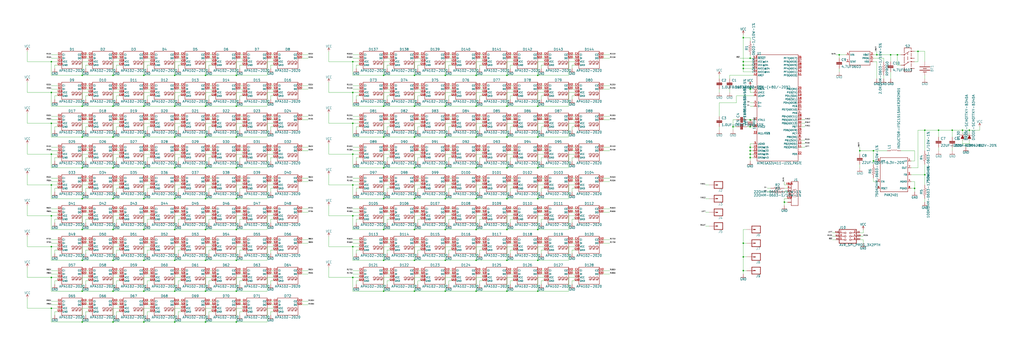
<source format=kicad_sch>
(kicad_sch (version 20230121) (generator eeschema)
  (paper "User" 759.358 260.401)
  (junction (at 261.62 114.3))
  (junction (at 375.92 55.88))
  (junction (at 38.1 182.88))
  (junction (at 106.68 170.18))
  (junction (at 261.62 160.02))
  (junction (at 307.34 55.88))
  (junction (at 375.92 147.32))
  (junction (at 261.62 205.74))
  (junction (at 330.2 170.18))
  (junction (at 375.92 170.18))
  (junction (at 556.26 116.84))
  (junction (at 375.92 215.9))
  (junction (at 152.4 147.32))
  (junction (at 713.74 96.52))
  (junction (at 330.2 101.6))
  (junction (at 83.82 78.74))
  (junction (at 556.26 66.04))
  (junction (at 551.18 200.66))
  (junction (at 83.82 238.76))
  (junction (at 353.06 215.9))
  (junction (at 106.68 238.76))
  (junction (at 556.26 111.76))
  (junction (at 678.18 139.7))
  (junction (at 353.06 101.6))
  (junction (at 129.54 170.18))
  (junction (at 556.26 43.18))
  (junction (at 556.26 88.9))
  (junction (at 718.82 96.52))
  (junction (at 353.06 124.46))
  (junction (at 175.26 170.18))
  (junction (at 129.54 215.9))
  (junction (at 551.18 50.8))
  (junction (at 60.96 124.46))
  (junction (at 665.48 40.64))
  (junction (at 647.7 119.38))
  (junction (at 398.78 78.74))
  (junction (at 551.18 48.26))
  (junction (at 60.96 170.18))
  (junction (at 38.1 45.72))
  (junction (at 551.18 45.72))
  (junction (at 83.82 170.18))
  (junction (at 83.82 101.6))
  (junction (at 398.78 215.9))
  (junction (at 83.82 193.04))
  (junction (at 106.68 215.9))
  (junction (at 284.48 101.6))
  (junction (at 106.68 55.88))
  (junction (at 307.34 193.04))
  (junction (at 284.48 147.32))
  (junction (at 398.78 101.6))
  (junction (at 307.34 78.74))
  (junction (at 38.1 91.44))
  (junction (at 152.4 101.6))
  (junction (at 353.06 55.88))
  (junction (at 556.26 93.98))
  (junction (at 551.18 190.5))
  (junction (at 284.48 193.04))
  (junction (at 307.34 147.32))
  (junction (at 556.26 114.3))
  (junction (at 175.26 55.88))
  (junction (at 261.62 137.16))
  (junction (at 38.1 228.6))
  (junction (at 650.24 40.64))
  (junction (at 261.62 68.58))
  (junction (at 284.48 124.46))
  (junction (at 129.54 238.76))
  (junction (at 284.48 170.18))
  (junction (at 60.96 101.6))
  (junction (at 398.78 55.88))
  (junction (at 375.92 78.74))
  (junction (at 106.68 147.32))
  (junction (at 307.34 215.9))
  (junction (at 353.06 78.74))
  (junction (at 353.06 193.04))
  (junction (at 706.12 96.52))
  (junction (at 175.26 147.32))
  (junction (at 284.48 78.74))
  (junction (at 261.62 182.88))
  (junction (at 398.78 170.18))
  (junction (at 685.8 96.52))
  (junction (at 375.92 124.46))
  (junction (at 398.78 124.46))
  (junction (at 695.96 96.52))
  (junction (at 551.18 27.94))
  (junction (at 353.06 147.32))
  (junction (at 83.82 147.32))
  (junction (at 106.68 124.46))
  (junction (at 398.78 193.04))
  (junction (at 129.54 101.6))
  (junction (at 175.26 193.04))
  (junction (at 175.26 215.9))
  (junction (at 543.56 93.98))
  (junction (at 284.48 55.88))
  (junction (at 637.54 111.76))
  (junction (at 152.4 215.9))
  (junction (at 330.2 78.74))
  (junction (at 307.34 101.6))
  (junction (at 330.2 55.88))
  (junction (at 60.96 238.76))
  (junction (at 375.92 193.04))
  (junction (at 284.48 215.9))
  (junction (at 685.8 129.54))
  (junction (at 129.54 78.74))
  (junction (at 581.66 149.86))
  (junction (at 152.4 193.04))
  (junction (at 60.96 55.88))
  (junction (at 152.4 55.88))
  (junction (at 152.4 124.46))
  (junction (at 353.06 170.18))
  (junction (at 330.2 147.32))
  (junction (at 175.26 78.74))
  (junction (at 38.1 68.58))
  (junction (at 129.54 55.88))
  (junction (at 106.68 101.6))
  (junction (at 680.72 38.1))
  (junction (at 60.96 78.74))
  (junction (at 38.1 114.3))
  (junction (at 152.4 170.18))
  (junction (at 307.34 170.18))
  (junction (at 152.4 238.76))
  (junction (at 106.68 78.74))
  (junction (at 175.26 124.46))
  (junction (at 330.2 193.04))
  (junction (at 60.96 147.32))
  (junction (at 129.54 124.46))
  (junction (at 129.54 193.04))
  (junction (at 60.96 193.04))
  (junction (at 398.78 147.32))
  (junction (at 175.26 238.76))
  (junction (at 551.18 180.34))
  (junction (at 38.1 205.74))
  (junction (at 556.26 109.22))
  (junction (at 83.82 55.88))
  (junction (at 38.1 137.16))
  (junction (at 152.4 78.74))
  (junction (at 83.82 124.46))
  (junction (at 647.7 111.76))
  (junction (at 330.2 124.46))
  (junction (at 622.3 40.64))
  (junction (at 307.34 124.46))
  (junction (at 129.54 147.32))
  (junction (at 83.82 215.9))
  (junction (at 330.2 215.9))
  (junction (at 38.1 160.02))
  (junction (at 660.4 40.64))
  (junction (at 261.62 45.72))
  (junction (at 60.96 215.9))
  (junction (at 106.68 193.04))
  (junction (at 375.92 101.6))
  (junction (at 261.62 91.44))
  (junction (at 175.26 101.6))
  (wire (pts (xy 287.02 40.64) (xy 289.56 40.64)) (stroke (width 0.1524)))
  (wire (pts (xy 398.78 137.16) (xy 403.86 137.16)) (stroke (width 0.1524)))
  (wire (pts (xy 109.22 154.94) (xy 111.76 154.94)) (stroke (width 0.1524)))
  (wire (pts (xy 154.94 177.8) (xy 157.48 177.8)) (stroke (width 0.1524)))
  (wire (pts (xy 83.82 160.02) (xy 88.9 160.02)) (stroke (width 0.1524)))
  (wire (pts (xy 261.62 137.16) (xy 243.84 137.16)) (stroke (width 0.1524)))
  (wire (pts (xy 421.64 55.88) (xy 421.64 45.72)) (stroke (width 0.1524)))
  (wire (pts (xy 109.22 86.36) (xy 111.76 86.36)) (stroke (width 0.1524)))
  (wire (pts (xy 424.18 132.08) (xy 426.72 132.08)) (stroke (width 0.1524)))
  (wire (pts (xy 309.88 208.28) (xy 309.88 210.82)) (stroke (width 0.1524)))
  (wire (pts (xy 152.4 228.6) (xy 157.48 228.6)) (stroke (width 0.1524)))
  (wire (pts (xy 243.84 137.16) (xy 243.84 129.54)) (stroke (width 0.1524)))
  (wire (pts (xy 330.2 160.02) (xy 335.28 160.02)) (stroke (width 0.1524)))
  (wire (pts (xy 109.22 88.9) (xy 111.76 88.9)) (stroke (width 0.1524)))
  (wire (pts (xy 665.48 40.64) (xy 660.4 40.64)) (stroke (width 0.1524)))
  (wire (pts (xy 109.22 66.04) (xy 111.76 66.04)) (stroke (width 0.1524)))
  (wire (pts (xy 421.64 124.46) (xy 421.64 114.3)) (stroke (width 0.1524)))
  (wire (pts (xy 353.06 78.74) (xy 375.92 78.74)) (stroke (width 0.1524)))
  (wire (pts (xy 86.36 93.98) (xy 86.36 96.52)) (stroke (width 0.1524)))
  (wire (pts (xy 378.46 93.98) (xy 378.46 96.52)) (stroke (width 0.1524)))
  (wire (pts (xy 200.66 109.22) (xy 203.2 109.22)) (stroke (width 0.1524)))
  (wire (pts (xy 307.34 215.9) (xy 307.34 205.74)) (stroke (width 0.1524)))
  (wire (pts (xy 66.04 231.14) (xy 63.5 231.14)) (stroke (width 0.1524)))
  (wire (pts (xy 309.88 185.42) (xy 309.88 187.96)) (stroke (width 0.1524)))
  (wire (pts (xy 650.24 40.64) (xy 650.24 38.1)) (stroke (width 0.1524)))
  (wire (pts (xy 421.64 45.72) (xy 426.72 45.72)) (stroke (width 0.1524)))
  (wire (pts (xy 83.82 101.6) (xy 106.68 101.6)) (stroke (width 0.1524)))
  (wire (pts (xy 43.18 66.04) (xy 38.1 66.04)) (stroke (width 0.1524)))
  (wire (pts (xy 203.2 132.08) (xy 200.66 132.08)) (stroke (width 0.1524)))
  (wire (pts (xy 175.26 124.46) (xy 175.26 114.3)) (stroke (width 0.1524)))
  (wire (pts (xy 378.46 48.26) (xy 378.46 50.8)) (stroke (width 0.1524)))
  (wire (pts (xy 43.18 109.22) (xy 38.1 109.22)) (stroke (width 0.1524)))
  (wire (pts (xy 398.78 78.74) (xy 421.64 78.74)) (stroke (width 0.1524)))
  (wire (pts (xy 106.68 68.58) (xy 111.76 68.58)) (stroke (width 0.1524)))
  (wire (pts (xy 20.32 68.58) (xy 20.32 60.96)) (stroke (width 0.1524)))
  (wire (pts (xy 157.48 180.34) (xy 154.94 180.34)) (stroke (width 0.1524)))
  (wire (pts (xy 198.12 78.74) (xy 198.12 68.58)) (stroke (width 0.1524)))
  (wire (pts (xy 330.2 215.9) (xy 353.06 215.9)) (stroke (width 0.1524)))
  (wire (pts (xy 401.32 116.84) (xy 401.32 119.38)) (stroke (width 0.1524)))
  (wire (pts (xy 175.26 78.74) (xy 198.12 78.74)) (stroke (width 0.1524)))
  (wire (pts (xy 289.56 139.7) (xy 287.02 139.7)) (stroke (width 0.1524)))
  (wire (pts (xy 20.32 182.88) (xy 20.32 175.26)) (stroke (width 0.1524)))
  (wire (pts (xy 106.68 193.04) (xy 106.68 182.88)) (stroke (width 0.1524)))
  (wire (pts (xy 675.64 129.54) (xy 685.8 129.54)) (stroke (width 0.1524)))
  (wire (pts (xy 243.84 160.02) (xy 243.84 152.4)) (stroke (width 0.1524)))
  (wire (pts (xy 43.18 86.36) (xy 38.1 86.36)) (stroke (width 0.1524)))
  (wire (pts (xy 261.62 160.02) (xy 261.62 170.18)) (stroke (width 0.1524)))
  (wire (pts (xy 581.66 149.86) (xy 581.66 152.4)) (stroke (width 0.1524)))
  (wire (pts (xy 109.22 203.2) (xy 111.76 203.2)) (stroke (width 0.1524)))
  (wire (pts (xy 266.7 137.16) (xy 261.62 137.16)) (stroke (width 0.1524)))
  (wire (pts (xy 63.5 71.12) (xy 63.5 73.66)) (stroke (width 0.1524)))
  (wire (pts (xy 307.34 78.74) (xy 307.34 68.58)) (stroke (width 0.1524)))
  (wire (pts (xy 175.26 238.76) (xy 175.26 228.6)) (stroke (width 0.1524)))
  (wire (pts (xy 106.68 55.88) (xy 129.54 55.88)) (stroke (width 0.1524)))
  (wire (pts (xy 43.18 137.16) (xy 38.1 137.16)) (stroke (width 0.1524)))
  (wire (pts (xy 355.6 63.5) (xy 358.14 63.5)) (stroke (width 0.1524)))
  (wire (pts (xy 421.64 101.6) (xy 421.64 91.44)) (stroke (width 0.1524)))
  (wire (pts (xy 198.12 182.88) (xy 203.2 182.88)) (stroke (width 0.1524)))
  (wire (pts (xy 200.66 66.04) (xy 203.2 66.04)) (stroke (width 0.1524)))
  (wire (pts (xy 38.1 134.62) (xy 43.18 134.62)) (stroke (width 0.1524)))
  (wire (pts (xy 106.68 124.46) (xy 106.68 114.3)) (stroke (width 0.1524)))
  (wire (pts (xy 355.6 111.76) (xy 358.14 111.76)) (stroke (width 0.1524)))
  (wire (pts (xy 261.62 193.04) (xy 284.48 193.04)) (stroke (width 0.1524)))
  (wire (pts (xy 261.62 45.72) (xy 261.62 55.88)) (stroke (width 0.1524)))
  (wire (pts (xy 264.16 139.7) (xy 264.16 142.24)) (stroke (width 0.1524)))
  (wire (pts (xy 154.94 66.04) (xy 157.48 66.04)) (stroke (width 0.1524)))
  (wire (pts (xy 154.94 93.98) (xy 154.94 96.52)) (stroke (width 0.1524)))
  (wire (pts (xy 175.26 114.3) (xy 180.34 114.3)) (stroke (width 0.1524)))
  (wire (pts (xy 558.8 106.68) (xy 556.26 106.68)) (stroke (width 0.1524)))
  (wire (pts (xy 381 93.98) (xy 378.46 93.98)) (stroke (width 0.1524)))
  (wire (pts (xy 309.88 63.5) (xy 312.42 63.5)) (stroke (width 0.1524)))
  (wire (pts (xy 401.32 185.42) (xy 401.32 187.96)) (stroke (width 0.1524)))
  (wire (pts (xy 154.94 162.56) (xy 154.94 165.1)) (stroke (width 0.1524)))
  (wire (pts (xy 546.1 93.98) (xy 543.56 93.98)) (stroke (width 0.1524)))
  (wire (pts (xy 200.66 111.76) (xy 203.2 111.76)) (stroke (width 0.1524)))
  (wire (pts (xy 650.24 40.64) (xy 660.4 40.64)) (stroke (width 0.1524)))
  (wire (pts (xy 86.36 86.36) (xy 88.9 86.36)) (stroke (width 0.1524)))
  (wire (pts (xy 421.64 170.18) (xy 421.64 160.02)) (stroke (width 0.1524)))
  (wire (pts (xy 129.54 228.6) (xy 134.62 228.6)) (stroke (width 0.1524)))
  (wire (pts (xy 718.82 104.14) (xy 718.82 106.68)) (stroke (width 0.1524)))
  (wire (pts (xy 200.66 40.64) (xy 203.2 40.64)) (stroke (width 0.1524)))
  (wire (pts (xy 556.26 109.22) (xy 556.26 111.76)) (stroke (width 0.1524)))
  (wire (pts (xy 38.1 45.72) (xy 38.1 55.88)) (stroke (width 0.1524)))
  (wire (pts (xy 66.04 203.2) (xy 63.5 203.2)) (stroke (width 0.1524)))
  (wire (pts (xy 287.02 154.94) (xy 289.56 154.94)) (stroke (width 0.1524)))
  (wire (pts (xy 43.18 45.72) (xy 38.1 45.72)) (stroke (width 0.1524)))
  (wire (pts (xy 63.5 111.76) (xy 66.04 111.76)) (stroke (width 0.1524)))
  (wire (pts (xy 403.86 48.26) (xy 401.32 48.26)) (stroke (width 0.1524)))
  (wire (pts (xy 307.34 101.6) (xy 330.2 101.6)) (stroke (width 0.1524)))
  (wire (pts (xy 38.1 215.9) (xy 60.96 215.9)) (stroke (width 0.1524)))
  (wire (pts (xy 106.68 205.74) (xy 111.76 205.74)) (stroke (width 0.1524)))
  (wire (pts (xy 86.36 40.64) (xy 88.9 40.64)) (stroke (width 0.1524)))
  (wire (pts (xy 330.2 91.44) (xy 335.28 91.44)) (stroke (width 0.1524)))
  (wire (pts (xy 421.64 205.74) (xy 426.72 205.74)) (stroke (width 0.1524)))
  (wire (pts (xy 154.94 203.2) (xy 157.48 203.2)) (stroke (width 0.1524)))
  (wire (pts (xy 175.26 228.6) (xy 180.34 228.6)) (stroke (width 0.1524)))
  (wire (pts (xy 378.46 66.04) (xy 381 66.04)) (stroke (width 0.1524)))
  (wire (pts (xy 83.82 238.76) (xy 106.68 238.76)) (stroke (width 0.1524)))
  (wire (pts (xy 88.9 48.26) (xy 86.36 48.26)) (stroke (width 0.1524)))
  (wire (pts (xy 200.66 180.34) (xy 203.2 180.34)) (stroke (width 0.1524)))
  (wire (pts (xy 152.4 170.18) (xy 175.26 170.18)) (stroke (width 0.1524)))
  (wire (pts (xy 266.7 205.74) (xy 261.62 205.74)) (stroke (width 0.1524)))
  (wire (pts (xy 175.26 68.58) (xy 180.34 68.58)) (stroke (width 0.1524)))
  (wire (pts (xy 83.82 114.3) (xy 88.9 114.3)) (stroke (width 0.1524)))
  (wire (pts (xy 353.06 55.88) (xy 375.92 55.88)) (stroke (width 0.1524)))
  (wire (pts (xy 106.68 182.88) (xy 111.76 182.88)) (stroke (width 0.1524)))
  (wire (pts (xy 223.52 66.04) (xy 228.6 66.04)) (stroke (width 0.1524)))
  (wire (pts (xy 60.96 78.74) (xy 83.82 78.74)) (stroke (width 0.1524)))
  (wire (pts (xy 83.82 137.16) (xy 88.9 137.16)) (stroke (width 0.1524)))
  (wire (pts (xy 203.2 177.8) (xy 200.66 177.8)) (stroke (width 0.1524)))
  (wire (pts (xy 223.52 43.18) (xy 228.6 43.18)) (stroke (width 0.1524)))
  (wire (pts (xy 421.64 193.04) (xy 421.64 182.88)) (stroke (width 0.1524)))
  (wire (pts (xy 330.2 137.16) (xy 335.28 137.16)) (stroke (width 0.1524)))
  (wire (pts (xy 424.18 109.22) (xy 426.72 109.22)) (stroke (width 0.1524)))
  (wire (pts (xy 60.96 160.02) (xy 66.04 160.02)) (stroke (width 0.1524)))
  (wire (pts (xy 60.96 228.6) (xy 66.04 228.6)) (stroke (width 0.1524)))
  (wire (pts (xy 421.64 68.58) (xy 426.72 68.58)) (stroke (width 0.1524)))
  (wire (pts (xy 200.66 226.06) (xy 203.2 226.06)) (stroke (width 0.1524)))
  (wire (pts (xy 83.82 215.9) (xy 106.68 215.9)) (stroke (width 0.1524)))
  (wire (pts (xy 447.04 134.62) (xy 452.12 134.62)) (stroke (width 0.1524)))
  (wire (pts (xy 157.48 208.28) (xy 154.94 208.28)) (stroke (width 0.1524)))
  (wire (pts (xy 289.56 203.2) (xy 287.02 203.2)) (stroke (width 0.1524)))
  (wire (pts (xy 66.04 116.84) (xy 63.5 116.84)) (stroke (width 0.1524)))
  (wire (pts (xy 332.74 139.7) (xy 332.74 142.24)) (stroke (width 0.1524)))
  (wire (pts (xy 330.2 147.32) (xy 353.06 147.32)) (stroke (width 0.1524)))
  (wire (pts (xy 424.18 88.9) (xy 426.72 88.9)) (stroke (width 0.1524)))
  (wire (pts (xy 284.48 170.18) (xy 307.34 170.18)) (stroke (width 0.1524)))
  (wire (pts (xy 381 116.84) (xy 378.46 116.84)) (stroke (width 0.1524)))
  (wire (pts (xy 403.86 139.7) (xy 401.32 139.7)) (stroke (width 0.1524)))
  (wire (pts (xy 106.68 91.44) (xy 111.76 91.44)) (stroke (width 0.1524)))
  (wire (pts (xy 525.78 167.64) (xy 523.24 167.64)) (stroke (width 0.1524)))
  (wire (pts (xy 154.94 63.5) (xy 157.48 63.5)) (stroke (width 0.1524)))
  (wire (pts (xy 284.48 124.46) (xy 307.34 124.46)) (stroke (width 0.1524)))
  (wire (pts (xy 134.62 208.28) (xy 132.08 208.28)) (stroke (width 0.1524)))
  (wire (pts (xy 86.36 162.56) (xy 86.36 165.1)) (stroke (width 0.1524)))
  (wire (pts (xy 556.26 27.94) (xy 551.18 27.94)) (stroke (width 0.1524)))
  (wire (pts (xy 426.72 185.42) (xy 424.18 185.42)) (stroke (width 0.1524)))
  (wire (pts (xy 261.62 160.02) (xy 243.84 160.02)) (stroke (width 0.1524)))
  (wire (pts (xy 88.9 231.14) (xy 86.36 231.14)) (stroke (width 0.1524)))
  (wire (pts (xy 378.46 139.7) (xy 378.46 142.24)) (stroke (width 0.1524)))
  (wire (pts (xy 261.62 124.46) (xy 284.48 124.46)) (stroke (width 0.1524)))
  (wire (pts (xy 60.96 137.16) (xy 66.04 137.16)) (stroke (width 0.1524)))
  (wire (pts (xy 447.04 180.34) (xy 452.12 180.34)) (stroke (width 0.1524)))
  (wire (pts (xy 86.36 88.9) (xy 88.9 88.9)) (stroke (width 0.1524)))
  (wire (pts (xy 289.56 116.84) (xy 287.02 116.84)) (stroke (width 0.1524)))
  (wire (pts (xy 447.04 88.9) (xy 452.12 88.9)) (stroke (width 0.1524)))
  (wire (pts (xy 66.04 162.56) (xy 63.5 162.56)) (stroke (width 0.1524)))
  (wire (pts (xy 335.28 208.28) (xy 332.74 208.28)) (stroke (width 0.1524)))
  (wire (pts (xy 152.4 193.04) (xy 175.26 193.04)) (stroke (width 0.1524)))
  (wire (pts (xy 86.36 208.28) (xy 86.36 210.82)) (stroke (width 0.1524)))
  (wire (pts (xy 375.92 137.16) (xy 381 137.16)) (stroke (width 0.1524)))
  (wire (pts (xy 38.1 68.58) (xy 20.32 68.58)) (stroke (width 0.1524)))
  (wire (pts (xy 421.64 114.3) (xy 426.72 114.3)) (stroke (width 0.1524)))
  (wire (pts (xy 447.04 86.36) (xy 452.12 86.36)) (stroke (width 0.1524)))
  (wire (pts (xy 177.8 208.28) (xy 177.8 210.82)) (stroke (width 0.1524)))
  (wire (pts (xy 398.78 193.04) (xy 421.64 193.04)) (stroke (width 0.1524)))
  (wire (pts (xy 375.92 68.58) (xy 381 68.58)) (stroke (width 0.1524)))
  (wire (pts (xy 307.34 68.58) (xy 312.42 68.58)) (stroke (width 0.1524)))
  (wire (pts (xy 38.1 114.3) (xy 38.1 124.46)) (stroke (width 0.1524)))
  (wire (pts (xy 109.22 40.64) (xy 111.76 40.64)) (stroke (width 0.1524)))
  (wire (pts (xy 332.74 86.36) (xy 335.28 86.36)) (stroke (width 0.1524)))
  (wire (pts (xy 129.54 170.18) (xy 152.4 170.18)) (stroke (width 0.1524)))
  (wire (pts (xy 533.4 93.98) (xy 533.4 96.52)) (stroke (width 0.1524)))
  (wire (pts (xy 134.62 134.62) (xy 132.08 134.62)) (stroke (width 0.1524)))
  (wire (pts (xy 378.46 134.62) (xy 381 134.62)) (stroke (width 0.1524)))
  (wire (pts (xy 200.66 48.26) (xy 200.66 50.8)) (stroke (width 0.1524)))
  (wire (pts (xy 332.74 116.84) (xy 332.74 119.38)) (stroke (width 0.1524)))
  (wire (pts (xy 109.22 132.08) (xy 111.76 132.08)) (stroke (width 0.1524)))
  (wire (pts (xy 261.62 137.16) (xy 261.62 147.32)) (stroke (width 0.1524)))
  (wire (pts (xy 177.8 66.04) (xy 180.34 66.04)) (stroke (width 0.1524)))
  (wire (pts (xy 287.02 180.34) (xy 289.56 180.34)) (stroke (width 0.1524)))
  (wire (pts (xy 261.62 45.72) (xy 243.84 45.72)) (stroke (width 0.1524)))
  (wire (pts (xy 619.76 177.8) (xy 617.22 177.8)) (stroke (width 0.1524)))
  (wire (pts (xy 637.54 177.8) (xy 640.08 177.8)) (stroke (width 0.1524)))
  (wire (pts (xy 287.02 66.04) (xy 289.56 66.04)) (stroke (width 0.1524)))
  (wire (pts (xy 43.18 68.58) (xy 38.1 68.58)) (stroke (width 0.1524)))
  (wire (pts (xy 175.26 45.72) (xy 180.34 45.72)) (stroke (width 0.1524)))
  (wire (pts (xy 287.02 208.28) (xy 287.02 210.82)) (stroke (width 0.1524)))
  (wire (pts (xy 86.36 157.48) (xy 88.9 157.48)) (stroke (width 0.1524)))
  (wire (pts (xy 355.6 109.22) (xy 358.14 109.22)) (stroke (width 0.1524)))
  (wire (pts (xy 358.14 185.42) (xy 355.6 185.42)) (stroke (width 0.1524)))
  (wire (pts (xy 335.28 162.56) (xy 332.74 162.56)) (stroke (width 0.1524)))
  (wire (pts (xy 83.82 170.18) (xy 83.82 160.02)) (stroke (width 0.1524)))
  (wire (pts (xy 83.82 91.44) (xy 88.9 91.44)) (stroke (width 0.1524)))
  (wire (pts (xy 132.08 109.22) (xy 134.62 109.22)) (stroke (width 0.1524)))
  (wire (pts (xy 447.04 43.18) (xy 452.12 43.18)) (stroke (width 0.1524)))
  (wire (pts (xy 309.88 86.36) (xy 312.42 86.36)) (stroke (width 0.1524)))
  (wire (pts (xy 312.42 93.98) (xy 309.88 93.98)) (stroke (width 0.1524)))
  (wire (pts (xy 353.06 205.74) (xy 358.14 205.74)) (stroke (width 0.1524)))
  (wire (pts (xy 541.02 55.88) (xy 541.02 58.42)) (stroke (width 0.1524)))
  (wire (pts (xy 106.68 193.04) (xy 129.54 193.04)) (stroke (width 0.1524)))
  (wire (pts (xy 60.96 55.88) (xy 83.82 55.88)) (stroke (width 0.1524)))
  (wire (pts (xy 152.4 205.74) (xy 157.48 205.74)) (stroke (width 0.1524)))
  (wire (pts (xy 619.76 172.72) (xy 617.22 172.72)) (stroke (width 0.1524)))
  (wire (pts (xy 309.88 43.18) (xy 312.42 43.18)) (stroke (width 0.1524)))
  (wire (pts (xy 223.52 157.48) (xy 228.6 157.48)) (stroke (width 0.1524)))
  (wire (pts (xy 86.36 116.84) (xy 86.36 119.38)) (stroke (width 0.1524)))
  (wire (pts (xy 63.5 200.66) (xy 66.04 200.66)) (stroke (width 0.1524)))
  (wire (pts (xy 177.8 48.26) (xy 177.8 50.8)) (stroke (width 0.1524)))
  (wire (pts (xy 284.48 170.18) (xy 284.48 160.02)) (stroke (width 0.1524)))
  (wire (pts (xy 381 203.2) (xy 378.46 203.2)) (stroke (width 0.1524)))
  (wire (pts (xy 558.8 55.88) (xy 541.02 55.88)) (stroke (width 0.1524)))
  (wire (pts (xy 63.5 177.8) (xy 66.04 177.8)) (stroke (width 0.1524)))
  (wire (pts (xy 375.92 55.88) (xy 398.78 55.88)) (stroke (width 0.1524)))
  (wire (pts (xy 129.54 78.74) (xy 152.4 78.74)) (stroke (width 0.1524)))
  (wire (pts (xy 40.64 162.56) (xy 40.64 165.1)) (stroke (width 0.1524)))
  (wire (pts (xy 353.06 101.6) (xy 375.92 101.6)) (stroke (width 0.1524)))
  (wire (pts (xy 289.56 185.42) (xy 287.02 185.42)) (stroke (width 0.1524)))
  (wire (pts (xy 426.72 139.7) (xy 424.18 139.7)) (stroke (width 0.1524)))
  (wire (pts (xy 426.72 162.56) (xy 424.18 162.56)) (stroke (width 0.1524)))
  (wire (pts (xy 378.46 200.66) (xy 381 200.66)) (stroke (width 0.1524)))
  (wire (pts (xy 86.36 71.12) (xy 86.36 73.66)) (stroke (width 0.1524)))
  (wire (pts (xy 129.54 124.46) (xy 129.54 114.3)) (stroke (width 0.1524)))
  (wire (pts (xy 66.04 93.98) (xy 63.5 93.98)) (stroke (width 0.1524)))
  (wire (pts (xy 66.04 139.7) (xy 63.5 139.7)) (stroke (width 0.1524)))
  (wire (pts (xy 266.7 208.28) (xy 264.16 208.28)) (stroke (width 0.1524)))
  (wire (pts (xy 375.92 55.88) (xy 375.92 45.72)) (stroke (width 0.1524)))
  (wire (pts (xy 266.7 93.98) (xy 264.16 93.98)) (stroke (width 0.1524)))
  (wire (pts (xy 129.54 170.18) (xy 129.54 160.02)) (stroke (width 0.1524)))
  (wire (pts (xy 695.96 111.76) (xy 695.96 109.22)) (stroke (width 0.1524)))
  (wire (pts (xy 713.74 106.68) (xy 716.28 106.68)) (stroke (width 0.1524)))
  (wire (pts (xy 106.68 170.18) (xy 129.54 170.18)) (stroke (width 0.1524)))
  (wire (pts (xy 332.74 63.5) (xy 335.28 63.5)) (stroke (width 0.1524)))
  (wire (pts (xy 198.12 91.44) (xy 203.2 91.44)) (stroke (width 0.1524)))
  (wire (pts (xy 200.66 157.48) (xy 203.2 157.48)) (stroke (width 0.1524)))
  (wire (pts (xy 60.96 238.76) (xy 83.82 238.76)) (stroke (width 0.1524)))
  (wire (pts (xy 264.16 48.26) (xy 264.16 50.8)) (stroke (width 0.1524)))
  (wire (pts (xy 152.4 55.88) (xy 175.26 55.88)) (stroke (width 0.1524)))
  (wire (pts (xy 307.34 170.18) (xy 307.34 160.02)) (stroke (width 0.1524)))
  (wire (pts (xy 38.1 170.18) (xy 60.96 170.18)) (stroke (width 0.1524)))
  (wire (pts (xy 86.36 177.8) (xy 88.9 177.8)) (stroke (width 0.1524)))
  (wire (pts (xy 261.62 114.3) (xy 261.62 124.46)) (stroke (width 0.1524)))
  (wire (pts (xy 525.78 137.16) (xy 523.24 137.16)) (stroke (width 0.1524)))
  (wire (pts (xy 551.18 200.66) (xy 551.18 203.2)) (stroke (width 0.1524)))
  (wire (pts (xy 63.5 231.14) (xy 63.5 233.68)) (stroke (width 0.1524)))
  (wire (pts (xy 63.5 109.22) (xy 66.04 109.22)) (stroke (width 0.1524)))
  (wire (pts (xy 152.4 238.76) (xy 175.26 238.76)) (stroke (width 0.1524)))
  (wire (pts (xy 129.54 215.9) (xy 129.54 205.74)) (stroke (width 0.1524)))
  (wire (pts (xy 129.54 147.32) (xy 152.4 147.32)) (stroke (width 0.1524)))
  (wire (pts (xy 553.72 170.18) (xy 551.18 170.18)) (stroke (width 0.1524)))
  (wire (pts (xy 154.94 71.12) (xy 154.94 73.66)) (stroke (width 0.1524)))
  (wire (pts (xy 129.54 124.46) (xy 152.4 124.46)) (stroke (width 0.1524)))
  (wire (pts (xy 198.12 55.88) (xy 198.12 45.72)) (stroke (width 0.1524)))
  (wire (pts (xy 203.2 185.42) (xy 200.66 185.42)) (stroke (width 0.1524)))
  (wire (pts (xy 177.8 154.94) (xy 180.34 154.94)) (stroke (width 0.1524)))
  (wire (pts (xy 284.48 137.16) (xy 289.56 137.16)) (stroke (width 0.1524)))
  (wire (pts (xy 106.68 78.74) (xy 129.54 78.74)) (stroke (width 0.1524)))
  (wire (pts (xy 375.92 205.74) (xy 381 205.74)) (stroke (width 0.1524)))
  (wire (pts (xy 332.74 48.26) (xy 332.74 50.8)) (stroke (width 0.1524)))
  (wire (pts (xy 619.76 40.64) (xy 622.3 40.64)) (stroke (width 0.1524)))
  (wire (pts (xy 424.18 162.56) (xy 424.18 165.1)) (stroke (width 0.1524)))
  (wire (pts (xy 307.34 170.18) (xy 330.2 170.18)) (stroke (width 0.1524)))
  (wire (pts (xy 403.86 71.12) (xy 401.32 71.12)) (stroke (width 0.1524)))
  (wire (pts (xy 266.7 66.04) (xy 261.62 66.04)) (stroke (width 0.1524)))
  (wire (pts (xy 358.14 116.84) (xy 355.6 116.84)) (stroke (width 0.1524)))
  (wire (pts (xy 375.92 170.18) (xy 398.78 170.18)) (stroke (width 0.1524)))
  (wire (pts (xy 381 71.12) (xy 378.46 71.12)) (stroke (width 0.1524)))
  (wire (pts (xy 152.4 78.74) (xy 152.4 68.58)) (stroke (width 0.1524)))
  (wire (pts (xy 657.86 111.76) (xy 647.7 111.76)) (stroke (width 0.1524)))
  (wire (pts (xy 83.82 55.88) (xy 83.82 45.72)) (stroke (width 0.1524)))
  (wire (pts (xy 66.04 185.42) (xy 63.5 185.42)) (stroke (width 0.1524)))
  (wire (pts (xy 83.82 170.18) (xy 106.68 170.18)) (stroke (width 0.1524)))
  (wire (pts (xy 447.04 132.08) (xy 452.12 132.08)) (stroke (width 0.1524)))
  (wire (pts (xy 83.82 193.04) (xy 106.68 193.04)) (stroke (width 0.1524)))
  (wire (pts (xy 558.8 114.3) (xy 556.26 114.3)) (stroke (width 0.1524)))
  (wire (pts (xy 177.8 139.7) (xy 177.8 142.24)) (stroke (width 0.1524)))
  (wire (pts (xy 401.32 132.08) (xy 403.86 132.08)) (stroke (width 0.1524)))
  (wire (pts (xy 266.7 111.76) (xy 261.62 111.76)) (stroke (width 0.1524)))
  (wire (pts (xy 398.78 160.02) (xy 403.86 160.02)) (stroke (width 0.1524)))
  (wire (pts (xy 695.96 96.52) (xy 706.12 96.52)) (stroke (width 0.1524)))
  (wire (pts (xy 261.62 147.32) (xy 284.48 147.32)) (stroke (width 0.1524)))
  (wire (pts (xy 175.26 78.74) (xy 175.26 68.58)) (stroke (width 0.1524)))
  (wire (pts (xy 132.08 162.56) (xy 132.08 165.1)) (stroke (width 0.1524)))
  (wire (pts (xy 40.64 185.42) (xy 40.64 187.96)) (stroke (width 0.1524)))
  (wire (pts (xy 284.48 205.74) (xy 289.56 205.74)) (stroke (width 0.1524)))
  (wire (pts (xy 309.88 162.56) (xy 309.88 165.1)) (stroke (width 0.1524)))
  (wire (pts (xy 109.22 116.84) (xy 109.22 119.38)) (stroke (width 0.1524)))
  (wire (pts (xy 154.94 154.94) (xy 157.48 154.94)) (stroke (width 0.1524)))
  (wire (pts (xy 109.22 177.8) (xy 111.76 177.8)) (stroke (width 0.1524)))
  (wire (pts (xy 38.1 137.16) (xy 38.1 147.32)) (stroke (width 0.1524)))
  (wire (pts (xy 403.86 157.48) (xy 401.32 157.48)) (stroke (width 0.1524)))
  (wire (pts (xy 375.92 78.74) (xy 398.78 78.74)) (stroke (width 0.1524)))
  (wire (pts (xy 152.4 147.32) (xy 152.4 137.16)) (stroke (width 0.1524)))
  (wire (pts (xy 86.36 63.5) (xy 88.9 63.5)) (stroke (width 0.1524)))
  (wire (pts (xy 332.74 109.22) (xy 335.28 109.22)) (stroke (width 0.1524)))
  (wire (pts (xy 375.92 101.6) (xy 375.92 91.44)) (stroke (width 0.1524)))
  (wire (pts (xy 584.2 147.32) (xy 581.66 147.32)) (stroke (width 0.1524)))
  (wire (pts (xy 335.28 93.98) (xy 332.74 93.98)) (stroke (width 0.1524)))
  (wire (pts (xy 424.18 93.98) (xy 424.18 96.52)) (stroke (width 0.1524)))
  (wire (pts (xy 223.52 200.66) (xy 228.6 200.66)) (stroke (width 0.1524)))
  (wire (pts (xy 287.02 63.5) (xy 289.56 63.5)) (stroke (width 0.1524)))
  (wire (pts (xy 261.62 91.44) (xy 261.62 101.6)) (stroke (width 0.1524)))
  (wire (pts (xy 403.86 185.42) (xy 401.32 185.42)) (stroke (width 0.1524)))
  (wire (pts (xy 63.5 154.94) (xy 66.04 154.94)) (stroke (width 0.1524)))
  (wire (pts (xy 223.52 63.5) (xy 228.6 63.5)) (stroke (width 0.1524)))
  (wire (pts (xy 284.48 55.88) (xy 284.48 45.72)) (stroke (width 0.1524)))
  (wire (pts (xy 637.54 124.46) (xy 637.54 121.92)) (stroke (width 0.1524)))
  (wire (pts (xy 43.18 231.14) (xy 40.64 231.14)) (stroke (width 0.1524)))
  (wire (pts (xy 332.74 93.98) (xy 332.74 96.52)) (stroke (width 0.1524)))
  (wire (pts (xy 38.1 205.74) (xy 38.1 215.9)) (stroke (width 0.1524)))
  (wire (pts (xy 309.88 116.84) (xy 309.88 119.38)) (stroke (width 0.1524)))
  (wire (pts (xy 551.18 48.26) (xy 551.18 45.72)) (stroke (width 0.1524)))
  (wire (pts (xy 88.9 139.7) (xy 86.36 139.7)) (stroke (width 0.1524)))
  (wire (pts (xy 83.82 124.46) (xy 106.68 124.46)) (stroke (width 0.1524)))
  (wire (pts (xy 38.1 45.72) (xy 20.32 45.72)) (stroke (width 0.1524)))
  (wire (pts (xy 594.36 91.44) (xy 596.9 91.44)) (stroke (width 0.1524)))
  (wire (pts (xy 403.86 162.56) (xy 401.32 162.56)) (stroke (width 0.1524)))
  (wire (pts (xy 685.8 129.54) (xy 685.8 121.92)) (stroke (width 0.1524)))
  (wire (pts (xy 330.2 182.88) (xy 335.28 182.88)) (stroke (width 0.1524)))
  (wire (pts (xy 622.3 50.8) (xy 622.3 53.34)) (stroke (width 0.1524)))
  (wire (pts (xy 111.76 185.42) (xy 109.22 185.42)) (stroke (width 0.1524)))
  (wire (pts (xy 83.82 205.74) (xy 88.9 205.74)) (stroke (width 0.1524)))
  (wire (pts (xy 355.6 43.18) (xy 358.14 43.18)) (stroke (width 0.1524)))
  (wire (pts (xy 152.4 215.9) (xy 152.4 205.74)) (stroke (width 0.1524)))
  (wire (pts (xy 43.18 203.2) (xy 38.1 203.2)) (stroke (width 0.1524)))
  (wire (pts (xy 60.96 170.18) (xy 60.96 160.02)) (stroke (width 0.1524)))
  (wire (pts (xy 43.18 111.76) (xy 38.1 111.76)) (stroke (width 0.1524)))
  (wire (pts (xy 264.16 162.56) (xy 264.16 165.1)) (stroke (width 0.1524)))
  (wire (pts (xy 223.52 132.08) (xy 228.6 132.08)) (stroke (width 0.1524)))
  (wire (pts (xy 309.88 180.34) (xy 312.42 180.34)) (stroke (width 0.1524)))
  (wire (pts (xy 261.62 101.6) (xy 284.48 101.6)) (stroke (width 0.1524)))
  (wire (pts (xy 647.7 45.72) (xy 650.24 45.72)) (stroke (width 0.1524)))
  (wire (pts (xy 678.18 134.62) (xy 678.18 139.7)) (stroke (width 0.1524)))
  (wire (pts (xy 378.46 71.12) (xy 378.46 73.66)) (stroke (width 0.1524)))
  (wire (pts (xy 556.26 68.58) (xy 556.26 66.04)) (stroke (width 0.1524)))
  (wire (pts (xy 198.12 170.18) (xy 198.12 160.02)) (stroke (width 0.1524)))
  (wire (pts (xy 40.64 116.84) (xy 40.64 119.38)) (stroke (width 0.1524)))
  (wire (pts (xy 619.76 175.26) (xy 617.22 175.26)) (stroke (width 0.1524)))
  (wire (pts (xy 266.7 162.56) (xy 264.16 162.56)) (stroke (width 0.1524)))
  (wire (pts (xy 287.02 43.18) (xy 289.56 43.18)) (stroke (width 0.1524)))
  (wire (pts (xy 378.46 40.64) (xy 381 40.64)) (stroke (width 0.1524)))
  (wire (pts (xy 375.92 124.46) (xy 398.78 124.46)) (stroke (width 0.1524)))
  (wire (pts (xy 63.5 86.36) (xy 66.04 86.36)) (stroke (width 0.1524)))
  (wire (pts (xy 353.06 215.9) (xy 375.92 215.9)) (stroke (width 0.1524)))
  (wire (pts (xy 330.2 45.72) (xy 335.28 45.72)) (stroke (width 0.1524)))
  (wire (pts (xy 309.88 109.22) (xy 312.42 109.22)) (stroke (width 0.1524)))
  (wire (pts (xy 558.8 78.74) (xy 556.26 78.74)) (stroke (width 0.1524)))
  (wire (pts (xy 66.04 48.26) (xy 63.5 48.26)) (stroke (width 0.1524)))
  (wire (pts (xy 312.42 157.48) (xy 309.88 157.48)) (stroke (width 0.1524)))
  (wire (pts (xy 426.72 48.26) (xy 424.18 48.26)) (stroke (width 0.1524)))
  (wire (pts (xy 398.78 215.9) (xy 398.78 205.74)) (stroke (width 0.1524)))
  (wire (pts (xy 175.26 170.18) (xy 175.26 160.02)) (stroke (width 0.1524)))
  (wire (pts (xy 132.08 63.5) (xy 134.62 63.5)) (stroke (width 0.1524)))
  (wire (pts (xy 447.04 177.8) (xy 452.12 177.8)) (stroke (width 0.1524)))
  (wire (pts (xy 43.18 139.7) (xy 40.64 139.7)) (stroke (width 0.1524)))
  (wire (pts (xy 40.64 71.12) (xy 40.64 73.66)) (stroke (width 0.1524)))
  (wire (pts (xy 332.74 132.08) (xy 335.28 132.08)) (stroke (width 0.1524)))
  (wire (pts (xy 223.52 134.62) (xy 228.6 134.62)) (stroke (width 0.1524)))
  (wire (pts (xy 307.34 78.74) (xy 330.2 78.74)) (stroke (width 0.1524)))
  (wire (pts (xy 198.12 114.3) (xy 203.2 114.3)) (stroke (width 0.1524)))
  (wire (pts (xy 398.78 147.32) (xy 421.64 147.32)) (stroke (width 0.1524)))
  (wire (pts (xy 660.4 58.42) (xy 660.4 53.34)) (stroke (width 0.1524)))
  (wire (pts (xy 398.78 124.46) (xy 421.64 124.46)) (stroke (width 0.1524)))
  (wire (pts (xy 109.22 157.48) (xy 111.76 157.48)) (stroke (width 0.1524)))
  (wire (pts (xy 129.54 182.88) (xy 134.62 182.88)) (stroke (width 0.1524)))
  (wire (pts (xy 375.92 215.9) (xy 375.92 205.74)) (stroke (width 0.1524)))
  (wire (pts (xy 594.36 88.9) (xy 596.9 88.9)) (stroke (width 0.1524)))
  (wire (pts (xy 375.92 215.9) (xy 398.78 215.9)) (stroke (width 0.1524)))
  (wire (pts (xy 43.18 180.34) (xy 38.1 180.34)) (stroke (width 0.1524)))
  (wire (pts (xy 175.26 147.32) (xy 198.12 147.32)) (stroke (width 0.1524)))
  (wire (pts (xy 675.64 139.7) (xy 678.18 139.7)) (stroke (width 0.1524)))
  (wire (pts (xy 134.62 93.98) (xy 132.08 93.98)) (stroke (width 0.1524)))
  (wire (pts (xy 378.46 177.8) (xy 381 177.8)) (stroke (width 0.1524)))
  (wire (pts (xy 332.74 71.12) (xy 332.74 73.66)) (stroke (width 0.1524)))
  (wire (pts (xy 66.04 208.28) (xy 63.5 208.28)) (stroke (width 0.1524)))
  (wire (pts (xy 203.2 208.28) (xy 200.66 208.28)) (stroke (width 0.1524)))
  (wire (pts (xy 154.94 200.66) (xy 157.48 200.66)) (stroke (width 0.1524)))
  (wire (pts (xy 88.9 185.42) (xy 86.36 185.42)) (stroke (width 0.1524)))
  (wire (pts (xy 60.96 124.46) (xy 60.96 114.3)) (stroke (width 0.1524)))
  (wire (pts (xy 106.68 101.6) (xy 106.68 91.44)) (stroke (width 0.1524)))
  (wire (pts (xy 375.92 182.88) (xy 381 182.88)) (stroke (width 0.1524)))
  (wire (pts (xy 637.54 111.76) (xy 647.7 111.76)) (stroke (width 0.1524)))
  (wire (pts (xy 424.18 71.12) (xy 424.18 73.66)) (stroke (width 0.1524)))
  (wire (pts (xy 40.64 231.14) (xy 40.64 233.68)) (stroke (width 0.1524)))
  (wire (pts (xy 378.46 109.22) (xy 381 109.22)) (stroke (width 0.1524)))
  (wire (pts (xy 20.32 228.6) (xy 20.32 220.98)) (stroke (width 0.1524)))
  (wire (pts (xy 43.18 40.64) (xy 38.1 40.64)) (stroke (width 0.1524)))
  (wire (pts (xy 401.32 88.9) (xy 403.86 88.9)) (stroke (width 0.1524)))
  (wire (pts (xy 421.64 91.44) (xy 426.72 91.44)) (stroke (width 0.1524)))
  (wire (pts (xy 132.08 226.06) (xy 134.62 226.06)) (stroke (width 0.1524)))
  (wire (pts (xy 106.68 55.88) (xy 106.68 45.72)) (stroke (width 0.1524)))
  (wire (pts (xy 198.12 238.76) (xy 198.12 228.6)) (stroke (width 0.1524)))
  (wire (pts (xy 332.74 208.28) (xy 332.74 210.82)) (stroke (width 0.1524)))
  (wire (pts (xy 675.64 134.62) (xy 678.18 134.62)) (stroke (width 0.1524)))
  (wire (pts (xy 109.22 71.12) (xy 109.22 73.66)) (stroke (width 0.1524)))
  (wire (pts (xy 88.9 71.12) (xy 86.36 71.12)) (stroke (width 0.1524)))
  (wire (pts (xy 88.9 134.62) (xy 86.36 134.62)) (stroke (width 0.1524)))
  (wire (pts (xy 177.8 132.08) (xy 180.34 132.08)) (stroke (width 0.1524)))
  (wire (pts (xy 198.12 215.9) (xy 198.12 205.74)) (stroke (width 0.1524)))
  (wire (pts (xy 335.28 116.84) (xy 332.74 116.84)) (stroke (width 0.1524)))
  (wire (pts (xy 198.12 193.04) (xy 198.12 182.88)) (stroke (width 0.1524)))
  (wire (pts (xy 177.8 231.14) (xy 177.8 233.68)) (stroke (width 0.1524)))
  (wire (pts (xy 106.68 78.74) (xy 106.68 68.58)) (stroke (width 0.1524)))
  (wire (pts (xy 223.52 180.34) (xy 228.6 180.34)) (stroke (width 0.1524)))
  (wire (pts (xy 134.62 48.26) (xy 132.08 48.26)) (stroke (width 0.1524)))
  (wire (pts (xy 38.1 182.88) (xy 38.1 193.04)) (stroke (width 0.1524)))
  (wire (pts (xy 551.18 180.34) (xy 551.18 190.5)) (stroke (width 0.1524)))
  (wire (pts (xy 134.62 180.34) (xy 132.08 180.34)) (stroke (width 0.1524)))
  (wire (pts (xy 83.82 193.04) (xy 83.82 182.88)) (stroke (width 0.1524)))
  (wire (pts (xy 543.56 88.9) (xy 543.56 93.98)) (stroke (width 0.1524)))
  (wire (pts (xy 177.8 111.76) (xy 180.34 111.76)) (stroke (width 0.1524)))
  (wire (pts (xy 109.22 231.14) (xy 109.22 233.68)) (stroke (width 0.1524)))
  (wire (pts (xy 109.22 208.28) (xy 109.22 210.82)) (stroke (width 0.1524)))
  (wire (pts (xy 266.7 116.84) (xy 264.16 116.84)) (stroke (width 0.1524)))
  (wire (pts (xy 43.18 48.26) (xy 40.64 48.26)) (stroke (width 0.1524)))
  (wire (pts (xy 309.88 66.04) (xy 312.42 66.04)) (stroke (width 0.1524)))
  (wire (pts (xy 200.66 185.42) (xy 200.66 187.96)) (stroke (width 0.1524)))
  (wire (pts (xy 355.6 180.34) (xy 358.14 180.34)) (stroke (width 0.1524)))
  (wire (pts (xy 152.4 114.3) (xy 157.48 114.3)) (stroke (width 0.1524)))
  (wire (pts (xy 695.96 96.52) (xy 695.96 101.6)) (stroke (width 0.1524)))
  (wire (pts (xy 375.92 124.46) (xy 375.92 114.3)) (stroke (width 0.1524)))
  (wire (pts (xy 381 208.28) (xy 378.46 208.28)) (stroke (width 0.1524)))
  (wire (pts (xy 284.48 101.6) (xy 307.34 101.6)) (stroke (width 0.1524)))
  (wire (pts (xy 398.78 205.74) (xy 403.86 205.74)) (stroke (width 0.1524)))
  (wire (pts (xy 424.18 185.42) (xy 424.18 187.96)) (stroke (width 0.1524)))
  (wire (pts (xy 157.48 71.12) (xy 154.94 71.12)) (stroke (width 0.1524)))
  (wire (pts (xy 330.2 68.58) (xy 335.28 68.58)) (stroke (width 0.1524)))
  (wire (pts (xy 198.12 160.02) (xy 203.2 160.02)) (stroke (width 0.1524)))
  (wire (pts (xy 375.92 91.44) (xy 381 91.44)) (stroke (width 0.1524)))
  (wire (pts (xy 200.66 93.98) (xy 200.66 96.52)) (stroke (width 0.1524)))
  (wire (pts (xy 111.76 139.7) (xy 109.22 139.7)) (stroke (width 0.1524)))
  (wire (pts (xy 109.22 162.56) (xy 109.22 165.1)) (stroke (width 0.1524)))
  (wire (pts (xy 175.26 101.6) (xy 175.26 91.44)) (stroke (width 0.1524)))
  (wire (pts (xy 558.8 109.22) (xy 556.26 109.22)) (stroke (width 0.1524)))
  (wire (pts (xy 109.22 43.18) (xy 111.76 43.18)) (stroke (width 0.1524)))
  (wire (pts (xy 266.7 160.02) (xy 261.62 160.02)) (stroke (width 0.1524)))
  (wire (pts (xy 200.66 43.18) (xy 203.2 43.18)) (stroke (width 0.1524)))
  (wire (pts (xy 284.48 147.32) (xy 307.34 147.32)) (stroke (width 0.1524)))
  (wire (pts (xy 287.02 134.62) (xy 289.56 134.62)) (stroke (width 0.1524)))
  (wire (pts (xy 284.48 193.04) (xy 307.34 193.04)) (stroke (width 0.1524)))
  (wire (pts (xy 332.74 66.04) (xy 335.28 66.04)) (stroke (width 0.1524)))
  (wire (pts (xy 668.02 40.64) (xy 665.48 40.64)) (stroke (width 0.1524)))
  (wire (pts (xy 353.06 193.04) (xy 375.92 193.04)) (stroke (width 0.1524)))
  (wire (pts (xy 154.94 40.64) (xy 157.48 40.64)) (stroke (width 0.1524)))
  (wire (pts (xy 266.7 43.18) (xy 261.62 43.18)) (stroke (width 0.1524)))
  (wire (pts (xy 109.22 139.7) (xy 109.22 142.24)) (stroke (width 0.1524)))
  (wire (pts (xy 678.18 119.38) (xy 675.64 119.38)) (stroke (width 0.1524)))
  (wire (pts (xy 261.62 157.48) (xy 266.7 157.48)) (stroke (width 0.1524)))
  (wire (pts (xy 726.44 96.52) (xy 726.44 93.98)) (stroke (width 0.1524)))
  (wire (pts (xy 243.84 182.88) (xy 243.84 175.26)) (stroke (width 0.1524)))
  (wire (pts (xy 675.64 124.46) (xy 680.72 124.46)) (stroke (width 0.1524)))
  (wire (pts (xy 200.66 86.36) (xy 203.2 86.36)) (stroke (width 0.1524)))
  (wire (pts (xy 177.8 40.64) (xy 180.34 40.64)) (stroke (width 0.1524)))
  (wire (pts (xy 261.62 182.88) (xy 243.84 182.88)) (stroke (width 0.1524)))
  (wire (pts (xy 200.66 208.28) (xy 200.66 210.82)) (stroke (width 0.1524)))
  (wire (pts (xy 129.54 45.72) (xy 134.62 45.72)) (stroke (width 0.1524)))
  (wire (pts (xy 330.2 193.04) (xy 330.2 182.88)) (stroke (width 0.1524)))
  (wire (pts (xy 83.82 238.76) (xy 83.82 228.6)) (stroke (width 0.1524)))
  (wire (pts (xy 378.46 162.56) (xy 378.46 165.1)) (stroke (width 0.1524)))
  (wire (pts (xy 43.18 205.74) (xy 38.1 205.74)) (stroke (width 0.1524)))
  (wire (pts (xy 398.78 147.32) (xy 398.78 137.16)) (stroke (width 0.1524)))
  (wire (pts (xy 200.66 116.84) (xy 200.66 119.38)) (stroke (width 0.1524)))
  (wire (pts (xy 175.26 215.9) (xy 175.26 205.74)) (stroke (width 0.1524)))
  (wire (pts (xy 154.94 231.14) (xy 154.94 233.68)) (stroke (width 0.1524)))
  (wire (pts (xy 109.22 111.76) (xy 111.76 111.76)) (stroke (width 0.1524)))
  (wire (pts (xy 203.2 71.12) (xy 200.66 71.12)) (stroke (width 0.1524)))
  (wire (pts (xy 223.52 154.94) (xy 228.6 154.94)) (stroke (width 0.1524)))
  (wire (pts (xy 20.32 114.3) (xy 20.32 106.68)) (stroke (width 0.1524)))
  (wire (pts (xy 66.04 134.62) (xy 63.5 134.62)) (stroke (width 0.1524)))
  (wire (pts (xy 381 139.7) (xy 378.46 139.7)) (stroke (width 0.1524)))
  (wire (pts (xy 38.1 147.32) (xy 60.96 147.32)) (stroke (width 0.1524)))
  (wire (pts (xy 541.02 66.04) (xy 541.02 68.58)) (stroke (width 0.1524)))
  (wire (pts (xy 83.82 55.88) (xy 106.68 55.88)) (stroke (width 0.1524)))
  (wire (pts (xy 86.36 132.08) (xy 88.9 132.08)) (stroke (width 0.1524)))
  (wire (pts (xy 38.1 182.88) (xy 20.32 182.88)) (stroke (width 0.1524)))
  (wire (pts (xy 546.1 71.12) (xy 546.1 76.2)) (stroke (width 0.1524)))
  (wire (pts (xy 426.72 157.48) (xy 424.18 157.48)) (stroke (width 0.1524)))
  (wire (pts (xy 180.34 139.7) (xy 177.8 139.7)) (stroke (width 0.1524)))
  (wire (pts (xy 287.02 111.76) (xy 289.56 111.76)) (stroke (width 0.1524)))
  (wire (pts (xy 154.94 109.22) (xy 157.48 109.22)) (stroke (width 0.1524)))
  (wire (pts (xy 223.52 226.06) (xy 228.6 226.06)) (stroke (width 0.1524)))
  (wire (pts (xy 401.32 40.64) (xy 403.86 40.64)) (stroke (width 0.1524)))
  (wire (pts (xy 132.08 40.64) (xy 134.62 40.64)) (stroke (width 0.1524)))
  (wire (pts (xy 571.5 142.24) (xy 568.96 142.24)) (stroke (width 0.1524)))
  (wire (pts (xy 157.48 162.56) (xy 154.94 162.56)) (stroke (width 0.1524)))
  (wire (pts (xy 447.04 154.94) (xy 452.12 154.94)) (stroke (width 0.1524)))
  (wire (pts (xy 447.04 63.5) (xy 452.12 63.5)) (stroke (width 0.1524)))
  (wire (pts (xy 335.28 71.12) (xy 332.74 71.12)) (stroke (width 0.1524)))
  (wire (pts (xy 60.96 170.18) (xy 83.82 170.18)) (stroke (width 0.1524)))
  (wire (pts (xy 287.02 162.56) (xy 287.02 165.1)) (stroke (width 0.1524)))
  (wire (pts (xy 200.66 223.52) (xy 203.2 223.52)) (stroke (width 0.1524)))
  (wire (pts (xy 426.72 116.84) (xy 424.18 116.84)) (stroke (width 0.1524)))
  (wire (pts (xy 660.4 45.72) (xy 660.4 40.64)) (stroke (width 0.1524)))
  (wire (pts (xy 558.8 93.98) (xy 556.26 93.98)) (stroke (width 0.1524)))
  (wire (pts (xy 287.02 48.26) (xy 287.02 50.8)) (stroke (width 0.1524)))
  (wire (pts (xy 264.16 185.42) (xy 264.16 187.96)) (stroke (width 0.1524)))
  (wire (pts (xy 152.4 78.74) (xy 175.26 78.74)) (stroke (width 0.1524)))
  (wire (pts (xy 355.6 185.42) (xy 355.6 187.96)) (stroke (width 0.1524)))
  (wire (pts (xy 401.32 180.34) (xy 403.86 180.34)) (stroke (width 0.1524)))
  (wire (pts (xy 154.94 48.26) (xy 154.94 50.8)) (stroke (width 0.1524)))
  (wire (pts (xy 309.88 139.7) (xy 309.88 142.24)) (stroke (width 0.1524)))
  (wire (pts (xy 109.22 63.5) (xy 111.76 63.5)) (stroke (width 0.1524)))
  (wire (pts (xy 198.12 68.58) (xy 203.2 68.58)) (stroke (width 0.1524)))
  (wire (pts (xy 180.34 93.98) (xy 177.8 93.98)) (stroke (width 0.1524)))
  (wire (pts (xy 685.8 149.86) (xy 685.8 147.32)) (stroke (width 0.1524)))
  (wire (pts (xy 66.04 71.12) (xy 63.5 71.12)) (stroke (width 0.1524)))
  (wire (pts (xy 685.8 96.52) (xy 685.8 111.76)) (stroke (width 0.1524)))
  (wire (pts (xy 424.18 177.8) (xy 426.72 177.8)) (stroke (width 0.1524)))
  (wire (pts (xy 375.92 78.74) (xy 375.92 68.58)) (stroke (width 0.1524)))
  (wire (pts (xy 421.64 137.16) (xy 426.72 137.16)) (stroke (width 0.1524)))
  (wire (pts (xy 83.82 215.9) (xy 83.82 205.74)) (stroke (width 0.1524)))
  (wire (pts (xy 200.66 88.9) (xy 203.2 88.9)) (stroke (width 0.1524)))
  (wire (pts (xy 424.18 139.7) (xy 424.18 142.24)) (stroke (width 0.1524)))
  (wire (pts (xy 86.36 231.14) (xy 86.36 233.68)) (stroke (width 0.1524)))
  (wire (pts (xy 558.8 48.26) (xy 551.18 48.26)) (stroke (width 0.1524)))
  (wire (pts (xy 447.04 111.76) (xy 452.12 111.76)) (stroke (width 0.1524)))
  (wire (pts (xy 261.62 78.74) (xy 284.48 78.74)) (stroke (width 0.1524)))
  (wire (pts (xy 353.06 193.04) (xy 353.06 182.88)) (stroke (width 0.1524)))
  (wire (pts (xy 421.64 160.02) (xy 426.72 160.02)) (stroke (width 0.1524)))
  (wire (pts (xy 309.88 177.8) (xy 312.42 177.8)) (stroke (width 0.1524)))
  (wire (pts (xy 551.18 27.94) (xy 551.18 25.4)) (stroke (width 0.1524)))
  (wire (pts (xy 378.46 88.9) (xy 381 88.9)) (stroke (width 0.1524)))
  (wire (pts (xy 353.06 68.58) (xy 358.14 68.58)) (stroke (width 0.1524)))
  (wire (pts (xy 287.02 88.9) (xy 289.56 88.9)) (stroke (width 0.1524)))
  (wire (pts (xy 129.54 238.76) (xy 129.54 228.6)) (stroke (width 0.1524)))
  (wire (pts (xy 43.18 43.18) (xy 38.1 43.18)) (stroke (width 0.1524)))
  (wire (pts (xy 175.26 124.46) (xy 198.12 124.46)) (stroke (width 0.1524)))
  (wire (pts (xy 132.08 231.14) (xy 132.08 233.68)) (stroke (width 0.1524)))
  (wire (pts (xy 558.8 111.76) (xy 556.26 111.76)) (stroke (width 0.1524)))
  (wire (pts (xy 132.08 86.36) (xy 134.62 86.36)) (stroke (width 0.1524)))
  (wire (pts (xy 713.74 96.52) (xy 706.12 96.52)) (stroke (width 0.1524)))
  (wire (pts (xy 330.2 101.6) (xy 330.2 91.44)) (stroke (width 0.1524)))
  (wire (pts (xy 330.2 114.3) (xy 335.28 114.3)) (stroke (width 0.1524)))
  (wire (pts (xy 332.74 185.42) (xy 332.74 187.96)) (stroke (width 0.1524)))
  (wire (pts (xy 581.66 147.32) (xy 581.66 149.86)) (stroke (width 0.1524)))
  (wire (pts (xy 284.48 55.88) (xy 307.34 55.88)) (stroke (width 0.1524)))
  (wire (pts (xy 109.22 93.98) (xy 109.22 96.52)) (stroke (width 0.1524)))
  (wire (pts (xy 378.46 111.76) (xy 381 111.76)) (stroke (width 0.1524)))
  (wire (pts (xy 60.96 215.9) (xy 60.96 205.74)) (stroke (width 0.1524)))
  (wire (pts (xy 266.7 45.72) (xy 261.62 45.72)) (stroke (width 0.1524)))
  (wire (pts (xy 177.8 203.2) (xy 180.34 203.2)) (stroke (width 0.1524)))
  (wire (pts (xy 307.34 91.44) (xy 312.42 91.44)) (stroke (width 0.1524)))
  (wire (pts (xy 203.2 231.14) (xy 200.66 231.14)) (stroke (width 0.1524)))
  (wire (pts (xy 287.02 116.84) (xy 287.02 119.38)) (stroke (width 0.1524)))
  (wire (pts (xy 330.2 193.04) (xy 353.06 193.04)) (stroke (width 0.1524)))
  (wire (pts (xy 330.2 124.46) (xy 330.2 114.3)) (stroke (width 0.1524)))
  (wire (pts (xy 261.62 180.34) (xy 266.7 180.34)) (stroke (width 0.1524)))
  (wire (pts (xy 307.34 160.02) (xy 312.42 160.02)) (stroke (width 0.1524)))
  (wire (pts (xy 106.68 215.9) (xy 129.54 215.9)) (stroke (width 0.1524)))
  (wire (pts (xy 200.66 231.14) (xy 200.66 233.68)) (stroke (width 0.1524)))
  (wire (pts (xy 175.26 160.02) (xy 180.34 160.02)) (stroke (width 0.1524)))
  (wire (pts (xy 152.4 238.76) (xy 152.4 228.6)) (stroke (width 0.1524)))
  (wire (pts (xy 60.96 68.58) (xy 66.04 68.58)) (stroke (width 0.1524)))
  (wire (pts (xy 198.12 228.6) (xy 203.2 228.6)) (stroke (width 0.1524)))
  (wire (pts (xy 60.96 182.88) (xy 66.04 182.88)) (stroke (width 0.1524)))
  (wire (pts (xy 154.94 86.36) (xy 157.48 86.36)) (stroke (width 0.1524)))
  (wire (pts (xy 129.54 68.58) (xy 134.62 68.58)) (stroke (width 0.1524)))
  (wire (pts (xy 38.1 228.6) (xy 20.32 228.6)) (stroke (width 0.1524)))
  (wire (pts (xy 198.12 205.74) (xy 203.2 205.74)) (stroke (width 0.1524)))
  (wire (pts (xy 713.74 104.14) (xy 713.74 106.68)) (stroke (width 0.1524)))
  (wire (pts (xy 132.08 177.8) (xy 134.62 177.8)) (stroke (width 0.1524)))
  (wire (pts (xy 134.62 116.84) (xy 132.08 116.84)) (stroke (width 0.1524)))
  (wire (pts (xy 398.78 114.3) (xy 403.86 114.3)) (stroke (width 0.1524)))
  (wire (pts (xy 401.32 48.26) (xy 401.32 50.8)) (stroke (width 0.1524)))
  (wire (pts (xy 152.4 124.46) (xy 175.26 124.46)) (stroke (width 0.1524)))
  (wire (pts (xy 106.68 238.76) (xy 129.54 238.76)) (stroke (width 0.1524)))
  (wire (pts (xy 154.94 185.42) (xy 154.94 187.96)) (stroke (width 0.1524)))
  (wire (pts (xy 533.4 66.04) (xy 533.4 68.58)) (stroke (width 0.1524)))
  (wire (pts (xy 556.26 43.18) (xy 556.26 40.64)) (stroke (width 0.1524)))
  (wire (pts (xy 83.82 68.58) (xy 88.9 68.58)) (stroke (width 0.1524)))
  (wire (pts (xy 134.62 162.56) (xy 132.08 162.56)) (stroke (width 0.1524)))
  (wire (pts (xy 63.5 208.28) (xy 63.5 210.82)) (stroke (width 0.1524)))
  (wire (pts (xy 556.26 93.98) (xy 553.72 93.98)) (stroke (width 0.1524)))
  (wire (pts (xy 335.28 48.26) (xy 332.74 48.26)) (stroke (width 0.1524)))
  (wire (pts (xy 332.74 134.62) (xy 335.28 134.62)) (stroke (width 0.1524)))
  (wire (pts (xy 177.8 88.9) (xy 180.34 88.9)) (stroke (width 0.1524)))
  (wire (pts (xy 38.1 68.58) (xy 38.1 78.74)) (stroke (width 0.1524)))
  (wire (pts (xy 88.9 162.56) (xy 86.36 162.56)) (stroke (width 0.1524)))
  (wire (pts (xy 223.52 223.52) (xy 228.6 223.52)) (stroke (width 0.1524)))
  (wire (pts (xy 680.72 38.1) (xy 678.18 38.1)) (stroke (width 0.1524)))
  (wire (pts (xy 154.94 208.28) (xy 154.94 210.82)) (stroke (width 0.1524)))
  (wire (pts (xy 63.5 116.84) (xy 63.5 119.38)) (stroke (width 0.1524)))
  (wire (pts (xy 111.76 116.84) (xy 109.22 116.84)) (stroke (width 0.1524)))
  (wire (pts (xy 86.36 203.2) (xy 88.9 203.2)) (stroke (width 0.1524)))
  (wire (pts (xy 83.82 228.6) (xy 88.9 228.6)) (stroke (width 0.1524)))
  (wire (pts (xy 424.18 43.18) (xy 426.72 43.18)) (stroke (width 0.1524)))
  (wire (pts (xy 154.94 43.18) (xy 157.48 43.18)) (stroke (width 0.1524)))
  (wire (pts (xy 312.42 208.28) (xy 309.88 208.28)) (stroke (width 0.1524)))
  (wire (pts (xy 330.2 78.74) (xy 330.2 68.58)) (stroke (width 0.1524)))
  (wire (pts (xy 266.7 109.22) (xy 261.62 109.22)) (stroke (width 0.1524)))
  (wire (pts (xy 403.86 203.2) (xy 401.32 203.2)) (stroke (width 0.1524)))
  (wire (pts (xy 180.34 231.14) (xy 177.8 231.14)) (stroke (width 0.1524)))
  (wire (pts (xy 307.34 182.88) (xy 312.42 182.88)) (stroke (width 0.1524)))
  (wire (pts (xy 106.68 124.46) (xy 129.54 124.46)) (stroke (width 0.1524)))
  (wire (pts (xy 266.7 71.12) (xy 264.16 71.12)) (stroke (width 0.1524)))
  (wire (pts (xy 421.64 182.88) (xy 426.72 182.88)) (stroke (width 0.1524)))
  (wire (pts (xy 129.54 55.88) (xy 152.4 55.88)) (stroke (width 0.1524)))
  (wire (pts (xy 157.48 48.26) (xy 154.94 48.26)) (stroke (width 0.1524)))
  (wire (pts (xy 398.78 182.88) (xy 403.86 182.88)) (stroke (width 0.1524)))
  (wire (pts (xy 309.88 154.94) (xy 312.42 154.94)) (stroke (width 0.1524)))
  (wire (pts (xy 86.36 223.52) (xy 88.9 223.52)) (stroke (width 0.1524)))
  (wire (pts (xy 83.82 78.74) (xy 83.82 68.58)) (stroke (width 0.1524)))
  (wire (pts (xy 177.8 71.12) (xy 177.8 73.66)) (stroke (width 0.1524)))
  (wire (pts (xy 332.74 40.64) (xy 335.28 40.64)) (stroke (width 0.1524)))
  (wire (pts (xy 558.8 45.72) (xy 551.18 45.72)) (stroke (width 0.1524)))
  (wire (pts (xy 152.4 147.32) (xy 175.26 147.32)) (stroke (width 0.1524)))
  (wire (pts (xy 584.2 149.86) (xy 581.66 149.86)) (stroke (width 0.1524)))
  (wire (pts (xy 109.22 226.06) (xy 111.76 226.06)) (stroke (width 0.1524)))
  (wire (pts (xy 665.48 48.26) (xy 668.02 48.26)) (stroke (width 0.1524)))
  (wire (pts (xy 223.52 86.36) (xy 228.6 86.36)) (stroke (width 0.1524)))
  (wire (pts (xy 86.36 226.06) (xy 88.9 226.06)) (stroke (width 0.1524)))
  (wire (pts (xy 129.54 55.88) (xy 129.54 45.72)) (stroke (width 0.1524)))
  (wire (pts (xy 266.7 132.08) (xy 261.62 132.08)) (stroke (width 0.1524)))
  (wire (pts (xy 525.78 157.48) (xy 523.24 157.48)) (stroke (width 0.1524)))
  (wire (pts (xy 43.18 162.56) (xy 40.64 162.56)) (stroke (width 0.1524)))
  (wire (pts (xy 355.6 86.36) (xy 358.14 86.36)) (stroke (width 0.1524)))
  (wire (pts (xy 287.02 71.12) (xy 287.02 73.66)) (stroke (width 0.1524)))
  (wire (pts (xy 266.7 134.62) (xy 261.62 134.62)) (stroke (width 0.1524)))
  (wire (pts (xy 556.26 116.84) (xy 556.26 119.38)) (stroke (width 0.1524)))
  (wire (pts (xy 355.6 154.94) (xy 358.14 154.94)) (stroke (width 0.1524)))
  (wire (pts (xy 43.18 114.3) (xy 38.1 114.3)) (stroke (width 0.1524)))
  (wire (pts (xy 86.36 139.7) (xy 86.36 142.24)) (stroke (width 0.1524)))
  (wire (pts (xy 358.14 93.98) (xy 355.6 93.98)) (stroke (width 0.1524)))
  (wire (pts (xy 175.26 193.04) (xy 175.26 182.88)) (stroke (width 0.1524)))
  (wire (pts (xy 86.36 185.42) (xy 86.36 187.96)) (stroke (width 0.1524)))
  (wire (pts (xy 63.5 88.9) (xy 66.04 88.9)) (stroke (width 0.1524)))
  (wire (pts (xy 685.8 55.88) (xy 685.8 58.42)) (stroke (width 0.1524)))
  (wire (pts (xy 175.26 170.18) (xy 198.12 170.18)) (stroke (width 0.1524)))
  (wire (pts (xy 355.6 177.8) (xy 358.14 177.8)) (stroke (width 0.1524)))
  (wire (pts (xy 284.48 91.44) (xy 289.56 91.44)) (stroke (width 0.1524)))
  (wire (pts (xy 223.52 40.64) (xy 228.6 40.64)) (stroke (width 0.1524)))
  (wire (pts (xy 132.08 132.08) (xy 134.62 132.08)) (stroke (width 0.1524)))
  (wire (pts (xy 381 185.42) (xy 378.46 185.42)) (stroke (width 0.1524)))
  (wire (pts (xy 403.86 93.98) (xy 401.32 93.98)) (stroke (width 0.1524)))
  (wire (pts (xy 109.22 185.42) (xy 109.22 187.96)) (stroke (width 0.1524)))
  (wire (pts (xy 243.84 114.3) (xy 243.84 106.68)) (stroke (width 0.1524)))
  (wire (pts (xy 584.2 137.16) (xy 581.66 137.16)) (stroke (width 0.1524)))
  (wire (pts (xy 60.96 101.6) (xy 83.82 101.6)) (stroke (width 0.1524)))
  (wire (pts (xy 355.6 48.26) (xy 355.6 50.8)) (stroke (width 0.1524)))
  (wire (pts (xy 289.56 48.26) (xy 287.02 48.26)) (stroke (width 0.1524)))
  (wire (pts (xy 264.16 116.84) (xy 264.16 119.38)) (stroke (width 0.1524)))
  (wire (pts (xy 175.26 55.88) (xy 175.26 45.72)) (stroke (width 0.1524)))
  (wire (pts (xy 307.34 193.04) (xy 307.34 182.88)) (stroke (width 0.1524)))
  (wire (pts (xy 177.8 162.56) (xy 177.8 165.1)) (stroke (width 0.1524)))
  (wire (pts (xy 401.32 154.94) (xy 403.86 154.94)) (stroke (width 0.1524)))
  (wire (pts (xy 332.74 200.66) (xy 335.28 200.66)) (stroke (width 0.1524)))
  (wire (pts (xy 556.26 106.68) (xy 556.26 109.22)) (stroke (width 0.1524)))
  (wire (pts (xy 43.18 177.8) (xy 38.1 177.8)) (stroke (width 0.1524)))
  (wire (pts (xy 38.1 91.44) (xy 20.32 91.44)) (stroke (width 0.1524)))
  (wire (pts (xy 83.82 124.46) (xy 83.82 114.3)) (stroke (width 0.1524)))
  (wire (pts (xy 198.12 124.46) (xy 198.12 114.3)) (stroke (width 0.1524)))
  (wire (pts (xy 180.34 116.84) (xy 177.8 116.84)) (stroke (width 0.1524)))
  (wire (pts (xy 398.78 68.58) (xy 403.86 68.58)) (stroke (width 0.1524)))
  (wire (pts (xy 355.6 66.04) (xy 358.14 66.04)) (stroke (width 0.1524)))
  (wire (pts (xy 60.96 91.44) (xy 66.04 91.44)) (stroke (width 0.1524)))
  (wire (pts (xy 175.26 55.88) (xy 198.12 55.88)) (stroke (width 0.1524)))
  (wire (pts (xy 375.92 193.04) (xy 398.78 193.04)) (stroke (width 0.1524)))
  (wire (pts (xy 668.02 111.76) (xy 678.18 111.76)) (stroke (width 0.1524)))
  (wire (pts (xy 266.7 177.8) (xy 261.62 177.8)) (stroke (width 0.1524)))
  (wire (pts (xy 43.18 132.08) (xy 38.1 132.08)) (stroke (width 0.1524)))
  (wire (pts (xy 134.62 231.14) (xy 132.08 231.14)) (stroke (width 0.1524)))
  (wire (pts (xy 353.06 170.18) (xy 375.92 170.18)) (stroke (width 0.1524)))
  (wire (pts (xy 88.9 208.28) (xy 86.36 208.28)) (stroke (width 0.1524)))
  (wire (pts (xy 106.68 238.76) (xy 106.68 228.6)) (stroke (width 0.1524)))
  (wire (pts (xy 264.16 71.12) (xy 264.16 73.66)) (stroke (width 0.1524)))
  (wire (pts (xy 152.4 91.44) (xy 157.48 91.44)) (stroke (width 0.1524)))
  (wire (pts (xy 223.52 109.22) (xy 228.6 109.22)) (stroke (width 0.1524)))
  (wire (pts (xy 706.12 96.52) (xy 706.12 101.6)) (stroke (width 0.1524)))
  (wire (pts (xy 355.6 88.9) (xy 358.14 88.9)) (stroke (width 0.1524)))
  (wire (pts (xy 106.68 147.32) (xy 106.68 137.16)) (stroke (width 0.1524)))
  (wire (pts (xy 375.92 193.04) (xy 375.92 182.88)) (stroke (width 0.1524)))
  (wire (pts (xy 43.18 228.6) (xy 38.1 228.6)) (stroke (width 0.1524)))
  (wire (pts (xy 63.5 139.7) (xy 63.5 142.24)) (stroke (width 0.1524)))
  (wire (pts (xy 60.96 215.9) (xy 83.82 215.9)) (stroke (width 0.1524)))
  (wire (pts (xy 175.26 215.9) (xy 198.12 215.9)) (stroke (width 0.1524)))
  (wire (pts (xy 43.18 93.98) (xy 40.64 93.98)) (stroke (width 0.1524)))
  (wire (pts (xy 375.92 147.32) (xy 398.78 147.32)) (stroke (width 0.1524)))
  (wire (pts (xy 40.64 139.7) (xy 40.64 142.24)) (stroke (width 0.1524)))
  (wire (pts (xy 287.02 132.08) (xy 289.56 132.08)) (stroke (width 0.1524)))
  (wire (pts (xy 358.14 157.48) (xy 355.6 157.48)) (stroke (width 0.1524)))
  (wire (pts (xy 111.76 180.34) (xy 109.22 180.34)) (stroke (width 0.1524)))
  (wire (pts (xy 307.34 45.72) (xy 312.42 45.72)) (stroke (width 0.1524)))
  (wire (pts (xy 401.32 43.18) (xy 403.86 43.18)) (stroke (width 0.1524)))
  (wire (pts (xy 398.78 55.88) (xy 421.64 55.88)) (stroke (width 0.1524)))
  (wire (pts (xy 424.18 116.84) (xy 424.18 119.38)) (stroke (width 0.1524)))
  (wire (pts (xy 713.74 96.52) (xy 718.82 96.52)) (stroke (width 0.1524)))
  (wire (pts (xy 307.34 101.6) (xy 307.34 91.44)) (stroke (width 0.1524)))
  (wire (pts (xy 551.18 50.8) (xy 551.18 48.26)) (stroke (width 0.1524)))
  (wire (pts (xy 177.8 109.22) (xy 180.34 109.22)) (stroke (width 0.1524)))
  (wire (pts (xy 132.08 200.66) (xy 134.62 200.66)) (stroke (width 0.1524)))
  (wire (pts (xy 312.42 203.2) (xy 309.88 203.2)) (stroke (width 0.1524)))
  (wire (pts (xy 556.26 114.3) (xy 556.26 116.84)) (stroke (width 0.1524)))
  (wire (pts (xy 330.2 170.18) (xy 353.06 170.18)) (stroke (width 0.1524)))
  (wire (pts (xy 109.22 223.52) (xy 111.76 223.52)) (stroke (width 0.1524)))
  (wire (pts (xy 330.2 205.74) (xy 335.28 205.74)) (stroke (width 0.1524)))
  (wire (pts (xy 43.18 226.06) (xy 38.1 226.06)) (stroke (width 0.1524)))
  (wire (pts (xy 261.62 170.18) (xy 284.48 170.18)) (stroke (width 0.1524)))
  (wire (pts (xy 203.2 93.98) (xy 200.66 93.98)) (stroke (width 0.1524)))
  (wire (pts (xy 154.94 88.9) (xy 157.48 88.9)) (stroke (width 0.1524)))
  (wire (pts (xy 398.78 170.18) (xy 398.78 160.02)) (stroke (width 0.1524)))
  (wire (pts (xy 289.56 71.12) (xy 287.02 71.12)) (stroke (width 0.1524)))
  (wire (pts (xy 266.7 91.44) (xy 261.62 91.44)) (stroke (width 0.1524)))
  (wire (pts (xy 401.32 139.7) (xy 401.32 142.24)) (stroke (width 0.1524)))
  (wire (pts (xy 556.26 30.48) (xy 556.26 27.94)) (stroke (width 0.1524)))
  (wire (pts (xy 132.08 111.76) (xy 134.62 111.76)) (stroke (width 0.1524)))
  (wire (pts (xy 38.1 137.16) (xy 20.32 137.16)) (stroke (width 0.1524)))
  (wire (pts (xy 426.72 93.98) (xy 424.18 93.98)) (stroke (width 0.1524)))
  (wire (pts (xy 398.78 78.74) (xy 398.78 68.58)) (stroke (width 0.1524)))
  (wire (pts (xy 175.26 91.44) (xy 180.34 91.44)) (stroke (width 0.1524)))
  (wire (pts (xy 38.1 114.3) (xy 20.32 114.3)) (stroke (width 0.1524)))
  (wire (pts (xy 355.6 200.66) (xy 358.14 200.66)) (stroke (width 0.1524)))
  (wire (pts (xy 83.82 101.6) (xy 83.82 91.44)) (stroke (width 0.1524)))
  (wire (pts (xy 312.42 139.7) (xy 309.88 139.7)) (stroke (width 0.1524)))
  (wire (pts (xy 330.2 101.6) (xy 353.06 101.6)) (stroke (width 0.1524)))
  (wire (pts (xy 543.56 93.98) (xy 543.56 96.52)) (stroke (width 0.1524)))
  (wire (pts (xy 401.32 177.8) (xy 403.86 177.8)) (stroke (width 0.1524)))
  (wire (pts (xy 86.36 109.22) (xy 88.9 109.22)) (stroke (width 0.1524)))
  (wire (pts (xy 424.18 111.76) (xy 426.72 111.76)) (stroke (width 0.1524)))
  (wire (pts (xy 375.92 147.32) (xy 375.92 137.16)) (stroke (width 0.1524)))
  (wire (pts (xy 63.5 63.5) (xy 66.04 63.5)) (stroke (width 0.1524)))
  (wire (pts (xy 558.8 76.2) (xy 556.26 76.2)) (stroke (width 0.1524)))
  (wire (pts (xy 175.26 193.04) (xy 198.12 193.04)) (stroke (width 0.1524)))
  (wire (pts (xy 63.5 66.04) (xy 66.04 66.04)) (stroke (width 0.1524)))
  (wire (pts (xy 132.08 116.84) (xy 132.08 119.38)) (stroke (width 0.1524)))
  (wire (pts (xy 655.32 58.42) (xy 655.32 55.88)) (stroke (width 0.1524)))
  (wire (pts (xy 307.34 137.16) (xy 312.42 137.16)) (stroke (width 0.1524)))
  (wire (pts (xy 198.12 101.6) (xy 198.12 91.44)) (stroke (width 0.1524)))
  (wire (pts (xy 398.78 215.9) (xy 421.64 215.9)) (stroke (width 0.1524)))
  (wire (pts (xy 401.32 66.04) (xy 403.86 66.04)) (stroke (width 0.1524)))
  (wire (pts (xy 284.48 124.46) (xy 284.48 114.3)) (stroke (width 0.1524)))
  (wire (pts (xy 266.7 40.64) (xy 261.62 40.64)) (stroke (width 0.1524)))
  (wire (pts (xy 680.72 38.1) (xy 680.72 45.72)) (stroke (width 0.1524)))
  (wire (pts (xy 264.16 93.98) (xy 264.16 96.52)) (stroke (width 0.1524)))
  (wire (pts (xy 243.84 68.58) (xy 243.84 60.96)) (stroke (width 0.1524)))
  (wire (pts (xy 157.48 139.7) (xy 154.94 139.7)) (stroke (width 0.1524)))
  (wire (pts (xy 647.7 121.92) (xy 647.7 119.38)) (stroke (width 0.1524)))
  (wire (pts (xy 378.46 180.34) (xy 381 180.34)) (stroke (width 0.1524)))
  (wire (pts (xy 647.7 134.62) (xy 650.24 134.62)) (stroke (width 0.1524)))
  (wire (pts (xy 266.7 86.36) (xy 261.62 86.36)) (stroke (width 0.1524)))
  (wire (pts (xy 284.48 78.74) (xy 307.34 78.74)) (stroke (width 0.1524)))
  (wire (pts (xy 266.7 114.3) (xy 261.62 114.3)) (stroke (width 0.1524)))
  (wire (pts (xy 309.88 111.76) (xy 312.42 111.76)) (stroke (width 0.1524)))
  (wire (pts (xy 134.62 71.12) (xy 132.08 71.12)) (stroke (width 0.1524)))
  (wire (pts (xy 154.94 139.7) (xy 154.94 142.24)) (stroke (width 0.1524)))
  (wire (pts (xy 332.74 177.8) (xy 335.28 177.8)) (stroke (width 0.1524)))
  (wire (pts (xy 86.36 48.26) (xy 86.36 50.8)) (stroke (width 0.1524)))
  (wire (pts (xy 355.6 132.08) (xy 358.14 132.08)) (stroke (width 0.1524)))
  (wire (pts (xy 335.28 139.7) (xy 332.74 139.7)) (stroke (width 0.1524)))
  (wire (pts (xy 553.72 200.66) (xy 551.18 200.66)) (stroke (width 0.1524)))
  (wire (pts (xy 355.6 134.62) (xy 358.14 134.62)) (stroke (width 0.1524)))
  (wire (pts (xy 152.4 101.6) (xy 152.4 91.44)) (stroke (width 0.1524)))
  (wire (pts (xy 152.4 55.88) (xy 152.4 45.72)) (stroke (width 0.1524)))
  (wire (pts (xy 63.5 132.08) (xy 66.04 132.08)) (stroke (width 0.1524)))
  (wire (pts (xy 38.1 193.04) (xy 60.96 193.04)) (stroke (width 0.1524)))
  (wire (pts (xy 86.36 43.18) (xy 88.9 43.18)) (stroke (width 0.1524)))
  (wire (pts (xy 289.56 208.28) (xy 287.02 208.28)) (stroke (width 0.1524)))
  (wire (pts (xy 60.96 147.32) (xy 60.96 137.16)) (stroke (width 0.1524)))
  (wire (pts (xy 284.48 215.9) (xy 307.34 215.9)) (stroke (width 0.1524)))
  (wire (pts (xy 381 162.56) (xy 378.46 162.56)) (stroke (width 0.1524)))
  (wire (pts (xy 106.68 137.16) (xy 111.76 137.16)) (stroke (width 0.1524)))
  (wire (pts (xy 60.96 193.04) (xy 60.96 182.88)) (stroke (width 0.1524)))
  (wire (pts (xy 38.1 238.76) (xy 60.96 238.76)) (stroke (width 0.1524)))
  (wire (pts (xy 132.08 93.98) (xy 132.08 96.52)) (stroke (width 0.1524)))
  (wire (pts (xy 177.8 226.06) (xy 180.34 226.06)) (stroke (width 0.1524)))
  (wire (pts (xy 157.48 231.14) (xy 154.94 231.14)) (stroke (width 0.1524)))
  (wire (pts (xy 551.18 190.5) (xy 551.18 200.66)) (stroke (width 0.1524)))
  (wire (pts (xy 177.8 86.36) (xy 180.34 86.36)) (stroke (width 0.1524)))
  (wire (pts (xy 38.1 55.88) (xy 60.96 55.88)) (stroke (width 0.1524)))
  (wire (pts (xy 63.5 162.56) (xy 63.5 165.1)) (stroke (width 0.1524)))
  (wire (pts (xy 637.54 172.72) (xy 640.08 172.72)) (stroke (width 0.1524)))
  (wire (pts (xy 335.28 157.48) (xy 332.74 157.48)) (stroke (width 0.1524)))
  (wire (pts (xy 647.7 132.08) (xy 647.7 134.62)) (stroke (width 0.1524)))
  (wire (pts (xy 200.66 203.2) (xy 203.2 203.2)) (stroke (width 0.1524)))
  (wire (pts (xy 106.68 45.72) (xy 111.76 45.72)) (stroke (width 0.1524)))
  (wire (pts (xy 177.8 63.5) (xy 180.34 63.5)) (stroke (width 0.1524)))
  (wire (pts (xy 378.46 63.5) (xy 381 63.5)) (stroke (width 0.1524)))
  (wire (pts (xy 355.6 40.64) (xy 358.14 40.64)) (stroke (width 0.1524)))
  (wire (pts (xy 594.36 93.98) (xy 596.9 93.98)) (stroke (width 0.1524)))
  (wire (pts (xy 378.46 154.94) (xy 381 154.94)) (stroke (width 0.1524)))
  (wire (pts (xy 180.34 134.62) (xy 177.8 134.62)) (stroke (width 0.1524)))
  (wire (pts (xy 706.12 111.76) (xy 706.12 109.22)) (stroke (width 0.1524)))
  (wire (pts (xy 152.4 215.9) (xy 175.26 215.9)) (stroke (width 0.1524)))
  (wire (pts (xy 134.62 139.7) (xy 132.08 139.7)) (stroke (width 0.1524)))
  (wire (pts (xy 60.96 45.72) (xy 66.04 45.72)) (stroke (width 0.1524)))
  (wire (pts (xy 358.14 71.12) (xy 355.6 71.12)) (stroke (width 0.1524)))
  (wire (pts (xy 132.08 88.9) (xy 134.62 88.9)) (stroke (width 0.1524)))
  (wire (pts (xy 200.66 162.56) (xy 200.66 165.1)) (stroke (width 0.1524)))
  (wire (pts (xy 622.3 40.64) (xy 627.38 40.64)) (stroke (width 0.1524)))
  (wire (pts (xy 284.48 101.6) (xy 284.48 91.44)) (stroke (width 0.1524)))
  (wire (pts (xy 129.54 78.74) (xy 129.54 68.58)) (stroke (width 0.1524)))
  (wire (pts (xy 330.2 55.88) (xy 330.2 45.72)) (stroke (width 0.1524)))
  (wire (pts (xy 223.52 203.2) (xy 228.6 203.2)) (stroke (width 0.1524)))
  (wire (pts (xy 284.48 182.88) (xy 289.56 182.88)) (stroke (width 0.1524)))
  (wire (pts (xy 152.4 124.46) (xy 152.4 114.3)) (stroke (width 0.1524)))
  (wire (pts (xy 353.06 215.9) (xy 353.06 205.74)) (stroke (width 0.1524)))
  (wire (pts (xy 309.88 40.64) (xy 312.42 40.64)) (stroke (width 0.1524)))
  (wire (pts (xy 261.62 215.9) (xy 284.48 215.9)) (stroke (width 0.1524)))
  (wire (pts (xy 584.2 142.24) (xy 581.66 142.24)) (stroke (width 0.1524)))
  (wire (pts (xy 447.04 40.64) (xy 452.12 40.64)) (stroke (width 0.1524)))
  (wire (pts (xy 640.08 177.8) (xy 640.08 180.34)) (stroke (width 0.1524)))
  (wire (pts (xy 447.04 200.66) (xy 452.12 200.66)) (stroke (width 0.1524)))
  (wire (pts (xy 358.14 203.2) (xy 355.6 203.2)) (stroke (width 0.1524)))
  (wire (pts (xy 177.8 116.84) (xy 177.8 119.38)) (stroke (width 0.1524)))
  (wire (pts (xy 558.8 88.9) (xy 556.26 88.9)) (stroke (width 0.1524)))
  (wire (pts (xy 129.54 101.6) (xy 152.4 101.6)) (stroke (width 0.1524)))
  (wire (pts (xy 307.34 215.9) (xy 330.2 215.9)) (stroke (width 0.1524)))
  (wire (pts (xy 330.2 170.18) (xy 330.2 160.02)) (stroke (width 0.1524)))
  (wire (pts (xy 558.8 71.12) (xy 546.1 71.12)) (stroke (width 0.1524)))
  (wire (pts (xy 261.62 68.58) (xy 261.62 78.74)) (stroke (width 0.1524)))
  (wire (pts (xy 43.18 182.88) (xy 38.1 182.88)) (stroke (width 0.1524)))
  (wire (pts (xy 355.6 93.98) (xy 355.6 96.52)) (stroke (width 0.1524)))
  (wire (pts (xy 111.76 231.14) (xy 109.22 231.14)) (stroke (width 0.1524)))
  (wire (pts (xy 637.54 114.3) (xy 637.54 111.76)) (stroke (width 0.1524)))
  (wire (pts (xy 132.08 139.7) (xy 132.08 142.24)) (stroke (width 0.1524)))
  (wire (pts (xy 175.26 147.32) (xy 175.26 137.16)) (stroke (width 0.1524)))
  (wire (pts (xy 401.32 86.36) (xy 403.86 86.36)) (stroke (width 0.1524)))
  (wire (pts (xy 266.7 48.26) (xy 264.16 48.26)) (stroke (width 0.1524)))
  (wire (pts (xy 287.02 139.7) (xy 287.02 142.24)) (stroke (width 0.1524)))
  (wire (pts (xy 355.6 71.12) (xy 355.6 73.66)) (stroke (width 0.1524)))
  (wire (pts (xy 106.68 101.6) (xy 129.54 101.6)) (stroke (width 0.1524)))
  (wire (pts (xy 353.06 55.88) (xy 353.06 45.72)) (stroke (width 0.1524)))
  (wire (pts (xy 332.74 88.9) (xy 335.28 88.9)) (stroke (width 0.1524)))
  (wire (pts (xy 180.34 208.28) (xy 177.8 208.28)) (stroke (width 0.1524)))
  (wire (pts (xy 353.06 147.32) (xy 353.06 137.16)) (stroke (width 0.1524)))
  (wire (pts (xy 447.04 203.2) (xy 452.12 203.2)) (stroke (width 0.1524)))
  (wire (pts (xy 266.7 139.7) (xy 264.16 139.7)) (stroke (width 0.1524)))
  (wire (pts (xy 60.96 101.6) (xy 60.96 91.44)) (stroke (width 0.1524)))
  (wire (pts (xy 177.8 200.66) (xy 180.34 200.66)) (stroke (width 0.1524)))
  (wire (pts (xy 20.32 205.74) (xy 20.32 198.12)) (stroke (width 0.1524)))
  (wire (pts (xy 134.62 185.42) (xy 132.08 185.42)) (stroke (width 0.1524)))
  (wire (pts (xy 378.46 132.08) (xy 381 132.08)) (stroke (width 0.1524)))
  (wire (pts (xy 307.34 55.88) (xy 307.34 45.72)) (stroke (width 0.1524)))
  (wire (pts (xy 86.36 154.94) (xy 88.9 154.94)) (stroke (width 0.1524)))
  (wire (pts (xy 647.7 119.38) (xy 647.7 111.76)) (stroke (width 0.1524)))
  (wire (pts (xy 63.5 43.18) (xy 66.04 43.18)) (stroke (width 0.1524)))
  (wire (pts (xy 175.26 137.16) (xy 180.34 137.16)) (stroke (width 0.1524)))
  (wire (pts (xy 378.46 208.28) (xy 378.46 210.82)) (stroke (width 0.1524)))
  (wire (pts (xy 330.2 124.46) (xy 353.06 124.46)) (stroke (width 0.1524)))
  (wire (pts (xy 401.32 71.12) (xy 401.32 73.66)) (stroke (width 0.1524)))
  (wire (pts (xy 647.7 40.64) (xy 650.24 40.64)) (stroke (width 0.1524)))
  (wire (pts (xy 558.8 116.84) (xy 556.26 116.84)) (stroke (width 0.1524)))
  (wire (pts (xy 38.1 160.02) (xy 20.32 160.02)) (stroke (width 0.1524)))
  (wire (pts (xy 40.64 208.28) (xy 40.64 210.82)) (stroke (width 0.1524)))
  (wire (pts (xy 309.88 71.12) (xy 309.88 73.66)) (stroke (width 0.1524)))
  (wire (pts (xy 129.54 215.9) (xy 152.4 215.9)) (stroke (width 0.1524)))
  (wire (pts (xy 332.74 43.18) (xy 335.28 43.18)) (stroke (width 0.1524)))
  (wire (pts (xy 200.66 63.5) (xy 203.2 63.5)) (stroke (width 0.1524)))
  (wire (pts (xy 287.02 200.66) (xy 289.56 200.66)) (stroke (width 0.1524)))
  (wire (pts (xy 243.84 91.44) (xy 243.84 83.82)) (stroke (width 0.1524)))
  (wire (pts (xy 243.84 205.74) (xy 243.84 198.12)) (stroke (width 0.1524)))
  (wire (pts (xy 665.48 40.64) (xy 665.48 48.26)) (stroke (width 0.1524)))
  (wire (pts (xy 111.76 93.98) (xy 109.22 93.98)) (stroke (width 0.1524)))
  (wire (pts (xy 401.32 208.28) (xy 401.32 210.82)) (stroke (width 0.1524)))
  (wire (pts (xy 106.68 215.9) (xy 106.68 205.74)) (stroke (width 0.1524)))
  (wire (pts (xy 20.32 91.44) (xy 20.32 83.82)) (stroke (width 0.1524)))
  (wire (pts (xy 20.32 45.72) (xy 20.32 38.1)) (stroke (width 0.1524)))
  (wire (pts (xy 198.12 137.16) (xy 203.2 137.16)) (stroke (width 0.1524)))
  (wire (pts (xy 38.1 101.6) (xy 60.96 101.6)) (stroke (width 0.1524)))
  (wire (pts (xy 60.96 238.76) (xy 60.96 228.6)) (stroke (width 0.1524)))
  (wire (pts (xy 20.32 160.02) (xy 20.32 152.4)) (stroke (width 0.1524)))
  (wire (pts (xy 287.02 86.36) (xy 289.56 86.36)) (stroke (width 0.1524)))
  (wire (pts (xy 129.54 193.04) (xy 152.4 193.04)) (stroke (width 0.1524)))
  (wire (pts (xy 421.64 78.74) (xy 421.64 68.58)) (stroke (width 0.1524)))
  (wire (pts (xy 551.18 53.34) (xy 551.18 50.8)) (stroke (width 0.1524)))
  (wire (pts (xy 284.48 160.02) (xy 289.56 160.02)) (stroke (width 0.1524)))
  (wire (pts (xy 332.74 180.34) (xy 335.28 180.34)) (stroke (width 0.1524)))
  (wire (pts (xy 86.36 111.76) (xy 88.9 111.76)) (stroke (width 0.1524)))
  (wire (pts (xy 655.32 45.72) (xy 655.32 43.18)) (stroke (width 0.1524)))
  (wire (pts (xy 637.54 175.26) (xy 640.08 175.26)) (stroke (width 0.1524)))
  (wire (pts (xy 355.6 116.84) (xy 355.6 119.38)) (stroke (width 0.1524)))
  (wire (pts (xy 43.18 91.44) (xy 38.1 91.44)) (stroke (width 0.1524)))
  (wire (pts (xy 307.34 205.74) (xy 312.42 205.74)) (stroke (width 0.1524)))
  (wire (pts (xy 426.72 154.94) (xy 424.18 154.94)) (stroke (width 0.1524)))
  (wire (pts (xy 307.34 147.32) (xy 330.2 147.32)) (stroke (width 0.1524)))
  (wire (pts (xy 353.06 91.44) (xy 358.14 91.44)) (stroke (width 0.1524)))
  (wire (pts (xy 129.54 238.76) (xy 152.4 238.76)) (stroke (width 0.1524)))
  (wire (pts (xy 581.66 137.16) (xy 581.66 134.62)) (stroke (width 0.1524)))
  (wire (pts (xy 546.1 88.9) (xy 543.56 88.9)) (stroke (width 0.1524)))
  (wire (pts (xy 312.42 185.42) (xy 309.88 185.42)) (stroke (width 0.1524)))
  (wire (pts (xy 223.52 88.9) (xy 228.6 88.9)) (stroke (width 0.1524)))
  (wire (pts (xy 546.1 76.2) (xy 533.4 76.2)) (stroke (width 0.1524)))
  (wire (pts (xy 152.4 101.6) (xy 175.26 101.6)) (stroke (width 0.1524)))
  (wire (pts (xy 175.26 182.88) (xy 180.34 182.88)) (stroke (width 0.1524)))
  (wire (pts (xy 398.78 91.44) (xy 403.86 91.44)) (stroke (width 0.1524)))
  (wire (pts (xy 330.2 147.32) (xy 330.2 137.16)) (stroke (width 0.1524)))
  (wire (pts (xy 553.72 190.5) (xy 551.18 190.5)) (stroke (width 0.1524)))
  (wire (pts (xy 132.08 71.12) (xy 132.08 73.66)) (stroke (width 0.1524)))
  (wire (pts (xy 109.22 48.26) (xy 109.22 50.8)) (stroke (width 0.1524)))
  (wire (pts (xy 200.66 200.66) (xy 203.2 200.66)) (stroke (width 0.1524)))
  (wire (pts (xy 266.7 68.58) (xy 261.62 68.58)) (stroke (width 0.1524)))
  (wire (pts (xy 129.54 160.02) (xy 134.62 160.02)) (stroke (width 0.1524)))
  (wire (pts (xy 40.64 93.98) (xy 40.64 96.52)) (stroke (width 0.1524)))
  (wire (pts (xy 132.08 48.26) (xy 132.08 50.8)) (stroke (width 0.1524)))
  (wire (pts (xy 152.4 68.58) (xy 157.48 68.58)) (stroke (width 0.1524)))
  (wire (pts (xy 309.88 132.08) (xy 312.42 132.08)) (stroke (width 0.1524)))
  (wire (pts (xy 88.9 116.84) (xy 86.36 116.84)) (stroke (width 0.1524)))
  (wire (pts (xy 378.46 116.84) (xy 378.46 119.38)) (stroke (width 0.1524)))
  (wire (pts (xy 60.96 114.3) (xy 66.04 114.3)) (stroke (width 0.1524)))
  (wire (pts (xy 556.26 88.9) (xy 553.72 88.9)) (stroke (width 0.1524)))
  (wire (pts (xy 129.54 91.44) (xy 134.62 91.44)) (stroke (width 0.1524)))
  (wire (pts (xy 307.34 124.46) (xy 330.2 124.46)) (stroke (width 0.1524)))
  (wire (pts (xy 424.18 40.64) (xy 426.72 40.64)) (stroke (width 0.1524)))
  (wire (pts (xy 261.62 205.74) (xy 243.84 205.74)) (stroke (width 0.1524)))
  (wire (pts (xy 129.54 147.32) (xy 129.54 137.16)) (stroke (width 0.1524)))
  (wire (pts (xy 63.5 40.64) (xy 66.04 40.64)) (stroke (width 0.1524)))
  (wire (pts (xy 558.8 43.18) (xy 556.26 43.18)) (stroke (width 0.1524)))
  (wire (pts (xy 718.82 99.06) (xy 718.82 96.52)) (stroke (width 0.1524)))
  (wire (pts (xy 713.74 99.06) (xy 713.74 96.52)) (stroke (width 0.1524)))
  (wire (pts (xy 312.42 162.56) (xy 309.88 162.56)) (stroke (width 0.1524)))
  (wire (pts (xy 398.78 101.6) (xy 421.64 101.6)) (stroke (width 0.1524)))
  (wire (pts (xy 398.78 124.46) (xy 398.78 114.3)) (stroke (width 0.1524)))
  (wire (pts (xy 60.96 205.74) (xy 66.04 205.74)) (stroke (width 0.1524)))
  (wire (pts (xy 175.26 205.74) (xy 180.34 205.74)) (stroke (width 0.1524)))
  (wire (pts (xy 287.02 177.8) (xy 289.56 177.8)) (stroke (width 0.1524)))
  (wire (pts (xy 309.88 93.98) (xy 309.88 96.52)) (stroke (width 0.1524)))
  (wire (pts (xy 424.18 208.28) (xy 424.18 210.82)) (stroke (width 0.1524)))
  (wire (pts (xy 111.76 134.62) (xy 109.22 134.62)) (stroke (width 0.1524)))
  (wire (pts (xy 109.22 109.22) (xy 111.76 109.22)) (stroke (width 0.1524)))
  (wire (pts (xy 447.04 157.48) (xy 452.12 157.48)) (stroke (width 0.1524)))
  (wire (pts (xy 401.32 134.62) (xy 403.86 134.62)) (stroke (width 0.1524)))
  (wire (pts (xy 355.6 162.56) (xy 355.6 165.1)) (stroke (width 0.1524)))
  (wire (pts (xy 106.68 170.18) (xy 106.68 160.02)) (stroke (width 0.1524)))
  (wire (pts (xy 132.08 66.04) (xy 134.62 66.04)) (stroke (width 0.1524)))
  (wire (pts (xy 426.72 71.12) (xy 424.18 71.12)) (stroke (width 0.1524)))
  (wire (pts (xy 284.48 147.32) (xy 284.48 137.16)) (stroke (width 0.1524)))
  (wire (pts (xy 398.78 170.18) (xy 421.64 170.18)) (stroke (width 0.1524)))
  (wire (pts (xy 60.96 147.32) (xy 83.82 147.32)) (stroke (width 0.1524)))
  (wire (pts (xy 180.34 180.34) (xy 177.8 180.34)) (stroke (width 0.1524)))
  (wire (pts (xy 175.26 238.76) (xy 198.12 238.76)) (stroke (width 0.1524)))
  (wire (pts (xy 680.72 96.52) (xy 685.8 96.52)) (stroke (width 0.1524)))
  (wire (pts (xy 358.14 139.7) (xy 355.6 139.7)) (stroke (width 0.1524)))
  (wire (pts (xy 289.56 162.56) (xy 287.02 162.56)) (stroke (width 0.1524)))
  (wire (pts (xy 375.92 45.72) (xy 381 45.72)) (stroke (width 0.1524)))
  (wire (pts (xy 43.18 88.9) (xy 38.1 88.9)) (stroke (width 0.1524)))
  (wire (pts (xy 266.7 88.9) (xy 261.62 88.9)) (stroke (width 0.1524)))
  (wire (pts (xy 398.78 55.88) (xy 398.78 45.72)) (stroke (width 0.1524)))
  (wire (pts (xy 330.2 215.9) (xy 330.2 205.74)) (stroke (width 0.1524)))
  (wire (pts (xy 261.62 55.88) (xy 284.48 55.88)) (stroke (width 0.1524)))
  (wire (pts (xy 424.18 63.5) (xy 426.72 63.5)) (stroke (width 0.1524)))
  (wire (pts (xy 401.32 93.98) (xy 401.32 96.52)) (stroke (width 0.1524)))
  (wire (pts (xy 264.16 208.28) (xy 264.16 210.82)) (stroke (width 0.1524)))
  (wire (pts (xy 60.96 78.74) (xy 60.96 68.58)) (stroke (width 0.1524)))
  (wire (pts (xy 381 48.26) (xy 378.46 48.26)) (stroke (width 0.1524)))
  (wire (pts (xy 335.28 185.42) (xy 332.74 185.42)) (stroke (width 0.1524)))
  (wire (pts (xy 571.5 139.7) (xy 568.96 139.7)) (stroke (width 0.1524)))
  (wire (pts (xy 132.08 43.18) (xy 134.62 43.18)) (stroke (width 0.1524)))
  (wire (pts (xy 447.04 109.22) (xy 452.12 109.22)) (stroke (width 0.1524)))
  (wire (pts (xy 678.18 111.76) (xy 678.18 119.38)) (stroke (width 0.1524)))
  (wire (pts (xy 157.48 185.42) (xy 154.94 185.42)) (stroke (width 0.1524)))
  (wire (pts (xy 640.08 172.72) (xy 640.08 170.18)) (stroke (width 0.1524)))
  (wire (pts (xy 60.96 55.88) (xy 60.96 45.72)) (stroke (width 0.1524)))
  (wire (pts (xy 111.76 208.28) (xy 109.22 208.28)) (stroke (width 0.1524)))
  (wire (pts (xy 680.72 124.46) (xy 680.72 96.52)) (stroke (width 0.1524)))
  (wire (pts (xy 198.12 45.72) (xy 203.2 45.72)) (stroke (width 0.1524)))
  (wire (pts (xy 63.5 48.26) (xy 63.5 50.8)) (stroke (width 0.1524)))
  (wire (pts (xy 289.56 93.98) (xy 287.02 93.98)) (stroke (width 0.1524)))
  (wire (pts (xy 594.36 109.22) (xy 596.9 109.22)) (stroke (width 0.1524)))
  (wire (pts (xy 152.4 160.02) (xy 157.48 160.02)) (stroke (width 0.1524)))
  (wire (pts (xy 353.06 124.46) (xy 353.06 114.3)) (stroke (width 0.1524)))
  (wire (pts (xy 261.62 91.44) (xy 243.84 91.44)) (stroke (width 0.1524)))
  (wire (pts (xy 111.76 71.12) (xy 109.22 71.12)) (stroke (width 0.1524)))
  (wire (pts (xy 424.18 48.26) (xy 424.18 50.8)) (stroke (width 0.1524)))
  (wire (pts (xy 284.48 193.04) (xy 284.48 182.88)) (stroke (width 0.1524)))
  (wire (pts (xy 678.18 45.72) (xy 680.72 45.72)) (stroke (width 0.1524)))
  (wire (pts (xy 398.78 101.6) (xy 398.78 91.44)) (stroke (width 0.1524)))
  (wire (pts (xy 426.72 208.28) (xy 424.18 208.28)) (stroke (width 0.1524)))
  (wire (pts (xy 307.34 193.04) (xy 330.2 193.04)) (stroke (width 0.1524)))
  (wire (pts (xy 312.42 48.26) (xy 309.88 48.26)) (stroke (width 0.1524)))
  (wire (pts (xy 401.32 63.5) (xy 403.86 63.5)) (stroke (width 0.1524)))
  (wire (pts (xy 180.34 71.12) (xy 177.8 71.12)) (stroke (width 0.1524)))
  (wire (pts (xy 63.5 93.98) (xy 63.5 96.52)) (stroke (width 0.1524)))
  (wire (pts (xy 353.06 78.74) (xy 353.06 68.58)) (stroke (width 0.1524)))
  (wire (pts (xy 558.8 53.34) (xy 551.18 53.34)) (stroke (width 0.1524)))
  (wire (pts (xy 685.8 96.52) (xy 695.96 96.52)) (stroke (width 0.1524)))
  (wire (pts (xy 375.92 114.3) (xy 381 114.3)) (stroke (width 0.1524)))
  (wire (pts (xy 63.5 226.06) (xy 66.04 226.06)) (stroke (width 0.1524)))
  (wire (pts (xy 154.94 226.06) (xy 157.48 226.06)) (stroke (width 0.1524)))
  (wire (pts (xy 38.1 157.48) (xy 43.18 157.48)) (stroke (width 0.1524)))
  (wire (pts (xy 421.64 215.9) (xy 421.64 205.74)) (stroke (width 0.1524)))
  (wire (pts (xy 424.18 134.62) (xy 426.72 134.62)) (stroke (width 0.1524)))
  (wire (pts (xy 401.32 162.56) (xy 401.32 165.1)) (stroke (width 0.1524)))
  (wire (pts (xy 88.9 180.34) (xy 86.36 180.34)) (stroke (width 0.1524)))
  (wire (pts (xy 718.82 96.52) (xy 726.44 96.52)) (stroke (width 0.1524)))
  (wire (pts (xy 332.74 162.56) (xy 332.74 165.1)) (stroke (width 0.1524)))
  (wire (pts (xy 106.68 160.02) (xy 111.76 160.02)) (stroke (width 0.1524)))
  (wire (pts (xy 647.7 119.38) (xy 650.24 119.38)) (stroke (width 0.1524)))
  (wire (pts (xy 261.62 68.58) (xy 243.84 68.58)) (stroke (width 0.1524)))
  (wire (pts (xy 558.8 68.58) (xy 556.26 68.58)) (stroke (width 0.1524)))
  (wire (pts (xy 86.36 66.04) (xy 88.9 66.04)) (stroke (width 0.1524)))
  (wire (pts (xy 685.8 137.16) (xy 685.8 129.54)) (stroke (width 0.1524)))
  (wire (pts (xy 66.04 180.34) (xy 63.5 180.34)) (stroke (width 0.1524)))
  (wire (pts (xy 424.18 66.04) (xy 426.72 66.04)) (stroke (width 0.1524)))
  (wire (pts (xy 129.54 193.04) (xy 129.54 182.88)) (stroke (width 0.1524)))
  (wire (pts (xy 353.06 170.18) (xy 353.06 160.02)) (stroke (width 0.1524)))
  (wire (pts (xy 556.26 111.76) (xy 556.26 114.3)) (stroke (width 0.1524)))
  (wire (pts (xy 556.26 43.18) (xy 548.64 43.18)) (stroke (width 0.1524)))
  (wire (pts (xy 398.78 193.04) (xy 398.78 182.88)) (stroke (width 0.1524)))
  (wire (pts (xy 332.74 154.94) (xy 335.28 154.94)) (stroke (width 0.1524)))
  (wire (pts (xy 266.7 203.2) (xy 261.62 203.2)) (stroke (width 0.1524)))
  (wire (pts (xy 378.46 86.36) (xy 381 86.36)) (stroke (width 0.1524)))
  (wire (pts (xy 716.28 106.68) (xy 716.28 109.22)) (stroke (width 0.1524)))
  (wire (pts (xy 312.42 116.84) (xy 309.88 116.84)) (stroke (width 0.1524)))
  (wire (pts (xy 287.02 109.22) (xy 289.56 109.22)) (stroke (width 0.1524)))
  (wire (pts (xy 353.06 182.88) (xy 358.14 182.88)) (stroke (width 0.1524)))
  (wire (pts (xy 718.82 106.68) (xy 716.28 106.68)) (stroke (width 0.1524)))
  (wire (pts (xy 152.4 137.16) (xy 157.48 137.16)) (stroke (width 0.1524)))
  (wire (pts (xy 309.88 134.62) (xy 312.42 134.62)) (stroke (width 0.1524)))
  (wire (pts (xy 261.62 205.74) (xy 261.62 215.9)) (stroke (width 0.1524)))
  (wire (pts (xy 551.18 170.18) (xy 551.18 180.34)) (stroke (width 0.1524)))
  (wire (pts (xy 157.48 134.62) (xy 154.94 134.62)) (stroke (width 0.1524)))
  (wire (pts (xy 177.8 185.42) (xy 177.8 187.96)) (stroke (width 0.1524)))
  (wire (pts (xy 38.1 124.46) (xy 60.96 124.46)) (stroke (width 0.1524)))
  (wire (pts (xy 38.1 205.74) (xy 20.32 205.74)) (stroke (width 0.1524)))
  (wire (pts (xy 655.32 43.18) (xy 647.7 43.18)) (stroke (width 0.1524)))
  (wire (pts (xy 60.96 193.04) (xy 83.82 193.04)) (stroke (width 0.1524)))
  (wire (pts (xy 38.1 91.44) (xy 38.1 101.6)) (stroke (width 0.1524)))
  (wire (pts (xy 63.5 223.52) (xy 66.04 223.52)) (stroke (width 0.1524)))
  (wire (pts (xy 200.66 71.12) (xy 200.66 73.66)) (stroke (width 0.1524)))
  (wire (pts (xy 553.72 180.34) (xy 551.18 180.34)) (stroke (width 0.1524)))
  (wire (pts (xy 378.46 185.42) (xy 378.46 187.96)) (stroke (width 0.1524)))
  (wire (pts (xy 177.8 157.48) (xy 180.34 157.48)) (stroke (width 0.1524)))
  (wire (pts (xy 556.26 66.04) (xy 556.26 63.5)) (stroke (width 0.1524)))
  (wire (pts (xy 132.08 154.94) (xy 134.62 154.94)) (stroke (width 0.1524)))
  (wire (pts (xy 20.32 137.16) (xy 20.32 129.54)) (stroke (width 0.1524)))
  (wire (pts (xy 132.08 203.2) (xy 134.62 203.2)) (stroke (width 0.1524)))
  (wire (pts (xy 551.18 45.72) (xy 551.18 27.94)) (stroke (width 0.1524)))
  (wire (pts (xy 180.34 162.56) (xy 177.8 162.56)) (stroke (width 0.1524)))
  (wire (pts (xy 381 157.48) (xy 378.46 157.48)) (stroke (width 0.1524)))
  (wire (pts (xy 111.76 162.56) (xy 109.22 162.56)) (stroke (width 0.1524)))
  (wire (pts (xy 43.18 185.42) (xy 40.64 185.42)) (stroke (width 0.1524)))
  (wire (pts (xy 177.8 43.18) (xy 180.34 43.18)) (stroke (width 0.1524)))
  (wire (pts (xy 43.18 223.52) (xy 38.1 223.52)) (stroke (width 0.1524)))
  (wire (pts (xy 129.54 205.74) (xy 134.62 205.74)) (stroke (width 0.1524)))
  (wire (pts (xy 83.82 147.32) (xy 106.68 147.32)) (stroke (width 0.1524)))
  (wire (pts (xy 203.2 139.7) (xy 200.66 139.7)) (stroke (width 0.1524)))
  (wire (pts (xy 154.94 111.76) (xy 157.48 111.76)) (stroke (width 0.1524)))
  (wire (pts (xy 38.1 160.02) (xy 38.1 170.18)) (stroke (width 0.1524)))
  (wire (pts (xy 533.4 76.2) (xy 533.4 86.36)) (stroke (width 0.1524)))
  (wire (pts (xy 203.2 48.26) (xy 200.66 48.26)) (stroke (width 0.1524)))
  (wire (pts (xy 353.06 147.32) (xy 375.92 147.32)) (stroke (width 0.1524)))
  (wire (pts (xy 287.02 93.98) (xy 287.02 96.52)) (stroke (width 0.1524)))
  (wire (pts (xy 157.48 93.98) (xy 154.94 93.98)) (stroke (width 0.1524)))
  (wire (pts (xy 63.5 157.48) (xy 66.04 157.48)) (stroke (width 0.1524)))
  (wire (pts (xy 355.6 208.28) (xy 355.6 210.82)) (stroke (width 0.1524)))
  (wire (pts (xy 284.48 45.72) (xy 289.56 45.72)) (stroke (width 0.1524)))
  (wire (pts (xy 584.2 139.7) (xy 581.66 139.7)) (stroke (width 0.1524)))
  (wire (pts (xy 38.1 228.6) (xy 38.1 238.76)) (stroke (width 0.1524)))
  (wire (pts (xy 43.18 160.02) (xy 38.1 160.02)) (stroke (width 0.1524)))
  (wire (pts (xy 330.2 78.74) (xy 353.06 78.74)) (stroke (width 0.1524)))
  (wire (pts (xy 152.4 45.72) (xy 157.48 45.72)) (stroke (width 0.1524)))
  (wire (pts (xy 375.92 101.6) (xy 398.78 101.6)) (stroke (width 0.1524)))
  (wire (pts (xy 200.66 154.94) (xy 203.2 154.94)) (stroke (width 0.1524)))
  (wire (pts (xy 353.06 101.6) (xy 353.06 91.44)) (stroke (width 0.1524)))
  (wire (pts (xy 154.94 116.84) (xy 154.94 119.38)) (stroke (width 0.1524)))
  (wire (pts (xy 330.2 55.88) (xy 353.06 55.88)) (stroke (width 0.1524)))
  (wire (pts (xy 355.6 139.7) (xy 355.6 142.24)) (stroke (width 0.1524)))
  (wire (pts (xy 83.82 78.74) (xy 106.68 78.74)) (stroke (width 0.1524)))
  (wire (pts (xy 83.82 147.32) (xy 83.82 137.16)) (stroke (width 0.1524)))
  (wire (pts (xy 132.08 208.28) (xy 132.08 210.82)) (stroke (width 0.1524)))
  (wire (pts (xy 424.18 203.2) (xy 426.72 203.2)) (stroke (width 0.1524)))
  (wire (pts (xy 243.84 45.72) (xy 243.84 38.1)) (stroke (width 0.1524)))
  (wire (pts (xy 309.88 48.26) (xy 309.88 50.8)) (stroke (width 0.1524)))
  (wire (pts (xy 401.32 109.22) (xy 403.86 109.22)) (stroke (width 0.1524)))
  (wire (pts (xy 152.4 193.04) (xy 152.4 182.88)) (stroke (width 0.1524)))
  (wire (pts (xy 398.78 45.72) (xy 403.86 45.72)) (stroke (width 0.1524)))
  (wire (pts (xy 60.96 124.46) (xy 83.82 124.46)) (stroke (width 0.1524)))
  (wire (pts (xy 266.7 200.66) (xy 261.62 200.66)) (stroke (width 0.1524)))
  (wire (pts (xy 200.66 139.7) (xy 200.66 142.24)) (stroke (width 0.1524)))
  (wire (pts (xy 358.14 162.56) (xy 355.6 162.56)) (stroke (width 0.1524)))
  (wire (pts (xy 86.36 200.66) (xy 88.9 200.66)) (stroke (width 0.1524)))
  (wire (pts (xy 523.24 147.32) (xy 525.78 147.32)) (stroke (width 0.1524)))
  (wire (pts (xy 353.06 114.3) (xy 358.14 114.3)) (stroke (width 0.1524)))
  (wire (pts (xy 43.18 71.12) (xy 40.64 71.12)) (stroke (width 0.1524)))
  (wire (pts (xy 180.34 185.42) (xy 177.8 185.42)) (stroke (width 0.1524)))
  (wire (pts (xy 175.26 101.6) (xy 198.12 101.6)) (stroke (width 0.1524)))
  (wire (pts (xy 129.54 137.16) (xy 134.62 137.16)) (stroke (width 0.1524)))
  (wire (pts (xy 203.2 134.62) (xy 200.66 134.62)) (stroke (width 0.1524)))
  (wire (pts (xy 43.18 208.28) (xy 40.64 208.28)) (stroke (width 0.1524)))
  (wire (pts (xy 375.92 160.02) (xy 381 160.02)) (stroke (width 0.1524)))
  (wire (pts (xy 375.92 170.18) (xy 375.92 160.02)) (stroke (width 0.1524)))
  (wire (pts (xy 447.04 66.04) (xy 452.12 66.04)) (stroke (width 0.1524)))
  (wire (pts (xy 261.62 182.88) (xy 261.62 193.04)) (stroke (width 0.1524)))
  (wire (pts (xy 309.88 88.9) (xy 312.42 88.9)) (stroke (width 0.1524)))
  (wire (pts (xy 332.74 111.76) (xy 335.28 111.76)) (stroke (width 0.1524)))
  (wire (pts (xy 106.68 114.3) (xy 111.76 114.3)) (stroke (width 0.1524)))
  (wire (pts (xy 353.06 160.02) (xy 358.14 160.02)) (stroke (width 0.1524)))
  (wire (pts (xy 307.34 124.46) (xy 307.34 114.3)) (stroke (width 0.1524)))
  (wire (pts (xy 203.2 162.56) (xy 200.66 162.56)) (stroke (width 0.1524)))
  (wire (pts (xy 401.32 111.76) (xy 403.86 111.76)) (stroke (width 0.1524)))
  (wire (pts (xy 685.8 38.1) (xy 680.72 38.1)) (stroke (width 0.1524)))
  (wire (pts (xy 289.56 157.48) (xy 287.02 157.48)) (stroke (width 0.1524)))
  (wire (pts (xy 424.18 86.36) (xy 426.72 86.36)) (stroke (width 0.1524)))
  (wire (pts (xy 83.82 45.72) (xy 88.9 45.72)) (stroke (width 0.1524)))
  (wire (pts (xy 129.54 101.6) (xy 129.54 91.44)) (stroke (width 0.1524)))
  (wire (pts (xy 558.8 66.04) (xy 556.26 66.04)) (stroke (width 0.1524)))
  (wire (pts (xy 154.94 223.52) (xy 157.48 223.52)) (stroke (width 0.1524)))
  (wire (pts (xy 309.88 200.66) (xy 312.42 200.66)) (stroke (width 0.1524)))
  (wire (pts (xy 157.48 116.84) (xy 154.94 116.84)) (stroke (width 0.1524)))
  (wire (pts (xy 154.94 132.08) (xy 157.48 132.08)) (stroke (width 0.1524)))
  (wire (pts (xy 40.64 48.26) (xy 40.64 50.8)) (stroke (width 0.1524)))
  (wire (pts (xy 223.52 111.76) (xy 228.6 111.76)) (stroke (width 0.1524)))
  (wire (pts (xy 353.06 124.46) (xy 375.92 124.46)) (stroke (width 0.1524)))
  (wire (pts (xy 266.7 154.94) (xy 261.62 154.94)) (stroke (width 0.1524)))
  (wire (pts (xy 401.32 200.66) (xy 403.86 200.66)) (stroke (width 0.1524)))
  (wire (pts (xy 63.5 185.42) (xy 63.5 187.96)) (stroke (width 0.1524)))
  (wire (pts (xy 43.18 154.94) (xy 38.1 154.94)) (stroke (width 0.1524)))
  (wire (pts (xy 284.48 114.3) (xy 289.56 114.3)) (stroke (width 0.1524)))
  (wire (pts (xy 637.54 111.76) (xy 637.54 109.22)) (stroke (width 0.1524)))
  (wire (pts (xy 424.18 180.34) (xy 426.72 180.34)) (stroke (width 0.1524)))
  (wire (pts (xy 132.08 185.42) (xy 132.08 187.96)) (stroke (width 0.1524)))
  (wire (pts (xy 335.28 203.2) (xy 332.74 203.2)) (stroke (width 0.1524)))
  (wire (pts (xy 594.36 106.68) (xy 596.9 106.68)) (stroke (width 0.1524)))
  (wire (pts (xy 287.02 185.42) (xy 287.02 187.96)) (stroke (width 0.1524)))
  (wire (pts (xy 284.48 68.58) (xy 289.56 68.58)) (stroke (width 0.1524)))
  (wire (pts (xy 152.4 170.18) (xy 152.4 160.02)) (stroke (width 0.1524)))
  (wire (pts (xy 650.24 45.72) (xy 650.24 58.42)) (stroke (width 0.1524)))
  (wire (pts (xy 203.2 116.84) (xy 200.66 116.84)) (stroke (width 0.1524)))
  (wire (pts (xy 111.76 48.26) (xy 109.22 48.26)) (stroke (width 0.1524)))
  (wire (pts (xy 83.82 182.88) (xy 88.9 182.88)) (stroke (width 0.1524)))
  (wire (pts (xy 403.86 116.84) (xy 401.32 116.84)) (stroke (width 0.1524)))
  (wire (pts (xy 266.7 182.88) (xy 261.62 182.88)) (stroke (width 0.1524)))
  (wire (pts (xy 43.18 63.5) (xy 38.1 63.5)) (stroke (width 0.1524)))
  (wire (pts (xy 266.7 185.42) (xy 264.16 185.42)) (stroke (width 0.1524)))
  (wire (pts (xy 678.18 139.7) (xy 678.18 142.24)) (stroke (width 0.1524)))
  (wire (pts (xy 307.34 114.3) (xy 312.42 114.3)) (stroke (width 0.1524)))
  (wire (pts (xy 307.34 147.32) (xy 307.34 137.16)) (stroke (width 0.1524)))
  (wire (pts (xy 307.34 55.88) (xy 330.2 55.88)) (stroke (width 0.1524)))
  (wire (pts (xy 43.18 200.66) (xy 38.1 200.66)) (stroke (width 0.1524)))
  (wire (pts (xy 177.8 93.98) (xy 177.8 96.52)) (stroke (width 0.1524)))
  (wire (pts (xy 152.4 182.88) (xy 157.48 182.88)) (stroke (width 0.1524)))
  (wire (pts (xy 284.48 78.74) (xy 284.48 68.58)) (stroke (width 0.1524)))
  (wire (pts (xy 284.48 215.9) (xy 284.48 205.74)) (stroke (width 0.1524)))
  (wire (pts (xy 38.1 78.74) (xy 60.96 78.74)) (stroke (width 0.1524)))
  (wire (pts (xy 180.34 48.26) (xy 177.8 48.26)) (stroke (width 0.1524)))
  (wire (pts (xy 353.06 137.16) (xy 358.14 137.16)) (stroke (width 0.1524)))
  (wire (pts (xy 622.3 43.18) (xy 622.3 40.64)) (stroke (width 0.1524)))
  (wire (pts (xy 88.9 93.98) (xy 86.36 93.98)) (stroke (width 0.1524)))
  (wire (pts (xy 129.54 114.3) (xy 134.62 114.3)) (stroke (width 0.1524)))
  (wire (pts (xy 594.36 104.14) (xy 596.9 104.14)) (stroke (width 0.1524)))
  (wire (pts (xy 312.42 71.12) (xy 309.88 71.12)) (stroke (width 0.1524)))
  (wire (pts (xy 109.22 200.66) (xy 111.76 200.66)) (stroke (width 0.1524)))
  (wire (pts (xy 132.08 157.48) (xy 134.62 157.48)) (stroke (width 0.1524)))
  (wire (pts (xy 261.62 114.3) (xy 243.84 114.3)) (stroke (width 0.1524)))
  (wire (pts (xy 132.08 223.52) (xy 134.62 223.52)) (stroke (width 0.1524)))
  (wire (pts (xy 223.52 177.8) (xy 228.6 177.8)) (stroke (width 0.1524)))
  (wire (pts (xy 558.8 50.8) (xy 551.18 50.8)) (stroke (width 0.1524)))
  (wire (pts (xy 106.68 147.32) (xy 129.54 147.32)) (stroke (width 0.1524)))
  (wire (pts (xy 685.8 45.72) (xy 685.8 38.1)) (stroke (width 0.1524)))
  (wire (pts (xy 177.8 223.52) (xy 180.34 223.52)) (stroke (width 0.1524)))
  (wire (pts (xy 378.46 43.18) (xy 381 43.18)) (stroke (width 0.1524)))
  (wire (pts (xy 533.4 55.88) (xy 533.4 58.42)) (stroke (width 0.1524)))
  (wire (pts (xy 43.18 116.84) (xy 40.64 116.84)) (stroke (width 0.1524)))
  (wire (pts (xy 403.86 208.28) (xy 401.32 208.28)) (stroke (width 0.1524)))
  (wire (pts (xy 358.14 48.26) (xy 355.6 48.26)) (stroke (width 0.1524)))
  (wire (pts (xy 198.12 147.32) (xy 198.12 137.16)) (stroke (width 0.1524)))
  (wire (pts (xy 266.7 63.5) (xy 261.62 63.5)) (stroke (width 0.1524)))
  (wire (pts (xy 353.06 45.72) (xy 358.14 45.72)) (stroke (width 0.1524)))
  (wire (pts (xy 421.64 147.32) (xy 421.64 137.16)) (stroke (width 0.1524)))
  (wire (pts (xy 426.72 200.66) (xy 424.18 200.66)) (stroke (width 0.1524)))
  (wire (pts (xy 177.8 177.8) (xy 180.34 177.8)) (stroke (width 0.1524)))
  (wire (pts (xy 154.94 157.48) (xy 157.48 157.48)) (stroke (width 0.1524)))
  (wire (pts (xy 358.14 208.28) (xy 355.6 208.28)) (stroke (width 0.1524)))
  (wire (pts (xy 106.68 228.6) (xy 111.76 228.6)) (stroke (width 0.1524)))
  (label "R9DA" (at 228.6 203.2 0) (effects (font (size 0.889 0.889))))
  (label "R16CK" (at 452.12 154.94 0) (effects (font (size 0.889 0.889))))
  (label "5VIN" (at 619.76 40.64 180) (effects (font (size 0.889 0.889))))
  (label "LEFT" (at 617.22 172.72 180) (effects (font (size 0.889 0.889))))
  (label "D-" (at 568.96 139.7 180) (effects (font (size 0.889 0.889))))
  (label "R12CK" (at 261.62 86.36 180) (effects (font (size 0.889 0.889))))
  (label "FIRE1" (at 596.9 93.98 0) (effects (font (size 0.889 0.889))))
  (label "RIGHT" (at 523.24 167.64 180) (effects (font (size 0.889 0.889))))
  (label "R5CK" (at 38.1 132.08 180) (effects (font (size 0.889 0.889))))
  (label "R1DA" (at 596.9 106.68 0) (effects (font (size 0.889 0.889))))
  (label "LEFT" (at 596.9 109.22 0) (effects (font (size 0.889 0.889))))
  (label "R9DA" (at 38.1 226.06 180) (effects (font (size 0.889 0.889))))
  (label "R8CK" (at 38.1 200.66 180) (effects (font (size 0.889 0.889))))
  (label "FIRE2" (at 523.24 147.32 180) (effects (font (size 0.889 0.889))))
  (label "RIGHT" (at 596.9 91.44 0) (effects (font (size 0.889 0.889))))
  (label "D+" (at 556.26 76.2 180) (effects (font (size 0.889 0.889))))
  (label "R1CK" (at 38.1 40.64 180) (effects (font (size 0.889 0.889))))
  (label "5VIN" (at 581.66 134.62 90) (effects (font (size 0.889 0.889))))
  (label "R2CK" (at 38.1 63.5 180) (effects (font (size 0.889 0.889))))
  (label "R13CK" (at 261.62 109.22 180) (effects (font (size 0.889 0.889))))
  (label "R10DA" (at 228.6 226.06 0) (effects (font (size 0.889 0.889))))
  (label "R9CK" (at 228.6 200.66 0) (effects (font (size 0.889 0.889))))
  (label "R13DA" (at 452.12 88.9 0) (effects (font (size 0.889 0.889))))
  (label "R10DA" (at 261.62 43.18 180) (effects (font (size 0.889 0.889))))
  (label "R12DA" (at 452.12 66.04 0) (effects (font (size 0.889 0.889))))
  (label "LEFT" (at 523.24 157.48 180) (effects (font (size 0.889 0.889))))
  (label "R3DA" (at 228.6 66.04 0) (effects (font (size 0.889 0.889))))
  (label "R11CK" (at 452.12 40.64 0) (effects (font (size 0.889 0.889))))
  (label "R16DA" (at 452.12 157.48 0) (effects (font (size 0.889 0.889))))
  (label "R16DA" (at 261.62 180.34 180) (effects (font (size 0.889 0.889))))
  (label "R7CK" (at 38.1 177.8 180) (effects (font (size 0.889 0.889))))
  (label "R2DA" (at 38.1 66.04 180) (effects (font (size 0.889 0.889))))
  (label "R17DA" (at 261.62 203.2 180) (effects (font (size 0.889 0.889))))
  (label "R15CK" (at 261.62 154.94 180) (effects (font (size 0.889 0.889))))
  (label "R10CK" (at 261.62 40.64 180) (effects (font (size 0.889 0.889))))
  (label "R15DA" (at 261.62 157.48 180) (effects (font (size 0.889 0.889))))
  (label "R4CK" (at 228.6 86.36 0) (effects (font (size 0.889 0.889))))
  (label "R17CK" (at 261.62 200.66 180) (effects (font (size 0.889 0.889))))
  (label "R13CK" (at 452.12 86.36 0) (effects (font (size 0.889 0.889))))
  (label "R1CK" (at 617.22 175.26 180) (effects (font (size 0.889 0.889))))
  (label "VBATT" (at 637.54 109.22 90) (effects (font (size 0.889 0.889))))
  (label "R8DA" (at 38.1 203.2 180) (effects (font (size 0.889 0.889))))
  (label "R14DA" (at 452.12 111.76 0) (effects (font (size 0.889 0.889))))
  (label "R2DA" (at 228.6 43.18 0) (effects (font (size 0.889 0.889))))
  (label "R11DA" (at 261.62 66.04 180) (effects (font (size 0.889 0.889))))
  (label "R14CK" (at 261.62 132.08 180) (effects (font (size 0.889 0.889))))
  (label "R6DA" (at 228.6 134.62 0) (effects (font (size 0.889 0.889))))
  (label "R9CK" (at 38.1 223.52 180) (effects (font (size 0.889 0.889))))
  (label "R3CK" (at 228.6 63.5 0) (effects (font (size 0.889 0.889))))
  (label "R8DA" (at 228.6 180.34 0) (effects (font (size 0.889 0.889))))
  (label "R7DA" (at 228.6 157.48 0) (effects (font (size 0.889 0.889))))
  (label "R6CK" (at 228.6 132.08 0) (effects (font (size 0.889 0.889))))
  (label "R12DA" (at 261.62 88.9 180) (effects (font (size 0.889 0.889))))
  (label "R17DA" (at 452.12 180.34 0) (effects (font (size 0.889 0.889))))
  (label "R4DA" (at 228.6 88.9 0) (effects (font (size 0.889 0.889))))
  (label "R11CK" (at 261.62 63.5 180) (effects (font (size 0.889 0.889))))
  (label "~{RST}" (at 548.64 43.18 180) (effects (font (size 0.889 0.889))))
  (label "R7DA" (at 38.1 180.34 180) (effects (font (size 0.889 0.889))))
  (label "R18DA" (at 452.12 203.2 0) (effects (font (size 0.889 0.889))))
  (label "R7CK" (at 228.6 154.94 0) (effects (font (size 0.889 0.889))))
  (label "FIRE2" (at 596.9 88.9 0) (effects (font (size 0.889 0.889))))
  (label "R5DA" (at 228.6 111.76 0) (effects (font (size 0.889 0.889))))
  (label "R4CK" (at 38.1 109.22 180) (effects (font (size 0.889 0.889))))
  (label "R14CK" (at 452.12 109.22 0) (effects (font (size 0.889 0.889))))
  (label "R16CK" (at 261.62 177.8 180) (effects (font (size 0.889 0.889))))
  (label "R15DA" (at 452.12 134.62 0) (effects (font (size 0.889 0.889))))
  (label "~{RST}" (at 617.22 177.8 180) (effects (font (size 0.889 0.889))))
  (label "D-" (at 556.26 78.74 180) (effects (font (size 0.889 0.889))))
  (label "R18CK" (at 452.12 200.66 0) (effects (font (size 0.889 0.889))))
  (label "R5CK" (at 228.6 109.22 0) (effects (font (size 0.889 0.889))))
  (label "R12CK" (at 452.12 63.5 0) (effects (font (size 0.889 0.889))))
  (label "R6DA" (at 38.1 157.48 180) (effects (font (size 0.889 0.889))))
  (label "R13DA" (at 261.62 111.76 180) (effects (font (size 0.889 0.889))))
  (label "R1DA" (at 640.08 175.26 0) (effects (font (size 0.889 0.889))))
  (label "R4DA" (at 38.1 111.76 180) (effects (font (size 0.889 0.889))))
  (label "FIRE1" (at 523.24 137.16 180) (effects (font (size 0.889 0.889))))
  (label "R5DA" (at 38.1 134.62 180) (effects (font (size 0.889 0.889))))
  (label "R14DA" (at 261.62 134.62 180) (effects (font (size 0.889 0.889))))
  (label "R10CK" (at 228.6 223.52 0) (effects (font (size 0.889 0.889))))
  (label "R1DA" (at 38.1 43.18 180) (effects (font (size 0.889 0.889))))
  (label "R1CK" (at 596.9 104.14 0) (effects (font (size 0.889 0.889))))
  (label "R11DA" (at 452.12 43.18 0) (effects (font (size 0.889 0.889))))
  (label "R3CK" (at 38.1 86.36 180) (effects (font (size 0.889 0.889))))
  (label "R2CK" (at 228.6 40.64 0) (effects (font (size 0.889 0.889))))
  (label "R17CK" (at 452.12 177.8 0) (effects (font (size 0.889 0.889))))
  (label "R3DA" (at 38.1 88.9 180) (effects (font (size 0.889 0.889))))
  (label "R6CK" (at 38.1 154.94 180) (effects (font (size 0.889 0.889))))
  (label "VBATT" (at 650.24 38.1 90) (effects (font (size 0.889 0.889))))
  (label "R15CK" (at 452.12 132.08 0) (effects (font (size 0.889 0.889))))
  (label "D+" (at 568.96 142.24 180) (effects (font (size 0.889 0.889))))
  (label "R8CK" (at 228.6 177.8 0) (effects (font (size 0.889 0.889))))
  (symbol (lib_id "working-eagle-import:GND") (at 685.8 60.96 0) (unit 1)
    (property "Reference" "#GND155" (effects hide))
    (property "Value" "GND" (at 685.8 61.214 0) (effects (font (size 1.778 1.5113)) (justify top)))
  )
  (symbol (lib_id "working-eagle-import:VCC") (at 243.84 83.82 0) (unit 1)
    (property "Reference" "#SUPPLY11" (effects hide))
    (property "Value" "VCC" (at 243.84 81.026 0) (effects (font (size 1.778 1.5113)) (justify bottom)))
  )
  (symbol (lib_id "working-eagle-import:GND") (at 401.32 213.36 0) (unit 1)
    (property "Reference" "#GND124" (effects hide))
    (property "Value" "GND" (at 401.32 213.614 0) (effects (font (size 1.778 1.5113)) (justify top)))
  )
  (symbol (lib_id "working-eagle-import:APA102-2020") (at 368.3 43.18 0) (unit 1)
    (property "Reference" "D141" (at 368.3 37.592 0) (effects (font (size 1.778 1.778)) (justify bottom)))
    (property "Value" "APA102-2020" (at 368.3 53.34 0) (effects (font (size 1.778 1.778)) (justify bottom)))
    (property "Footprint" "working:APA102-2020" (effects hide))
  )
  (symbol (lib_id "working-eagle-import:APA102-2020") (at 53.34 203.2 0) (unit 1)
    (property "Reference" "D57" (at 53.34 197.612 0) (effects (font (size 1.778 1.778)) (justify bottom)))
    (property "Value" "APA102-2020" (at 53.34 213.36 0) (effects (font (size 1.778 1.778)) (justify bottom)))
    (property "Footprint" "working:APA102-2020" (effects hide))
  )
  (symbol (lib_id "working-eagle-import:GND") (at 264.16 121.92 0) (unit 1)
    (property "Reference" "#GND89" (effects hide))
    (property "Value" "GND" (at 264.16 122.174 0) (effects (font (size 1.778 1.5113)) (justify top)))
  )
  (symbol (lib_id "working-eagle-import:GND") (at 200.66 144.78 0) (unit 1)
    (property "Reference" "#GND33" (effects hide))
    (property "Value" "GND" (at 200.66 145.034 0) (effects (font (size 1.778 1.5113)) (justify top)))
  )
  (symbol (lib_id "working-eagle-import:GND") (at 154.94 236.22 0) (unit 1)
    (property "Reference" "#GND57" (effects hide))
    (property "Value" "GND" (at 154.94 236.474 0) (effects (font (size 1.778 1.5113)) (justify top)))
  )
  (symbol (lib_id "working-eagle-import:GND") (at 154.94 99.06 0) (unit 1)
    (property "Reference" "#GND22" (effects hide))
    (property "Value" "GND" (at 154.94 99.314 0) (effects (font (size 1.778 1.5113)) (justify top)))
  )
  (symbol (lib_id "working-eagle-import:GND") (at 63.5 121.92 0) (unit 1)
    (property "Reference" "#GND26" (effects hide))
    (property "Value" "GND" (at 63.5 122.174 0) (effects (font (size 1.778 1.5113)) (justify top)))
  )
  (symbol (lib_id "working-eagle-import:GND") (at 40.64 213.36 0) (unit 1)
    (property "Reference" "#GND69" (effects hide))
    (property "Value" "GND" (at 40.64 213.614 0) (effects (font (size 1.778 1.5113)) (justify top)))
  )
  (symbol (lib_id "working-eagle-import:APA102-2020") (at 322.58 203.2 0) (unit 1)
    (property "Reference" "D123" (at 322.58 197.612 0) (effects (font (size 1.778 1.778)) (justify bottom)))
    (property "Value" "APA102-2020" (at 322.58 213.36 0) (effects (font (size 1.778 1.778)) (justify bottom)))
    (property "Footprint" "working:APA102-2020" (effects hide))
  )
  (symbol (lib_id "working-eagle-import:GND") (at 533.4 71.12 0) (unit 1)
    (property "Reference" "#GND126" (effects hide))
    (property "Value" "GND" (at 533.4 71.374 0) (effects (font (size 1.778 1.5113)) (justify top)))
  )
  (symbol (lib_id "working-eagle-import:GND") (at 309.88 190.5 0) (unit 1)
    (property "Reference" "#GND115" (effects hide))
    (property "Value" "GND" (at 309.88 190.754 0) (effects (font (size 1.778 1.5113)) (justify top)))
  )
  (symbol (lib_id "working-eagle-import:APA102-2020") (at 322.58 157.48 0) (unit 1)
    (property "Reference" "D107" (at 322.58 151.892 0) (effects (font (size 1.778 1.778)) (justify bottom)))
    (property "Value" "APA102-2020" (at 322.58 167.64 0) (effects (font (size 1.778 1.778)) (justify bottom)))
    (property "Footprint" "working:APA102-2020" (effects hide))
  )
  (symbol (lib_id "working-eagle-import:APA102-2020") (at 99.06 88.9 0) (unit 1)
    (property "Reference" "D19" (at 99.06 83.312 0) (effects (font (size 1.778 1.778)) (justify bottom)))
    (property "Value" "APA102-2020" (at 99.06 99.06 0) (effects (font (size 1.778 1.778)) (justify bottom)))
    (property "Footprint" "working:APA102-2020" (effects hide))
  )
  (symbol (lib_id "working-eagle-import:GND") (at 86.36 144.78 0) (unit 1)
    (property "Reference" "#GND38" (effects hide))
    (property "Value" "GND" (at 86.36 145.034 0) (effects (font (size 1.778 1.5113)) (justify top)))
  )
  (symbol (lib_id "working-eagle-import:SparkFun_GND") (at 695.96 114.3 0) (mirror y) (unit 1)
    (property "Reference" "#GND153" (effects hide))
    (property "Value" "GND" (at 698.5 116.84 0) (effects (font (size 1.778 1.5113)) (justify left bottom)))
  )
  (symbol (lib_id "working-eagle-import:GND") (at 309.88 99.06 0) (unit 1)
    (property "Reference" "#GND86" (effects hide))
    (property "Value" "GND" (at 309.88 99.314 0) (effects (font (size 1.778 1.5113)) (justify top)))
  )
  (symbol (lib_id "working-eagle-import:APA102-2020") (at 144.78 88.9 0) (unit 1)
    (property "Reference" "D21" (at 144.78 83.312 0) (effects (font (size 1.778 1.778)) (justify bottom)))
    (property "Value" "APA102-2020" (at 144.78 99.06 0) (effects (font (size 1.778 1.778)) (justify bottom)))
    (property "Footprint" "working:APA102-2020" (effects hide))
  )
  (symbol (lib_id "working-eagle-import:GND") (at 543.56 99.06 0) (unit 1)
    (property "Reference" "#GND130" (effects hide))
    (property "Value" "GND" (at 543.56 99.314 0) (effects (font (size 1.778 1.5113)) (justify top)))
  )
  (symbol (lib_id "working-eagle-import:GND") (at 378.46 121.92 0) (unit 1)
    (property "Reference" "#GND94" (effects hide))
    (property "Value" "GND" (at 378.46 122.174 0) (effects (font (size 1.778 1.5113)) (justify top)))
  )
  (symbol (lib_id "working-eagle-import:APA102-2020") (at 144.78 180.34 0) (unit 1)
    (property "Reference" "D53" (at 144.78 174.752 0) (effects (font (size 1.778 1.778)) (justify bottom)))
    (property "Value" "APA102-2020" (at 144.78 190.5 0) (effects (font (size 1.778 1.778)) (justify bottom)))
    (property "Footprint" "working:APA102-2020" (effects hide))
  )
  (symbol (lib_id "working-eagle-import:GND") (at 401.32 190.5 0) (unit 1)
    (property "Reference" "#GND119" (effects hide))
    (property "Value" "GND" (at 401.32 190.754 0) (effects (font (size 1.778 1.5113)) (justify top)))
  )
  (symbol (lib_id "working-eagle-import:GND") (at 264.16 53.34 0) (unit 1)
    (property "Reference" "#GND137" (effects hide))
    (property "Value" "GND" (at 264.16 53.594 0) (effects (font (size 1.778 1.5113)) (justify top)))
  )
  (symbol (lib_id "working-eagle-import:100KOHM-0603-1/10W-1%") (at 685.8 142.24 90) (unit 1)
    (property "Reference" "R5" (at 684.276 142.24 0) (effects (font (size 1.778 1.778)) (justify bottom)))
    (property "Value" "100KOHM-0603-1/10W-1%" (at 687.324 142.24 0) (effects (font (size 1.778 1.778)) (justify top)))
    (property "Footprint" "working:0603" (effects hide))
  )
  (symbol (lib_id "working-eagle-import:APA102-2020") (at 436.88 134.62 0) (unit 1)
    (property "Reference" "D104" (at 436.88 129.032 0) (effects (font (size 1.778 1.778)) (justify bottom)))
    (property "Value" "APA102-2020" (at 436.88 144.78 0) (effects (font (size 1.778 1.778)) (justify bottom)))
    (property "Footprint" "working:APA102-2020" (effects hide))
  )
  (symbol (lib_id "working-eagle-import:APA102-2020") (at 436.88 157.48 0) (unit 1)
    (property "Reference" "D112" (at 436.88 151.892 0) (effects (font (size 1.778 1.778)) (justify bottom)))
    (property "Value" "APA102-2020" (at 436.88 167.64 0) (effects (font (size 1.778 1.778)) (justify bottom)))
    (property "Footprint" "working:APA102-2020" (effects hide))
  )
  (symbol (lib_id "working-eagle-import:GND") (at 40.64 236.22 0) (unit 1)
    (property "Reference" "#GND72" (effects hide))
    (property "Value" "GND" (at 40.64 236.474 0) (effects (font (size 1.778 1.5113)) (justify top)))
  )
  (symbol (lib_id "working-eagle-import:VCC") (at 20.32 38.1 0) (unit 1)
    (property "Reference" "#SUPPLY1" (effects hide))
    (property "Value" "VCC" (at 20.32 35.306 0) (effects (font (size 1.778 1.5113)) (justify bottom)))
  )
  (symbol (lib_id "working-eagle-import:GND") (at 86.36 236.22 0) (unit 1)
    (property "Reference" "#GND64" (effects hide))
    (property "Value" "GND" (at 86.36 236.474 0) (effects (font (size 1.778 1.5113)) (justify top)))
  )
  (symbol (lib_id "working-eagle-import:APA102-2020") (at 368.3 180.34 0) (unit 1)
    (property "Reference" "D117" (at 368.3 174.752 0) (effects (font (size 1.778 1.778)) (justify bottom)))
    (property "Value" "APA102-2020" (at 368.3 190.5 0) (effects (font (size 1.778 1.778)) (justify bottom)))
    (property "Footprint" "working:APA102-2020" (effects hide))
  )
  (symbol (lib_id "working-eagle-import:APA102-2020") (at 190.5 157.48 0) (unit 1)
    (property "Reference" "D47" (at 190.5 151.892 0) (effects (font (size 1.778 1.778)) (justify bottom)))
    (property "Value" "APA102-2020" (at 190.5 167.64 0) (effects (font (size 1.778 1.778)) (justify bottom)))
    (property "Footprint" "working:APA102-2020" (effects hide))
  )
  (symbol (lib_id "working-eagle-import:750KOHM-0603-1/10W-1%") (at 685.8 116.84 90) (unit 1)
    (property "Reference" "R4" (at 684.276 116.84 0) (effects (font (size 1.778 1.778)) (justify bottom)))
    (property "Value" "750KOHM-0603-1/10W-1%" (at 687.324 116.84 0) (effects (font (size 1.778 1.778)) (justify top)))
    (property "Footprint" "working:0603" (effects hide))
  )
  (symbol (lib_id "working-eagle-import:APA102-2020") (at 299.72 134.62 0) (unit 1)
    (property "Reference" "D98" (at 299.72 129.032 0) (effects (font (size 1.778 1.778)) (justify bottom)))
    (property "Value" "APA102-2020" (at 299.72 144.78 0) (effects (font (size 1.778 1.778)) (justify bottom)))
    (property "Footprint" "working:APA102-2020" (effects hide))
  )
  (symbol (lib_id "working-eagle-import:MCP73831") (at 637.54 43.18 0) (unit 1)
    (property "Reference" "U2" (effects hide))
    (property "Value" "MCP73831" (effects hide))
    (property "Footprint" "working:SOT23-5" (effects hide))
  )
  (symbol (lib_id "working-eagle-import:PAM2401") (at 662.94 129.54 0) (unit 1)
    (property "Reference" "U3" (effects hide))
    (property "Value" "PAM2401" (at 655.574 145.542 0) (effects (font (size 1.778 1.5113)) (justify left bottom)))
    (property "Footprint" "working:MSOP8" (effects hide))
  )
  (symbol (lib_id "working-eagle-import:APA102-2020") (at 414.02 66.04 0) (unit 1)
    (property "Reference" "D79" (at 414.02 60.452 0) (effects (font (size 1.778 1.778)) (justify bottom)))
    (property "Value" "APA102-2020" (at 414.02 76.2 0) (effects (font (size 1.778 1.778)) (justify bottom)))
    (property "Footprint" "working:APA102-2020" (effects hide))
  )
  (symbol (lib_id "working-eagle-import:GND") (at 287.02 76.2 0) (unit 1)
    (property "Reference" "#GND74" (effects hide))
    (property "Value" "GND" (at 287.02 76.454 0) (effects (font (size 1.778 1.5113)) (justify top)))
  )
  (symbol (lib_id "working-eagle-import:APA102-2020") (at 99.06 43.18 0) (unit 1)
    (property "Reference" "D3" (at 99.06 37.592 0) (effects (font (size 1.778 1.778)) (justify bottom)))
    (property "Value" "APA102-2020" (at 99.06 53.34 0) (effects (font (size 1.778 1.778)) (justify bottom)))
    (property "Footprint" "working:APA102-2020" (effects hide))
  )
  (symbol (lib_id "working-eagle-import:GND") (at 355.6 167.64 0) (unit 1)
    (property "Reference" "#GND108" (effects hide))
    (property "Value" "GND" (at 355.6 167.894 0) (effects (font (size 1.778 1.5113)) (justify top)))
  )
  (symbol (lib_id "working-eagle-import:APA102-2020") (at 190.5 111.76 0) (unit 1)
    (property "Reference" "D31" (at 190.5 106.172 0) (effects (font (size 1.778 1.778)) (justify bottom)))
    (property "Value" "APA102-2020" (at 190.5 121.92 0) (effects (font (size 1.778 1.778)) (justify bottom)))
    (property "Footprint" "working:APA102-2020" (effects hide))
  )
  (symbol (lib_id "working-eagle-import:GND") (at 63.5 236.22 0) (unit 1)
    (property "Reference" "#GND71" (effects hide))
    (property "Value" "GND" (at 63.5 236.474 0) (effects (font (size 1.778 1.5113)) (justify top)))
  )
  (symbol (lib_id "working-eagle-import:GND") (at 63.5 144.78 0) (unit 1)
    (property "Reference" "#GND39" (effects hide))
    (property "Value" "GND" (at 63.5 145.034 0) (effects (font (size 1.778 1.5113)) (justify top)))
  )
  (symbol (lib_id "working-eagle-import:GND") (at 154.94 167.64 0) (unit 1)
    (property "Reference" "#GND46" (effects hide))
    (property "Value" "GND" (at 154.94 167.894 0) (effects (font (size 1.778 1.5113)) (justify top)))
  )
  (symbol (lib_id "working-eagle-import:GND") (at 541.02 71.12 0) (unit 1)
    (property "Reference" "#GND123" (effects hide))
    (property "Value" "GND" (at 541.02 71.374 0) (effects (font (size 1.778 1.5113)) (justify top)))
  )
  (symbol (lib_id "working-eagle-import:APA102-2020") (at 144.78 134.62 0) (unit 1)
    (property "Reference" "D37" (at 144.78 129.032 0) (effects (font (size 1.778 1.778)) (justify bottom)))
    (property "Value" "APA102-2020" (at 144.78 144.78 0) (effects (font (size 1.778 1.778)) (justify bottom)))
    (property "Footprint" "working:APA102-2020" (effects hide))
  )
  (symbol (lib_id "working-eagle-import:GND") (at 332.74 76.2 0) (unit 1)
    (property "Reference" "#GND76" (effects hide))
    (property "Value" "GND" (at 332.74 76.454 0) (effects (font (size 1.778 1.5113)) (justify top)))
  )
  (symbol (lib_id "working-eagle-import:CONN_01PTH_NO_SILK_KIT") (at 561.34 200.66 180) (unit 1)
    (property "Reference" "J9" (at 563.88 203.708 0) (effects (font (size 1.778 1.778)) (justify left bottom)))
    (property "Value" "CONN_01PTH_NO_SILK_KIT" (effects hide))
    (property "Footprint" "working:1X01NS_KIT" (effects hide))
  )
  (symbol (lib_id "working-eagle-import:APA102-2020") (at 190.5 134.62 0) (unit 1)
    (property "Reference" "D39" (at 190.5 129.032 0) (effects (font (size 1.778 1.778)) (justify bottom)))
    (property "Value" "APA102-2020" (at 190.5 144.78 0) (effects (font (size 1.778 1.778)) (justify bottom)))
    (property "Footprint" "working:APA102-2020" (effects hide))
  )
  (symbol (lib_id "working-eagle-import:GND") (at 556.26 121.92 0) (unit 1)
    (property "Reference" "#GND122" (effects hide))
    (property "Value" "GND" (at 556.26 122.174 0) (effects (font (size 1.778 1.5113)) (justify top)))
  )
  (symbol (lib_id "working-eagle-import:APA102-2020") (at 121.92 180.34 0) (unit 1)
    (property "Reference" "D52" (at 121.92 174.752 0) (effects (font (size 1.778 1.778)) (justify bottom)))
    (property "Value" "APA102-2020" (at 121.92 190.5 0) (effects (font (size 1.778 1.778)) (justify bottom)))
    (property "Footprint" "working:APA102-2020" (effects hide))
  )
  (symbol (lib_id "working-eagle-import:GND") (at 109.22 53.34 0) (unit 1)
    (property "Reference" "#GND4" (effects hide))
    (property "Value" "GND" (at 109.22 53.594 0) (effects (font (size 1.778 1.5113)) (justify top)))
  )
  (symbol (lib_id "working-eagle-import:GND") (at 401.32 121.92 0) (unit 1)
    (property "Reference" "#GND95" (effects hide))
    (property "Value" "GND" (at 401.32 122.174 0) (effects (font (size 1.778 1.5113)) (justify top)))
  )
  (symbol (lib_id "working-eagle-import:GND") (at 200.66 190.5 0) (unit 1)
    (property "Reference" "#GND49" (effects hide))
    (property "Value" "GND" (at 200.66 190.754 0) (effects (font (size 1.778 1.5113)) (justify top)))
  )
  (symbol (lib_id "working-eagle-import:GND") (at 200.66 167.64 0) (unit 1)
    (property "Reference" "#GND48" (effects hide))
    (property "Value" "GND" (at 200.66 167.894 0) (effects (font (size 1.778 1.5113)) (justify top)))
  )
  (symbol (lib_id "working-eagle-import:GND") (at 177.8 121.92 0) (unit 1)
    (property "Reference" "#GND31" (effects hide))
    (property "Value" "GND" (at 177.8 122.174 0) (effects (font (size 1.778 1.5113)) (justify top)))
  )
  (symbol (lib_id "working-eagle-import:GND") (at 581.66 154.94 0) (unit 1)
    (property "Reference" "#GND131" (effects hide))
    (property "Value" "GND" (at 581.66 155.194 0) (effects (font (size 1.778 1.5113)) (justify top)))
  )
  (symbol (lib_id "working-eagle-import:GND") (at 287.02 121.92 0) (unit 1)
    (property "Reference" "#GND90" (effects hide))
    (property "Value" "GND" (at 287.02 122.174 0) (effects (font (size 1.778 1.5113)) (justify top)))
  )
  (symbol (lib_id "working-eagle-import:22OHM-0603-1/10W-1%") (at 576.58 142.24 0) (unit 1)
    (property "Reference" "R3" (at 576.58 140.716 0) (effects (font (size 1.778 1.778)) (justify bottom)))
    (property "Value" "22OHM-0603-1/10W-1%" (at 576.58 143.764 0) (effects (font (size 1.778 1.778)) (justify top)))
    (property "Footprint" "working:0603@1" (effects hide))
  )
  (symbol (lib_id "working-eagle-import:GND") (at 154.94 76.2 0) (unit 1)
    (property "Reference" "#GND11" (effects hide))
    (property "Value" "GND" (at 154.94 76.454 0) (effects (font (size 1.778 1.5113)) (justify top)))
  )
  (symbol (lib_id "working-eagle-import:APA102-2020") (at 436.88 111.76 0) (unit 1)
    (property "Reference" "D96" (at 436.88 106.172 0) (effects (font (size 1.778 1.778)) (justify bottom)))
    (property "Value" "APA102-2020" (at 436.88 121.92 0) (effects (font (size 1.778 1.778)) (justify bottom)))
    (property "Footprint" "working:APA102-2020" (effects hide))
  )
  (symbol (lib_id "working-eagle-import:APA102-2020") (at 276.86 180.34 0) (unit 1)
    (property "Reference" "D113" (at 276.86 174.752 0) (effects (font (size 1.778 1.778)) (justify bottom)))
    (property "Value" "APA102-2020" (at 276.86 190.5 0) (effects (font (size 1.778 1.778)) (justify bottom)))
    (property "Footprint" "working:APA102-2020" (effects hide))
  )
  (symbol (lib_id "working-eagle-import:VCC") (at 20.32 83.82 0) (unit 1)
    (property "Reference" "#SUPPLY3" (effects hide))
    (property "Value" "VCC" (at 20.32 81.026 0) (effects (font (size 1.778 1.5113)) (justify bottom)))
  )
  (symbol (lib_id "working-eagle-import:GND") (at 40.64 167.64 0) (unit 1)
    (property "Reference" "#GND41" (effects hide))
    (property "Value" "GND" (at 40.64 167.894 0) (effects (font (size 1.778 1.5113)) (justify top)))
  )
  (symbol (lib_id "working-eagle-import:SWITCH-DPDT-SMD-AYZ0202") (at 673.1 43.18 0) (unit 1)
    (property "Reference" "S2" (at 673.1 35.306 0) (effects (font (size 1.778 1.778)) (justify bottom)))
    (property "Value" "SWITCH-DPDT-SMD-AYZ0202" (effects hide))
    (property "Footprint" "working:SWITCH_DPDT_SMD_AYZ0202" (effects hide))
  )
  (symbol (lib_id "working-eagle-import:GND") (at 40.64 76.2 0) (unit 1)
    (property "Reference" "#GND16" (effects hide))
    (property "Value" "GND" (at 40.64 76.454 0) (effects (font (size 1.778 1.5113)) (justify top)))
  )
  (symbol (lib_id "working-eagle-import:GND") (at 309.88 213.36 0) (unit 1)
    (property "Reference" "#GND132" (effects hide))
    (property "Value" "GND" (at 309.88 213.614 0) (effects (font (size 1.778 1.5113)) (justify top)))
  )
  (symbol (lib_id "working-eagle-import:GND") (at 309.88 121.92 0) (unit 1)
    (property "Reference" "#GND91" (effects hide))
    (property "Value" "GND" (at 309.88 122.174 0) (effects (font (size 1.778 1.5113)) (justify top)))
  )
  (symbol (lib_id "working-eagle-import:GND") (at 355.6 99.06 0) (unit 1)
    (property "Reference" "#GND84" (effects hide))
    (property "Value" "GND" (at 355.6 99.314 0) (effects (font (size 1.778 1.5113)) (justify top)))
  )
  (symbol (lib_id "working-eagle-import:APA102-2020") (at 391.16 66.04 0) (unit 1)
    (property "Reference" "D78" (at 391.16 60.452 0) (effects (font (size 1.778 1.778)) (justify bottom)))
    (property "Value" "APA102-2020" (at 391.16 76.2 0) (effects (font (size 1.778 1.778)) (justify bottom)))
    (property "Footprint" "working:APA102-2020" (effects hide))
  )
  (symbol (lib_id "working-eagle-import:APA102-2020") (at 167.64 226.06 0) (unit 1)
    (property "Reference" "D70" (at 167.64 220.472 0) (effects (font (size 1.778 1.778)) (justify bottom)))
    (property "Value" "APA102-2020" (at 167.64 236.22 0) (effects (font (size 1.778 1.778)) (justify bottom)))
    (property "Footprint" "working:APA102-2020" (effects hide))
  )
  (symbol (lib_id "working-eagle-import:GND") (at 309.88 144.78 0) (unit 1)
    (property "Reference" "#GND99" (effects hide))
    (property "Value" "GND" (at 309.88 145.034 0) (effects (font (size 1.778 1.5113)) (justify top)))
  )
  (symbol (lib_id "working-eagle-import:APA102-2020") (at 190.5 180.34 0) (unit 1)
    (property "Reference" "D55" (at 190.5 174.752 0) (effects (font (size 1.778 1.778)) (justify bottom)))
    (property "Value" "APA102-2020" (at 190.5 190.5 0) (effects (font (size 1.778 1.778)) (justify bottom)))
    (property "Footprint" "working:APA102-2020" (effects hide))
  )
  (symbol (lib_id "working-eagle-import:APA102-2020") (at 368.3 111.76 0) (unit 1)
    (property "Reference" "D93" (at 368.3 106.172 0) (effects (font (size 1.778 1.778)) (justify bottom)))
    (property "Value" "APA102-2020" (at 368.3 121.92 0) (effects (font (size 1.778 1.778)) (justify bottom)))
    (property "Footprint" "working:APA102-2020" (effects hide))
  )
  (symbol (lib_id "working-eagle-import:APA102-2020") (at 322.58 88.9 0) (unit 1)
    (property "Reference" "D83" (at 322.58 83.312 0) (effects (font (size 1.778 1.778)) (justify bottom)))
    (property "Value" "APA102-2020" (at 322.58 99.06 0) (effects (font (size 1.778 1.778)) (justify bottom)))
    (property "Footprint" "working:APA102-2020" (effects hide))
  )
  (symbol (lib_id "working-eagle-import:18PF-0603-50V-5%") (at 551.18 88.9 90) (unit 1)
    (property "Reference" "C4" (at 548.259 87.376 0) (effects (font (size 1.778 1.778)) (justify left bottom)))
    (property "Value" "18PF-0603-50V-5%" (at 553.339 87.376 0) (effects (font (size 1.778 1.778)) (justify left bottom)))
    (property "Footprint" "working:0603" (effects hide))
  )
  (symbol (lib_id "working-eagle-import:APA102-2020") (at 436.88 180.34 0) (unit 1)
    (property "Reference" "D120" (at 436.88 174.752 0) (effects (font (size 1.778 1.778)) (justify bottom)))
    (property "Value" "APA102-2020" (at 436.88 190.5 0) (effects (font (size 1.778 1.778)) (justify bottom)))
    (property "Footprint" "working:APA102-2020" (effects hide))
  )
  (symbol (lib_id "working-eagle-import:GND") (at 332.74 190.5 0) (unit 1)
    (property "Reference" "#GND116" (effects hide))
    (property "Value" "GND" (at 332.74 190.754 0) (effects (font (size 1.778 1.5113)) (justify top)))
  )
  (symbol (lib_id "working-eagle-import:750KOHM-0603-1/10W-1%") (at 647.7 127 90) (unit 1)
    (property "Reference" "R6" (at 646.176 127 0) (effects (font (size 1.778 1.778)) (justify bottom)))
    (property "Value" "750KOHM-0603-1/10W-1%" (at 649.224 127 0) (effects (font (size 1.778 1.778)) (justify top)))
    (property "Footprint" "working:0603" (effects hide))
  )
  (symbol (lib_id "working-eagle-import:22UF-0805-6.3V-20%") (at 695.96 106.68 0) (unit 1)
    (property "Reference" "C7" (at 697.484 103.759 0) (effects (font (size 1.778 1.778)) (justify left bottom)))
    (property "Value" "22UF-0805-6.3V-20%" (at 697.484 108.839 0) (effects (font (size 1.778 1.778)) (justify left bottom)))
    (property "Footprint" "working:0805" (effects hide))
  )
  (symbol (lib_id "working-eagle-import:APA102-2020") (at 190.5 88.9 0) (unit 1)
    (property "Reference" "D23" (at 190.5 83.312 0) (effects (font (size 1.778 1.778)) (justify bottom)))
    (property "Value" "APA102-2020" (at 190.5 99.06 0) (effects (font (size 1.778 1.778)) (justify bottom)))
    (property "Footprint" "working:APA102-2020" (effects hide))
  )
  (symbol (lib_id "working-eagle-import:GND") (at 109.22 167.64 0) (unit 1)
    (property "Reference" "#GND44" (effects hide))
    (property "Value" "GND" (at 109.22 167.894 0) (effects (font (size 1.778 1.5113)) (justify top)))
  )
  (symbol (lib_id "working-eagle-import:APA102-2020") (at 121.92 157.48 0) (unit 1)
    (property "Reference" "D44" (at 121.92 151.892 0) (effects (font (size 1.778 1.778)) (justify bottom)))
    (property "Value" "APA102-2020" (at 121.92 167.64 0) (effects (font (size 1.778 1.778)) (justify bottom)))
    (property "Footprint" "working:APA102-2020" (effects hide))
  )
  (symbol (lib_id "working-eagle-import:GND") (at 424.18 213.36 0) (unit 1)
    (property "Reference" "#GND121" (effects hide))
    (property "Value" "GND" (at 424.18 213.614 0) (effects (font (size 1.778 1.5113)) (justify top)))
  )
  (symbol (lib_id "working-eagle-import:GND") (at 424.18 190.5 0) (unit 1)
    (property "Reference" "#GND120" (effects hide))
    (property "Value" "GND" (at 424.18 190.754 0) (effects (font (size 1.778 1.5113)) (justify top)))
  )
  (symbol (lib_id "working-eagle-import:APA102-2020") (at 436.88 88.9 0) (unit 1)
    (property "Reference" "D88" (at 436.88 83.312 0) (effects (font (size 1.778 1.778)) (justify bottom)))
    (property "Value" "APA102-2020" (at 436.88 99.06 0) (effects (font (size 1.778 1.778)) (justify bottom)))
    (property "Footprint" "working:APA102-2020" (effects hide))
  )
  (symbol (lib_id "working-eagle-import:GND") (at 424.18 53.34 0) (unit 1)
    (property "Reference" "#GND144" (effects hide))
    (property "Value" "GND" (at 424.18 53.594 0) (effects (font (size 1.778 1.5113)) (justify top)))
  )
  (symbol (lib_id "working-eagle-import:GND") (at 63.5 76.2 0) (unit 1)
    (property "Reference" "#GND15" (effects hide))
    (property "Value" "GND" (at 63.5 76.454 0) (effects (font (size 1.778 1.5113)) (justify top)))
  )
  (symbol (lib_id "working-eagle-import:GND") (at 63.5 53.34 0) (unit 1)
    (property "Reference" "#GND2" (effects hide))
    (property "Value" "GND" (at 63.5 53.594 0) (effects (font (size 1.778 1.5113)) (justify top)))
  )
  (symbol (lib_id "working-eagle-import:GND") (at 177.8 236.22 0) (unit 1)
    (property "Reference" "#GND52" (effects hide))
    (property "Value" "GND" (at 177.8 236.474 0) (effects (font (size 1.778 1.5113)) (justify top)))
  )
  (symbol (lib_id "working-eagle-import:APA102-2020") (at 391.16 203.2 0) (unit 1)
    (property "Reference" "D126" (at 391.16 197.612 0) (effects (font (size 1.778 1.778)) (justify bottom)))
    (property "Value" "APA102-2020" (at 391.16 213.36 0) (effects (font (size 1.778 1.778)) (justify bottom)))
    (property "Footprint" "working:APA102-2020" (effects hide))
  )
  (symbol (lib_id "working-eagle-import:22UF-0805-6.3V-20%") (at 637.54 119.38 0) (unit 1)
    (property "Reference" "C8" (at 639.064 116.459 0) (effects (font (size 1.778 1.778)) (justify left bottom)))
    (property "Value" "22UF-0805-6.3V-20%" (at 639.064 121.539 0) (effects (font (size 1.778 1.778)) (justify left bottom)))
    (property "Footprint" "working:0805" (effects hide))
  )
  (symbol (lib_id "working-eagle-import:APA102-2020") (at 167.64 43.18 0) (unit 1)
    (property "Reference" "D6" (at 167.64 37.592 0) (effects (font (size 1.778 1.778)) (justify bottom)))
    (property "Value" "APA102-2020" (at 167.64 53.34 0) (effects (font (size 1.778 1.778)) (justify bottom)))
    (property "Footprint" "working:APA102-2020" (effects hide))
  )
  (symbol (lib_id "working-eagle-import:GND") (at 332.74 53.34 0) (unit 1)
    (property "Reference" "#GND140" (effects hide))
    (property "Value" "GND" (at 332.74 53.594 0) (effects (font (size 1.778 1.5113)) (justify top)))
  )
  (symbol (lib_id "working-eagle-import:GND") (at 378.46 190.5 0) (unit 1)
    (property "Reference" "#GND118" (effects hide))
    (property "Value" "GND" (at 378.46 190.754 0) (effects (font (size 1.778 1.5113)) (justify top)))
  )
  (symbol (lib_id "working-eagle-import:GND") (at 154.94 53.34 0) (unit 1)
    (property "Reference" "#GND6" (effects hide))
    (property "Value" "GND" (at 154.94 53.594 0) (effects (font (size 1.778 1.5113)) (justify top)))
  )
  (symbol (lib_id "working-eagle-import:GND") (at 378.46 144.78 0) (unit 1)
    (property "Reference" "#GND102" (effects hide))
    (property "Value" "GND" (at 378.46 145.034 0) (effects (font (size 1.778 1.5113)) (justify top)))
  )
  (symbol (lib_id "working-eagle-import:APA102-2020") (at 368.3 66.04 0) (unit 1)
    (property "Reference" "D77" (at 368.3 60.452 0) (effects (font (size 1.778 1.778)) (justify bottom)))
    (property "Value" "APA102-2020" (at 368.3 76.2 0) (effects (font (size 1.778 1.778)) (justify bottom)))
    (property "Footprint" "working:APA102-2020" (effects hide))
  )
  (symbol (lib_id "working-eagle-import:APA102-2020") (at 99.06 134.62 0) (unit 1)
    (property "Reference" "D35" (at 99.06 129.032 0) (effects (font (size 1.778 1.778)) (justify bottom)))
    (property "Value" "APA102-2020" (at 99.06 144.78 0) (effects (font (size 1.778 1.778)) (justify bottom)))
    (property "Footprint" "working:APA102-2020" (effects hide))
  )
  (symbol (lib_id "working-eagle-import:GND") (at 309.88 53.34 0) (unit 1)
    (property "Reference" "#GND139" (effects hide))
    (property "Value" "GND" (at 309.88 53.594 0) (effects (font (size 1.778 1.5113)) (justify top)))
  )
  (symbol (lib_id "working-eagle-import:APA102-2020") (at 436.88 43.18 0) (unit 1)
    (property "Reference" "D144" (at 436.88 37.592 0) (effects (font (size 1.778 1.778)) (justify bottom)))
    (property "Value" "APA102-2020" (at 436.88 53.34 0) (effects (font (size 1.778 1.778)) (justify bottom)))
    (property "Footprint" "working:APA102-2020" (effects hide))
  )
  (symbol (lib_id "working-eagle-import:GND") (at 287.02 213.36 0) (unit 1)
    (property "Reference" "#GND133" (effects hide))
    (property "Value" "GND" (at 287.02 213.614 0) (effects (font (size 1.778 1.5113)) (justify top)))
  )
  (symbol (lib_id "working-eagle-import:APA102-2020") (at 167.64 180.34 0) (unit 1)
    (property "Reference" "D54" (at 167.64 174.752 0) (effects (font (size 1.778 1.778)) (justify bottom)))
    (property "Value" "APA102-2020" (at 167.64 190.5 0) (effects (font (size 1.778 1.778)) (justify bottom)))
    (property "Footprint" "working:APA102-2020" (effects hide))
  )
  (symbol (lib_id "working-eagle-import:APA102-2020") (at 276.86 43.18 0) (unit 1)
    (property "Reference" "D137" (at 276.86 37.592 0) (effects (font (size 1.778 1.778)) (justify bottom)))
    (property "Value" "APA102-2020" (at 276.86 53.34 0) (effects (font (size 1.778 1.778)) (justify bottom)))
    (property "Footprint" "working:APA102-2020" (effects hide))
  )
  (symbol (lib_id "working-eagle-import:VCC") (at 556.26 63.5 0) (unit 1)
    (property "Reference" "#SUPPLY19" (effects hide))
    (property "Value" "VCC" (at 556.26 60.706 0) (effects (font (size 1.778 1.5113)) (justify bottom)))
  )
  (symbol (lib_id "working-eagle-import:APA102-2020") (at 53.34 226.06 0) (unit 1)
    (property "Reference" "D65" (at 53.34 220.472 0) (effects (font (size 1.778 1.778)) (justify bottom)))
    (property "Value" "APA102-2020" (at 53.34 236.22 0) (effects (font (size 1.778 1.778)) (justify bottom)))
    (property "Footprint" "working:APA102-2020" (effects hide))
  )
  (symbol (lib_id "working-eagle-import:APA102-2020") (at 144.78 66.04 0) (unit 1)
    (property "Reference" "D13" (at 144.78 60.452 0) (effects (font (size 1.778 1.778)) (justify bottom)))
    (property "Value" "APA102-2020" (at 144.78 76.2 0) (effects (font (size 1.778 1.778)) (justify bottom)))
    (property "Footprint" "working:APA102-2020" (effects hide))
  )
  (symbol (lib_id "working-eagle-import:APA102-2020") (at 414.02 43.18 0) (unit 1)
    (property "Reference" "D143" (at 414.02 37.592 0) (effects (font (size 1.778 1.778)) (justify bottom)))
    (property "Value" "APA102-2020" (at 414.02 53.34 0) (effects (font (size 1.778 1.778)) (justify bottom)))
    (property "Footprint" "working:APA102-2020" (effects hide))
  )
  (symbol (lib_id "working-eagle-import:APA102-2020") (at 213.36 226.06 0) (unit 1)
    (property "Reference" "D72" (at 213.36 220.472 0) (effects (font (size 1.778 1.778)) (justify bottom)))
    (property "Value" "APA102-2020" (at 213.36 236.22 0) (effects (font (size 1.778 1.778)) (justify bottom)))
    (property "Footprint" "working:APA102-2020" (effects hide))
  )
  (symbol (lib_id "working-eagle-import:APA102-2020") (at 299.72 180.34 0) (unit 1)
    (property "Reference" "D114" (at 299.72 174.752 0) (effects (font (size 1.778 1.778)) (justify bottom)))
    (property "Value" "APA102-2020" (at 299.72 190.5 0) (effects (font (size 1.778 1.778)) (justify bottom)))
    (property "Footprint" "working:APA102-2020" (effects hide))
  )
  (symbol (lib_id "working-eagle-import:APA102-2020") (at 345.44 111.76 0) (unit 1)
    (property "Reference" "D92" (at 345.44 106.172 0) (effects (font (size 1.778 1.778)) (justify bottom)))
    (property "Value" "APA102-2020" (at 345.44 121.92 0) (effects (font (size 1.778 1.778)) (justify bottom)))
    (property "Footprint" "working:APA102-2020" (effects hide))
  )
  (symbol (lib_id "working-eagle-import:VCC") (at 243.84 106.68 0) (unit 1)
    (property "Reference" "#SUPPLY12" (effects hide))
    (property "Value" "VCC" (at 243.84 103.886 0) (effects (font (size 1.778 1.5113)) (justify bottom)))
  )
  (symbol (lib_id "working-eagle-import:4.7UF0603") (at 660.4 50.8 0) (unit 1)
    (property "Reference" "C10" (at 661.924 47.879 0) (effects (font (size 1.778 1.778)) (justify left bottom)))
    (property "Value" "4.7UF0603" (at 661.924 52.959 0) (effects (font (size 1.778 1.778)) (justify left bottom)))
    (property "Footprint" "working:0603" (effects hide))
  )
  (symbol (lib_id "working-eagle-import:GND") (at 355.6 144.78 0) (unit 1)
    (property "Reference" "#GND101" (effects hide))
    (property "Value" "GND" (at 355.6 145.034 0) (effects (font (size 1.778 1.5113)) (justify top)))
  )
  (symbol (lib_id "working-eagle-import:GND") (at 154.94 144.78 0) (unit 1)
    (property "Reference" "#GND35" (effects hide))
    (property "Value" "GND" (at 154.94 145.034 0) (effects (font (size 1.778 1.5113)) (justify top)))
  )
  (symbol (lib_id "working-eagle-import:APA102-2020") (at 276.86 111.76 0) (unit 1)
    (property "Reference" "D89" (at 276.86 106.172 0) (effects (font (size 1.778 1.778)) (justify bottom)))
    (property "Value" "APA102-2020" (at 276.86 121.92 0) (effects (font (size 1.778 1.778)) (justify bottom)))
    (property "Footprint" "working:APA102-2020" (effects hide))
  )
  (symbol (lib_id "working-eagle-import:GND") (at 63.5 190.5 0) (unit 1)
    (property "Reference" "#GND67" (effects hide))
    (property "Value" "GND" (at 63.5 190.754 0) (effects (font (size 1.778 1.5113)) (justify top)))
  )
  (symbol (lib_id "working-eagle-import:APA102-2020") (at 276.86 66.04 0) (unit 1)
    (property "Reference" "D73" (at 276.86 60.452 0) (effects (font (size 1.778 1.778)) (justify bottom)))
    (property "Value" "APA102-2020" (at 276.86 76.2 0) (effects (font (size 1.778 1.778)) (justify bottom)))
    (property "Footprint" "working:APA102-2020" (effects hide))
  )
  (symbol (lib_id "working-eagle-import:APA102-2020") (at 299.72 111.76 0) (unit 1)
    (property "Reference" "D90" (at 299.72 106.172 0) (effects (font (size 1.778 1.778)) (justify bottom)))
    (property "Value" "APA102-2020" (at 299.72 121.92 0) (effects (font (size 1.778 1.778)) (justify bottom)))
    (property "Footprint" "working:APA102-2020" (effects hide))
  )
  (symbol (lib_id "working-eagle-import:APA102-2020") (at 76.2 43.18 0) (unit 1)
    (property "Reference" "D2" (at 76.2 37.592 0) (effects (font (size 1.778 1.778)) (justify bottom)))
    (property "Value" "APA102-2020" (at 76.2 53.34 0) (effects (font (size 1.778 1.778)) (justify bottom)))
    (property "Footprint" "working:APA102-2020" (effects hide))
  )
  (symbol (lib_id "working-eagle-import:APA102-2020") (at 190.5 66.04 0) (unit 1)
    (property "Reference" "D15" (at 190.5 60.452 0) (effects (font (size 1.778 1.778)) (justify bottom)))
    (property "Value" "APA102-2020" (at 190.5 76.2 0) (effects (font (size 1.778 1.778)) (justify bottom)))
    (property "Footprint" "working:APA102-2020" (effects hide))
  )
  (symbol (lib_id "working-eagle-import:APA102-2020") (at 99.06 66.04 0) (unit 1)
    (property "Reference" "D11" (at 99.06 60.452 0) (effects (font (size 1.778 1.778)) (justify bottom)))
    (property "Value" "APA102-2020" (at 99.06 76.2 0) (effects (font (size 1.778 1.778)) (justify bottom)))
    (property "Footprint" "working:APA102-2020" (effects hide))
  )
  (symbol (lib_id "working-eagle-import:APA102-2020") (at 190.5 226.06 0) (unit 1)
    (property "Reference" "D71" (at 190.5 220.472 0) (effects (font (size 1.778 1.778)) (justify bottom)))
    (property "Value" "APA102-2020" (at 190.5 236.22 0) (effects (font (size 1.778 1.778)) (justify bottom)))
    (property "Footprint" "working:APA102-2020" (effects hide))
  )
  (symbol (lib_id "working-eagle-import:APA102-2020") (at 76.2 180.34 0) (unit 1)
    (property "Reference" "D50" (at 76.2 174.752 0) (effects (font (size 1.778 1.778)) (justify bottom)))
    (property "Value" "APA102-2020" (at 76.2 190.5 0) (effects (font (size 1.778 1.778)) (justify bottom)))
    (property "Footprint" "working:APA102-2020" (effects hide))
  )
  (symbol (lib_id "working-eagle-import:GND") (at 378.46 167.64 0) (unit 1)
    (property "Reference" "#GND107" (effects hide))
    (property "Value" "GND" (at 378.46 167.894 0) (effects (font (size 1.778 1.5113)) (justify top)))
  )
  (symbol (lib_id "working-eagle-import:APA102-2020") (at 345.44 43.18 0) (unit 1)
    (property "Reference" "D140" (at 345.44 37.592 0) (effects (font (size 1.778 1.778)) (justify bottom)))
    (property "Value" "APA102-2020" (at 345.44 53.34 0) (effects (font (size 1.778 1.778)) (justify bottom)))
    (property "Footprint" "working:APA102-2020" (effects hide))
  )
  (symbol (lib_id "working-eagle-import:APA102-2020") (at 76.2 111.76 0) (unit 1)
    (property "Reference" "D26" (at 76.2 106.172 0) (effects (font (size 1.778 1.778)) (justify bottom)))
    (property "Value" "APA102-2020" (at 76.2 121.92 0) (effects (font (size 1.778 1.778)) (justify bottom)))
    (property "Footprint" "working:APA102-2020" (effects hide))
  )
  (symbol (lib_id "working-eagle-import:APA102-2020") (at 345.44 66.04 0) (unit 1)
    (property "Reference" "D76" (at 345.44 60.452 0) (effects (font (size 1.778 1.778)) (justify bottom)))
    (property "Value" "APA102-2020" (at 345.44 76.2 0) (effects (font (size 1.778 1.778)) (justify bottom)))
    (property "Footprint" "working:APA102-2020" (effects hide))
  )
  (symbol (lib_id "working-eagle-import:GND") (at 264.16 213.36 0) (unit 1)
    (property "Reference" "#GND134" (effects hide))
    (property "Value" "GND" (at 264.16 213.614 0) (effects (font (size 1.778 1.5113)) (justify top)))
  )
  (symbol (lib_id "working-eagle-import:SparkFun_GND") (at 637.54 127 0) (mirror y) (unit 1)
    (property "Reference" "#GND150" (effects hide))
    (property "Value" "GND" (at 640.08 129.54 0) (effects (font (size 1.778 1.5113)) (justify left bottom)))
  )
  (symbol (lib_id "working-eagle-import:GND") (at 86.36 121.92 0) (unit 1)
    (property "Reference" "#GND27" (effects hide))
    (property "Value" "GND" (at 86.36 122.174 0) (effects (font (size 1.778 1.5113)) (justify top)))
  )
  (symbol (lib_id "working-eagle-import:APA102-2020") (at 391.16 134.62 0) (unit 1)
    (property "Reference" "D102" (at 391.16 129.032 0) (effects (font (size 1.778 1.778)) (justify bottom)))
    (property "Value" "APA102-2020" (at 391.16 144.78 0) (effects (font (size 1.778 1.778)) (justify bottom)))
    (property "Footprint" "working:APA102-2020" (effects hide))
  )
  (symbol (lib_id "working-eagle-import:GND") (at 132.08 99.06 0) (unit 1)
    (property "Reference" "#GND21" (effects hide))
    (property "Value" "GND" (at 132.08 99.314 0) (effects (font (size 1.778 1.5113)) (justify top)))
  )
  (symbol (lib_id "working-eagle-import:GND") (at 378.46 213.36 0) (unit 1)
    (property "Reference" "#GND125" (effects hide))
    (property "Value" "GND" (at 378.46 213.614 0) (effects (font (size 1.778 1.5113)) (justify top)))
  )
  (symbol (lib_id "working-eagle-import:VCC") (at 20.32 60.96 0) (unit 1)
    (property "Reference" "#SUPPLY2" (effects hide))
    (property "Value" "VCC" (at 20.32 58.166 0) (effects (font (size 1.778 1.5113)) (justify bottom)))
  )
  (symbol (lib_id "working-eagle-import:APA102-2020") (at 414.02 180.34 0) (unit 1)
    (property "Reference" "D119" (at 414.02 174.752 0) (effects (font (size 1.778 1.778)) (justify bottom)))
    (property "Value" "APA102-2020" (at 414.02 190.5 0) (effects (font (size 1.778 1.778)) (justify bottom)))
    (property "Footprint" "working:APA102-2020" (effects hide))
  )
  (symbol (lib_id "working-eagle-import:GND") (at 177.8 190.5 0) (unit 1)
    (property "Reference" "#GND54" (effects hide))
    (property "Value" "GND" (at 177.8 190.754 0) (effects (font (size 1.778 1.5113)) (justify top)))
  )
  (symbol (lib_id "working-eagle-import:GND") (at 355.6 76.2 0) (unit 1)
    (property "Reference" "#GND77" (effects hide))
    (property "Value" "GND" (at 355.6 76.454 0) (effects (font (size 1.778 1.5113)) (justify top)))
  )
  (symbol (lib_id "working-eagle-import:VCC") (at 243.84 60.96 0) (unit 1)
    (property "Reference" "#SUPPLY10" (effects hide))
    (property "Value" "VCC" (at 243.84 58.166 0) (effects (font (size 1.778 1.5113)) (justify bottom)))
  )
  (symbol (lib_id "working-eagle-import:GND") (at 264.16 76.2 0) (unit 1)
    (property "Reference" "#GND73" (effects hide))
    (property "Value" "GND" (at 264.16 76.454 0) (effects (font (size 1.778 1.5113)) (justify top)))
  )
  (symbol (lib_id "working-eagle-import:CONN_01PTH_NO_SILK_KIT") (at 533.4 167.64 180) (unit 1)
    (property "Reference" "J5" (at 535.94 170.688 0) (effects (font (size 1.778 1.778)) (justify left bottom)))
    (property "Value" "CONN_01PTH_NO_SILK_KIT" (effects hide))
    (property "Footprint" "working:1X01NS_KIT" (effects hide))
  )
  (symbol (lib_id "working-eagle-import:APA102-2020") (at 345.44 180.34 0) (unit 1)
    (property "Reference" "D116" (at 345.44 174.752 0) (effects (font (size 1.778 1.778)) (justify bottom)))
    (property "Value" "APA102-2020" (at 345.44 190.5 0) (effects (font (size 1.778 1.778)) (justify bottom)))
    (property "Footprint" "working:APA102-2020" (effects hide))
  )
  (symbol (lib_id "working-eagle-import:APA102-2020") (at 53.34 157.48 0) (unit 1)
    (property "Reference" "D41" (at 53.34 151.892 0) (effects (font (size 1.778 1.778)) (justify bottom)))
    (property "Value" "APA102-2020" (at 53.34 167.64 0) (effects (font (size 1.778 1.778)) (justify bottom)))
    (property "Footprint" "working:APA102-2020" (effects hide))
  )
  (symbol (lib_id "working-eagle-import:GND") (at 401.32 53.34 0) (unit 1)
    (property "Reference" "#GND143" (effects hide))
    (property "Value" "GND" (at 401.32 53.594 0) (effects (font (size 1.778 1.5113)) (justify top)))
  )
  (symbol (lib_id "working-eagle-import:VCC") (at 551.18 25.4 0) (unit 1)
    (property "Reference" "#SUPPLY17" (effects hide))
    (property "Value" "VCC" (at 551.18 22.606 0) (effects (font (size 1.778 1.5113)) (justify bottom)))
  )
  (symbol (lib_id "working-eagle-import:APA102-2020") (at 414.02 157.48 0) (unit 1)
    (property "Reference" "D111" (at 414.02 151.892 0) (effects (font (size 1.778 1.778)) (justify bottom)))
    (property "Value" "APA102-2020" (at 414.02 167.64 0) (effects (font (size 1.778 1.778)) (justify bottom)))
    (property "Footprint" "working:APA102-2020" (effects hide))
  )
  (symbol (lib_id "working-eagle-import:APA102-2020") (at 368.3 157.48 0) (unit 1)
    (property "Reference" "D109" (at 368.3 151.892 0) (effects (font (size 1.778 1.778)) (justify bottom)))
    (property "Value" "APA102-2020" (at 368.3 167.64 0) (effects (font (size 1.778 1.778)) (justify bottom)))
    (property "Footprint" "working:APA102-2020" (effects hide))
  )
  (symbol (lib_id "working-eagle-import:APA102-2020") (at 299.72 43.18 0) (unit 1)
    (property "Reference" "D138" (at 299.72 37.592 0) (effects (font (size 1.778 1.778)) (justify bottom)))
    (property "Value" "APA102-2020" (at 299.72 53.34 0) (effects (font (size 1.778 1.778)) (justify bottom)))
    (property "Footprint" "working:APA102-2020" (effects hide))
  )
  (symbol (lib_id "working-eagle-import:GND") (at 200.66 76.2 0) (unit 1)
    (property "Reference" "#GND9" (effects hide))
    (property "Value" "GND" (at 200.66 76.454 0) (effects (font (size 1.778 1.5113)) (justify top)))
  )
  (symbol (lib_id "working-eagle-import:GND") (at 132.08 213.36 0) (unit 1)
    (property "Reference" "#GND59" (effects hide))
    (property "Value" "GND" (at 132.08 213.614 0) (effects (font (size 1.778 1.5113)) (justify top)))
  )
  (symbol (lib_id "working-eagle-import:VCC") (at 243.84 129.54 0) (unit 1)
    (property "Reference" "#SUPPLY13" (effects hide))
    (property "Value" "VCC" (at 243.84 126.746 0) (effects (font (size 1.778 1.5113)) (justify bottom)))
  )
  (symbol (lib_id "working-eagle-import:GND") (at 287.02 53.34 0) (unit 1)
    (property "Reference" "#GND138" (effects hide))
    (property "Value" "GND" (at 287.02 53.594 0) (effects (font (size 1.778 1.5113)) (justify top)))
  )
  (symbol (lib_id "working-eagle-import:GND") (at 177.8 76.2 0) (unit 1)
    (property "Reference" "#GND10" (effects hide))
    (property "Value" "GND" (at 177.8 76.454 0) (effects (font (size 1.778 1.5113)) (justify top)))
  )
  (symbol (lib_id "working-eagle-import:APA102-2020") (at 299.72 203.2 0) (unit 1)
    (property "Reference" "D122" (at 299.72 197.612 0) (effects (font (size 1.778 1.778)) (justify bottom)))
    (property "Value" "APA102-2020" (at 299.72 213.36 0) (effects (font (size 1.778 1.778)) (justify bottom)))
    (property "Footprint" "working:APA102-2020" (effects hide))
  )
  (symbol (lib_id "working-eagle-import:APA102-2020") (at 391.16 157.48 0) (unit 1)
    (property "Reference" "D110" (at 391.16 151.892 0) (effects (font (size 1.778 1.778)) (justify bottom)))
    (property "Value" "APA102-2020" (at 391.16 167.64 0) (effects (font (size 1.778 1.778)) (justify bottom)))
    (property "Footprint" "working:APA102-2020" (effects hide))
  )
  (symbol (lib_id "working-eagle-import:APA102-2020") (at 391.16 180.34 0) (unit 1)
    (property "Reference" "D118" (at 391.16 174.752 0) (effects (font (size 1.778 1.778)) (justify bottom)))
    (property "Value" "APA102-2020" (at 391.16 190.5 0) (effects (font (size 1.778 1.778)) (justify bottom)))
    (property "Footprint" "working:APA102-2020" (effects hide))
  )
  (symbol (lib_id "working-eagle-import:AVR_SPI_PROG_3X2PTH") (at 627.38 175.26 0) (unit 1)
    (property "Reference" "J10" (at 622.3 169.672 0) (effects (font (size 1.778 1.778)) (justify left bottom)))
    (property "Value" "AVR_SPI_PROG_3X2PTH" (at 622.3 182.626 0) (effects (font (size 1.778 1.778)) (justify left bottom)))
    (property "Footprint" "working:2X3" (effects hide))
  )
  (symbol (lib_id "working-eagle-import:APA102-2020") (at 76.2 203.2 0) (unit 1)
    (property "Reference" "D58" (at 76.2 197.612 0) (effects (font (size 1.778 1.778)) (justify bottom)))
    (property "Value" "APA102-2020" (at 76.2 213.36 0) (effects (font (size 1.778 1.778)) (justify bottom)))
    (property "Footprint" "working:APA102-2020" (effects hide))
  )
  (symbol (lib_id "working-eagle-import:ATMEGA32U41{colon}1-LESS_PASTE") (at 576.58 78.74 0) (unit 1)
    (property "Reference" "U1" (at 561.34 40.64 0) (effects (font (size 1.778 1.5113)) (justify left bottom)))
    (property "Value" "ATMEGA32U41{colon}1-LESS_PASTE" (at 561.34 121.92 0) (effects (font (size 1.778 1.5113)) (justify left bottom)))
    (property "Footprint" "working:QFN-44-NOPAD_1_1-LESS_PASTE" (effects hide))
  )
  (symbol (lib_id "working-eagle-import:GND") (at 177.8 99.06 0) (unit 1)
    (property "Reference" "#GND23" (effects hide))
    (property "Value" "GND" (at 177.8 99.314 0) (effects (font (size 1.778 1.5113)) (justify top)))
  )
  (symbol (lib_id "working-eagle-import:GND") (at 378.46 99.06 0) (unit 1)
    (property "Reference" "#GND83" (effects hide))
    (property "Value" "GND" (at 378.46 99.314 0) (effects (font (size 1.778 1.5113)) (justify top)))
  )
  (symbol (lib_id "working-eagle-import:APA102-2020") (at 121.92 134.62 0) (unit 1)
    (property "Reference" "D36" (at 121.92 129.032 0) (effects (font (size 1.778 1.778)) (justify bottom)))
    (property "Value" "APA102-2020" (at 121.92 144.78 0) (effects (font (size 1.778 1.778)) (justify bottom)))
    (property "Footprint" "working:APA102-2020" (effects hide))
  )
  (symbol (lib_id "working-eagle-import:GND") (at 109.22 213.36 0) (unit 1)
    (property "Reference" "#GND62" (effects hide))
    (property "Value" "GND" (at 109.22 213.614 0) (effects (font (size 1.778 1.5113)) (justify top)))
  )
  (symbol (lib_id "working-eagle-import:APA102-2020") (at 76.2 88.9 0) (unit 1)
    (property "Reference" "D18" (at 76.2 83.312 0) (effects (font (size 1.778 1.778)) (justify bottom)))
    (property "Value" "APA102-2020" (at 76.2 99.06 0) (effects (font (size 1.778 1.778)) (justify bottom)))
    (property "Footprint" "working:APA102-2020" (effects hide))
  )
  (symbol (lib_id "working-eagle-import:22UF-0805-6.3V-20%") (at 706.12 106.68 0) (unit 1)
    (property "Reference" "C6" (at 707.644 103.759 0) (effects (font (size 1.778 1.778)) (justify left bottom)))
    (property "Value" "22UF-0805-6.3V-20%" (at 707.644 108.839 0) (effects (font (size 1.778 1.778)) (justify left bottom)))
    (property "Footprint" "working:0805" (effects hide))
  )
  (symbol (lib_id "working-eagle-import:1.0UF-0603-16V-10%") (at 533.4 91.44 0) (unit 1)
    (property "Reference" "C3" (at 534.924 88.519 0) (effects (font (size 1.778 1.778)) (justify left bottom)))
    (property "Value" "1.0UF-0603-16V-10%" (at 534.924 93.599 0) (effects (font (size 1.778 1.778)) (justify left bottom)))
    (property "Footprint" "working:0603" (effects hide))
  )
  (symbol (lib_id "working-eagle-import:APA102-2020") (at 121.92 66.04 0) (unit 1)
    (property "Reference" "D12" (at 121.92 60.452 0) (effects (font (size 1.778 1.778)) (justify bottom)))
    (property "Value" "APA102-2020" (at 121.92 76.2 0) (effects (font (size 1.778 1.778)) (justify bottom)))
    (property "Footprint" "working:APA102-2020" (effects hide))
  )
  (symbol (lib_id "working-eagle-import:APA102-2020") (at 167.64 203.2 0) (unit 1)
    (property "Reference" "D62" (at 167.64 197.612 0) (effects (font (size 1.778 1.778)) (justify bottom)))
    (property "Value" "APA102-2020" (at 167.64 213.36 0) (effects (font (size 1.778 1.778)) (justify bottom)))
    (property "Footprint" "working:APA102-2020" (effects hide))
  )
  (symbol (lib_id "working-eagle-import:GND") (at 132.08 190.5 0) (unit 1)
    (property "Reference" "#GND60" (effects hide))
    (property "Value" "GND" (at 132.08 190.754 0) (effects (font (size 1.778 1.5113)) (justify top)))
  )
  (symbol (lib_id "working-eagle-import:DIODE-SCHOTTKY-B340A") (at 713.74 101.6 90) (unit 1)
    (property "Reference" "D130" (at 711.708 104.14 0) (effects (font (size 1.778 1.778)) (justify left bottom)))
    (property "Value" "DIODE-SCHOTTKY-B340A" (at 715.772 104.14 0) (effects (font (size 1.778 1.778)) (justify left top)))
    (property "Footprint" "working:SMA-DIODE" (effects hide))
  )
  (symbol (lib_id "working-eagle-import:APA102-2020") (at 436.88 203.2 0) (unit 1)
    (property "Reference" "D128" (at 436.88 197.612 0) (effects (font (size 1.778 1.778)) (justify bottom)))
    (property "Value" "APA102-2020" (at 436.88 213.36 0) (effects (font (size 1.778 1.778)) (justify bottom)))
    (property "Footprint" "working:APA102-2020" (effects hide))
  )
  (symbol (lib_id "working-eagle-import:GND") (at 332.74 99.06 0) (unit 1)
    (property "Reference" "#GND85" (effects hide))
    (property "Value" "GND" (at 332.74 99.314 0) (effects (font (size 1.778 1.5113)) (justify top)))
  )
  (symbol (lib_id "working-eagle-import:VCC") (at 640.08 170.18 0) (unit 1)
    (property "Reference" "#SUPPLY21" (effects hide))
    (property "Value" "VCC" (at 640.08 167.386 0) (effects (font (size 1.778 1.5113)) (justify bottom)))
  )
  (symbol (lib_id "working-eagle-import:APA102-2020") (at 213.36 43.18 0) (unit 1)
    (property "Reference" "D8" (at 213.36 37.592 0) (effects (font (size 1.778 1.778)) (justify bottom)))
    (property "Value" "APA102-2020" (at 213.36 53.34 0) (effects (font (size 1.778 1.778)) (justify bottom)))
    (property "Footprint" "working:APA102-2020" (effects hide))
  )
  (symbol (lib_id "working-eagle-import:GND") (at 63.5 99.06 0) (unit 1)
    (property "Reference" "#GND18" (effects hide))
    (property "Value" "GND" (at 63.5 99.314 0) (effects (font (size 1.778 1.5113)) (justify top)))
  )
  (symbol (lib_id "working-eagle-import:GND") (at 355.6 53.34 0) (unit 1)
    (property "Reference" "#GND141" (effects hide))
    (property "Value" "GND" (at 355.6 53.594 0) (effects (font (size 1.778 1.5113)) (justify top)))
  )
  (symbol (lib_id "working-eagle-import:GND") (at 109.22 236.22 0) (unit 1)
    (property "Reference" "#GND63" (effects hide))
    (property "Value" "GND" (at 109.22 236.474 0) (effects (font (size 1.778 1.5113)) (justify top)))
  )
  (symbol (lib_id "working-eagle-import:GND") (at 109.22 76.2 0) (unit 1)
    (property "Reference" "#GND13" (effects hide))
    (property "Value" "GND" (at 109.22 76.454 0) (effects (font (size 1.778 1.5113)) (justify top)))
  )
  (symbol (lib_id "working-eagle-import:APA102-2020") (at 53.34 180.34 0) (unit 1)
    (property "Reference" "D49" (at 53.34 174.752 0) (effects (font (size 1.778 1.778)) (justify bottom)))
    (property "Value" "APA102-2020" (at 53.34 190.5 0) (effects (font (size 1.778 1.778)) (justify bottom)))
    (property "Footprint" "working:APA102-2020" (effects hide))
  )
  (symbol (lib_id "working-eagle-import:GND") (at 200.66 53.34 0) (unit 1)
    (property "Reference" "#GND8" (effects hide))
    (property "Value" "GND" (at 200.66 53.594 0) (effects (font (size 1.778 1.5113)) (justify top)))
  )
  (symbol (lib_id "working-eagle-import:GND") (at 355.6 121.92 0) (unit 1)
    (property "Reference" "#GND93" (effects hide))
    (property "Value" "GND" (at 355.6 122.174 0) (effects (font (size 1.778 1.5113)) (justify top)))
  )
  (symbol (lib_id "working-eagle-import:APA102-2020") (at 276.86 203.2 0) (unit 1)
    (property "Reference" "D121" (at 276.86 197.612 0) (effects (font (size 1.778 1.778)) (justify bottom)))
    (property "Value" "APA102-2020" (at 276.86 213.36 0) (effects (font (size 1.778 1.778)) (justify bottom)))
    (property "Footprint" "working:APA102-2020" (effects hide))
  )
  (symbol (lib_id "working-eagle-import:APA102-2020") (at 99.06 226.06 0) (unit 1)
    (property "Reference" "D67" (at 99.06 220.472 0) (effects (font (size 1.778 1.778)) (justify bottom)))
    (property "Value" "APA102-2020" (at 99.06 236.22 0) (effects (font (size 1.778 1.778)) (justify bottom)))
    (property "Footprint" "working:APA102-2020" (effects hide))
  )
  (symbol (lib_id "working-eagle-import:GND") (at 86.36 190.5 0) (unit 1)
    (property "Reference" "#GND66" (effects hide))
    (property "Value" "GND" (at 86.36 190.754 0) (effects (font (size 1.778 1.5113)) (justify top)))
  )
  (symbol (lib_id "working-eagle-import:GND") (at 424.18 144.78 0) (unit 1)
    (property "Reference" "#GND104" (effects hide))
    (property "Value" "GND" (at 424.18 145.034 0) (effects (font (size 1.778 1.5113)) (justify top)))
  )
  (symbol (lib_id "working-eagle-import:APA102-2020") (at 213.36 134.62 0) (unit 1)
    (property "Reference" "D40" (at 213.36 129.032 0) (effects (font (size 1.778 1.778)) (justify bottom)))
    (property "Value" "APA102-2020" (at 213.36 144.78 0) (effects (font (size 1.778 1.778)) (justify bottom)))
    (property "Footprint" "working:APA102-2020" (effects hide))
  )
  (symbol (lib_id "working-eagle-import:APA102-2020") (at 76.2 66.04 0) (unit 1)
    (property "Reference" "D10" (at 76.2 60.452 0) (effects (font (size 1.778 1.778)) (justify bottom)))
    (property "Value" "APA102-2020" (at 76.2 76.2 0) (effects (font (size 1.778 1.778)) (justify bottom)))
    (property "Footprint" "working:APA102-2020" (effects hide))
  )
  (symbol (lib_id "working-eagle-import:GND") (at 287.02 167.64 0) (unit 1)
    (property "Reference" "#GND111" (effects hide))
    (property "Value" "GND" (at 287.02 167.894 0) (effects (font (size 1.778 1.5113)) (justify top)))
  )
  (symbol (lib_id "working-eagle-import:SparkFun_GND") (at 678.18 144.78 0) (mirror y) (unit 1)
    (property "Reference" "#GND151" (effects hide))
    (property "Value" "GND" (at 680.72 147.32 0) (effects (font (size 1.778 1.5113)) (justify left bottom)))
  )
  (symbol (lib_id "working-eagle-import:APA102-2020") (at 213.36 111.76 0) (unit 1)
    (property "Reference" "D32" (at 213.36 106.172 0) (effects (font (size 1.778 1.778)) (justify bottom)))
    (property "Value" "APA102-2020" (at 213.36 121.92 0) (effects (font (size 1.778 1.778)) (justify bottom)))
    (property "Footprint" "working:APA102-2020" (effects hide))
  )
  (symbol (lib_id "working-eagle-import:APA102-2020") (at 322.58 43.18 0) (unit 1)
    (property "Reference" "D139" (at 322.58 37.592 0) (effects (font (size 1.778 1.778)) (justify bottom)))
    (property "Value" "APA102-2020" (at 322.58 53.34 0) (effects (font (size 1.778 1.778)) (justify bottom)))
    (property "Footprint" "working:APA102-2020" (effects hide))
  )
  (symbol (lib_id "working-eagle-import:GND") (at 63.5 213.36 0) (unit 1)
    (property "Reference" "#GND70" (effects hide))
    (property "Value" "GND" (at 63.5 213.614 0) (effects (font (size 1.778 1.5113)) (justify top)))
  )
  (symbol (lib_id "working-eagle-import:22OHM-0603-1/10W-1%") (at 576.58 139.7 0) (unit 1)
    (property "Reference" "R2" (at 576.58 138.176 0) (effects (font (size 1.778 1.778)) (justify bottom)))
    (property "Value" "22OHM-0603-1/10W-1%" (at 576.58 141.224 0) (effects (font (size 1.778 1.778)) (justify top)))
    (property "Footprint" "working:0603@1" (effects hide))
  )
  (symbol (lib_id "working-eagle-import:APA102-2020") (at 414.02 203.2 0) (unit 1)
    (property "Reference" "D127" (at 414.02 197.612 0) (effects (font (size 1.778 1.778)) (justify bottom)))
    (property "Value" "APA102-2020" (at 414.02 213.36 0) (effects (font (size 1.778 1.778)) (justify bottom)))
    (property "Footprint" "working:APA102-2020" (effects hide))
  )
  (symbol (lib_id "working-eagle-import:GND") (at 40.64 53.34 0) (unit 1)
    (property "Reference" "#GND1" (effects hide))
    (property "Value" "GND" (at 40.64 53.594 0) (effects (font (size 1.778 1.5113)) (justify top)))
  )
  (symbol (lib_id "working-eagle-import:APA102-2020") (at 345.44 134.62 0) (unit 1)
    (property "Reference" "D100" (at 345.44 129.032 0) (effects (font (size 1.778 1.778)) (justify bottom)))
    (property "Value" "APA102-2020" (at 345.44 144.78 0) (effects (font (size 1.778 1.778)) (justify bottom)))
    (property "Footprint" "working:APA102-2020" (effects hide))
  )
  (symbol (lib_id "working-eagle-import:APA102-2020") (at 299.72 157.48 0) (unit 1)
    (property "Reference" "D106" (at 299.72 151.892 0) (effects (font (size 1.778 1.778)) (justify bottom)))
    (property "Value" "APA102-2020" (at 299.72 167.64 0) (effects (font (size 1.778 1.778)) (justify bottom)))
    (property "Footprint" "working:APA102-2020" (effects hide))
  )
  (symbol (lib_id "working-eagle-import:VCC") (at 243.84 175.26 0) (unit 1)
    (property "Reference" "#SUPPLY15" (effects hide))
    (property "Value" "VCC" (at 243.84 172.466 0) (effects (font (size 1.778 1.5113)) (justify bottom)))
  )
  (symbol (lib_id "working-eagle-import:APA102-2020") (at 76.2 157.48 0) (unit 1)
    (property "Reference" "D42" (at 76.2 151.892 0) (effects (font (size 1.778 1.778)) (justify bottom)))
    (property "Value" "APA102-2020" (at 76.2 167.64 0) (effects (font (size 1.778 1.778)) (justify bottom)))
    (property "Footprint" "working:APA102-2020" (effects hide))
  )
  (symbol (lib_id "working-eagle-import:APA102-2020") (at 414.02 134.62 0) (unit 1)
    (property "Reference" "D103" (at 414.02 129.032 0) (effects (font (size 1.778 1.778)) (justify bottom)))
    (property "Value" "APA102-2020" (at 414.02 144.78 0) (effects (font (size 1.778 1.778)) (justify bottom)))
    (property "Footprint" "working:APA102-2020" (effects hide))
  )
  (symbol (lib_id "working-eagle-import:APA102-2020") (at 322.58 111.76 0) (unit 1)
    (property "Reference" "D91" (at 322.58 106.172 0) (effects (font (size 1.778 1.778)) (justify bottom)))
    (property "Value" "APA102-2020" (at 322.58 121.92 0) (effects (font (size 1.778 1.778)) (justify bottom)))
    (property "Footprint" "working:APA102-2020" (effects hide))
  )
  (symbol (lib_id "working-eagle-import:APA102-2020") (at 368.3 203.2 0) (unit 1)
    (property "Reference" "D125" (at 368.3 197.612 0) (effects (font (size 1.778 1.778)) (justify bottom)))
    (property "Value" "APA102-2020" (at 368.3 213.36 0) (effects (font (size 1.778 1.778)) (justify bottom)))
    (property "Footprint" "working:APA102-2020" (effects hide))
  )
  (symbol (lib_id "working-eagle-import:GND") (at 650.24 60.96 0) (unit 1)
    (property "Reference" "#GND147" (effects hide))
    (property "Value" "GND" (at 650.24 61.214 0) (effects (font (size 1.778 1.5113)) (justify top)))
  )
  (symbol (lib_id "working-eagle-import:APA102-2020") (at 391.16 88.9 0) (unit 1)
    (property "Reference" "D86" (at 391.16 83.312 0) (effects (font (size 1.778 1.778)) (justify bottom)))
    (property "Value" "APA102-2020" (at 391.16 99.06 0) (effects (font (size 1.778 1.778)) (justify bottom)))
    (property "Footprint" "working:APA102-2020" (effects hide))
  )
  (symbol (lib_id "working-eagle-import:APA102-2020") (at 144.78 111.76 0) (unit 1)
    (property "Reference" "D29" (at 144.78 106.172 0) (effects (font (size 1.778 1.778)) (justify bottom)))
    (property "Value" "APA102-2020" (at 144.78 121.92 0) (effects (font (size 1.778 1.778)) (justify bottom)))
    (property "Footprint" "working:APA102-2020" (effects hide))
  )
  (symbol (lib_id "working-eagle-import:APA102-2020") (at 276.86 134.62 0) (unit 1)
    (property "Reference" "D97" (at 276.86 129.032 0) (effects (font (size 1.778 1.778)) (justify bottom)))
    (property "Value" "APA102-2020" (at 276.86 144.78 0) (effects (font (size 1.778 1.778)) (justify bottom)))
    (property "Footprint" "working:APA102-2020" (effects hide))
  )
  (symbol (lib_id "working-eagle-import:CONN_01PTH_NO_SILK_KIT") (at 561.34 170.18 180) (unit 1)
    (property "Reference" "J6" (at 563.88 173.228 0) (effects (font (size 1.778 1.778)) (justify left bottom)))
    (property "Value" "CONN_01PTH_NO_SILK_KIT" (effects hide))
    (property "Footprint" "working:1X01NS_KIT" (effects hide))
  )
  (symbol (lib_id "working-eagle-import:VCC") (at 243.84 38.1 0) (unit 1)
    (property "Reference" "#SUPPLY18" (effects hide))
    (property "Value" "VCC" (at 243.84 35.306 0) (effects (font (size 1.778 1.5113)) (justify bottom)))
  )
  (symbol (lib_id "working-eagle-import:APA102-2020") (at 144.78 157.48 0) (unit 1)
    (property "Reference" "D45" (at 144.78 151.892 0) (effects (font (size 1.778 1.778)) (justify bottom)))
    (property "Value" "APA102-2020" (at 144.78 167.64 0) (effects (font (size 1.778 1.778)) (justify bottom)))
    (property "Footprint" "working:APA102-2020" (effects hide))
  )
  (symbol (lib_id "working-eagle-import:APA102-2020") (at 414.02 88.9 0) (unit 1)
    (property "Reference" "D87" (at 414.02 83.312 0) (effects (font (size 1.778 1.778)) (justify bottom)))
    (property "Value" "APA102-2020" (at 414.02 99.06 0) (effects (font (size 1.778 1.778)) (justify bottom)))
    (property "Footprint" "working:APA102-2020" (effects hide))
  )
  (symbol (lib_id "working-eagle-import:APA102-2020") (at 167.64 88.9 0) (unit 1)
    (property "Reference" "D22" (at 167.64 83.312 0) (effects (font (size 1.778 1.778)) (justify bottom)))
    (property "Value" "APA102-2020" (at 167.64 99.06 0) (effects (font (size 1.778 1.778)) (justify bottom)))
    (property "Footprint" "working:APA102-2020" (effects hide))
  )
  (symbol (lib_id "working-eagle-import:APA102-2020") (at 167.64 157.48 0) (unit 1)
    (property "Reference" "D46" (at 167.64 151.892 0) (effects (font (size 1.778 1.778)) (justify bottom)))
    (property "Value" "APA102-2020" (at 167.64 167.64 0) (effects (font (size 1.778 1.778)) (justify bottom)))
    (property "Footprint" "working:APA102-2020" (effects hide))
  )
  (symbol (lib_id "working-eagle-import:APA102-2020") (at 190.5 203.2 0) (unit 1)
    (property "Reference" "D63" (at 190.5 197.612 0) (effects (font (size 1.778 1.778)) (justify bottom)))
    (property "Value" "APA102-2020" (at 190.5 213.36 0) (effects (font (size 1.778 1.778)) (justify bottom)))
    (property "Footprint" "working:APA102-2020" (effects hide))
  )
  (symbol (lib_id "working-eagle-import:APA102-2020") (at 99.06 157.48 0) (unit 1)
    (property "Reference" "D43" (at 99.06 151.892 0) (effects (font (size 1.778 1.778)) (justify bottom)))
    (property "Value" "APA102-2020" (at 99.06 167.64 0) (effects (font (size 1.778 1.778)) (justify bottom)))
    (property "Footprint" "working:APA102-2020" (effects hide))
  )
  (symbol (lib_id "working-eagle-import:GND") (at 424.18 99.06 0) (unit 1)
    (property "Reference" "#GND81" (effects hide))
    (property "Value" "GND" (at 424.18 99.314 0) (effects (font (size 1.778 1.5113)) (justify top)))
  )
  (symbol (lib_id "working-eagle-import:SparkFun_GND") (at 706.12 114.3 0) (mirror y) (unit 1)
    (property "Reference" "#GND154" (effects hide))
    (property "Value" "GND" (at 708.66 116.84 0) (effects (font (size 1.778 1.5113)) (justify left bottom)))
  )
  (symbol (lib_id "working-eagle-import:GND") (at 132.08 236.22 0) (unit 1)
    (property "Reference" "#GND58" (effects hide))
    (property "Value" "GND" (at 132.08 236.474 0) (effects (font (size 1.778 1.5113)) (justify top)))
  )
  (symbol (lib_id "working-eagle-import:GND") (at 533.4 99.06 0) (unit 1)
    (property "Reference" "#GND127" (effects hide))
    (property "Value" "GND" (at 533.4 99.314 0) (effects (font (size 1.778 1.5113)) (justify top)))
  )
  (symbol (lib_id "working-eagle-import:GND") (at 86.36 167.64 0) (unit 1)
    (property "Reference" "#GND43" (effects hide))
    (property "Value" "GND" (at 86.36 167.894 0) (effects (font (size 1.778 1.5113)) (justify top)))
  )
  (symbol (lib_id "working-eagle-import:APA102-2020") (at 190.5 43.18 0) (unit 1)
    (property "Reference" "D7" (at 190.5 37.592 0) (effects (font (size 1.778 1.778)) (justify bottom)))
    (property "Value" "APA102-2020" (at 190.5 53.34 0) (effects (font (size 1.778 1.778)) (justify bottom)))
    (property "Footprint" "working:APA102-2020" (effects hide))
  )
  (symbol (lib_id "working-eagle-import:0.1UF-0603-25V-(+80/-20%)") (at 541.02 63.5 0) (unit 1)
    (property "Reference" "C1" (at 542.544 60.579 0) (effects (font (size 1.778 1.778)) (justify left bottom)))
    (property "Value" "0.1UF-0603-25V-(+80/-20%)" (at 542.544 65.659 0) (effects (font (size 1.778 1.778)) (justify left bottom)))
    (property "Footprint" "working:0603" (effects hide))
  )
  (symbol (lib_id "working-eagle-import:GND") (at 200.66 99.06 0) (unit 1)
    (property "Reference" "#GND24" (effects hide))
    (property "Value" "GND" (at 200.66 99.314 0) (effects (font (size 1.778 1.5113)) (justify top)))
  )
  (symbol (lib_id "working-eagle-import:CONN_01PTH_NO_SILK_KIT") (at 533.4 157.48 180) (unit 1)
    (property "Reference" "J4" (at 535.94 160.528 0) (effects (font (size 1.778 1.778)) (justify left bottom)))
    (property "Value" "CONN_01PTH_NO_SILK_KIT" (effects hide))
    (property "Footprint" "working:1X01NS_KIT" (effects hide))
  )
  (symbol (lib_id "working-eagle-import:APA102-2020") (at 299.72 88.9 0) (unit 1)
    (property "Reference" "D82" (at 299.72 83.312 0) (effects (font (size 1.778 1.778)) (justify bottom)))
    (property "Value" "APA102-2020" (at 299.72 99.06 0) (effects (font (size 1.778 1.778)) (justify bottom)))
    (property "Footprint" "working:APA102-2020" (effects hide))
  )
  (symbol (lib_id "working-eagle-import:GND") (at 40.64 99.06 0) (unit 1)
    (property "Reference" "#GND17" (effects hide))
    (property "Value" "GND" (at 40.64 99.314 0) (effects (font (size 1.778 1.5113)) (justify top)))
  )
  (symbol (lib_id "working-eagle-import:GND") (at 332.74 121.92 0) (unit 1)
    (property "Reference" "#GND92" (effects hide))
    (property "Value" "GND" (at 332.74 122.174 0) (effects (font (size 1.778 1.5113)) (justify top)))
  )
  (symbol (lib_id "working-eagle-import:APA102-2020") (at 414.02 111.76 0) (unit 1)
    (property "Reference" "D95" (at 414.02 106.172 0) (effects (font (size 1.778 1.778)) (justify bottom)))
    (property "Value" "APA102-2020" (at 414.02 121.92 0) (effects (font (size 1.778 1.778)) (justify bottom)))
    (property "Footprint" "working:APA102-2020" (effects hide))
  )
  (symbol (lib_id "working-eagle-import:APA102-2020") (at 276.86 88.9 0) (unit 1)
    (property "Reference" "D81" (at 276.86 83.312 0) (effects (font (size 1.778 1.778)) (justify bottom)))
    (property "Value" "APA102-2020" (at 276.86 99.06 0) (effects (font (size 1.778 1.778)) (justify bottom)))
    (property "Footprint" "working:APA102-2020" (effects hide))
  )
  (symbol (lib_id "working-eagle-import:GND") (at 309.88 76.2 0) (unit 1)
    (property "Reference" "#GND75" (effects hide))
    (property "Value" "GND" (at 309.88 76.454 0) (effects (font (size 1.778 1.5113)) (justify top)))
  )
  (symbol (lib_id "working-eagle-import:APA102-2020") (at 213.36 88.9 0) (unit 1)
    (property "Reference" "D24" (at 213.36 83.312 0) (effects (font (size 1.778 1.778)) (justify bottom)))
    (property "Value" "APA102-2020" (at 213.36 99.06 0) (effects (font (size 1.778 1.778)) (justify bottom)))
    (property "Footprint" "working:APA102-2020" (effects hide))
  )
  (symbol (lib_id "working-eagle-import:GND") (at 200.66 236.22 0) (unit 1)
    (property "Reference" "#GND51" (effects hide))
    (property "Value" "GND" (at 200.66 236.474 0) (effects (font (size 1.778 1.5113)) (justify top)))
  )
  (symbol (lib_id "working-eagle-import:GND") (at 154.94 190.5 0) (unit 1)
    (property "Reference" "#GND55" (effects hide))
    (property "Value" "GND" (at 154.94 190.754 0) (effects (font (size 1.778 1.5113)) (justify top)))
  )
  (symbol (lib_id "working-eagle-import:APA102-2020") (at 345.44 157.48 0) (unit 1)
    (property "Reference" "D108" (at 345.44 151.892 0) (effects (font (size 1.778 1.778)) (justify bottom)))
    (property "Value" "APA102-2020" (at 345.44 167.64 0) (effects (font (size 1.778 1.778)) (justify bottom)))
    (property "Footprint" "working:APA102-2020" (effects hide))
  )
  (symbol (lib_id "working-eagle-import:GND") (at 355.6 190.5 0) (unit 1)
    (property "Reference" "#GND117" (effects hide))
    (property "Value" "GND" (at 355.6 190.754 0) (effects (font (size 1.778 1.5113)) (justify top)))
  )
  (symbol (lib_id "working-eagle-import:GND") (at 86.36 53.34 0) (unit 1)
    (property "Reference" "#GND3" (effects hide))
    (property "Value" "GND" (at 86.36 53.594 0) (effects (font (size 1.778 1.5113)) (justify top)))
  )
  (symbol (lib_id "working-eagle-import:GND") (at 660.4 60.96 0) (unit 1)
    (property "Reference" "#GND145" (effects hide))
    (property "Value" "GND" (at 660.4 61.214 0) (effects (font (size 1.778 1.5113)) (justify top)))
  )
  (symbol (lib_id "working-eagle-import:APA102-2020") (at 144.78 203.2 0) (unit 1)
    (property "Reference" "D61" (at 144.78 197.612 0) (effects (font (size 1.778 1.778)) (justify bottom)))
    (property "Value" "APA102-2020" (at 144.78 213.36 0) (effects (font (size 1.778 1.778)) (justify bottom)))
    (property "Footprint" "working:APA102-2020" (effects hide))
  )
  (symbol (lib_id "working-eagle-import:APA102-2020") (at 322.58 180.34 0) (unit 1)
    (property "Reference" "D115" (at 322.58 174.752 0) (effects (font (size 1.778 1.778)) (justify bottom)))
    (property "Value" "APA102-2020" (at 322.58 190.5 0) (effects (font (size 1.778 1.778)) (justify bottom)))
    (property "Footprint" "working:APA102-2020" (effects hide))
  )
  (symbol (lib_id "working-eagle-import:GND") (at 86.36 99.06 0) (unit 1)
    (property "Reference" "#GND19" (effects hide))
    (property "Value" "GND" (at 86.36 99.314 0) (effects (font (size 1.778 1.5113)) (justify top)))
  )
  (symbol (lib_id "working-eagle-import:APA102-2020") (at 368.3 134.62 0) (unit 1)
    (property "Reference" "D101" (at 368.3 129.032 0) (effects (font (size 1.778 1.778)) (justify bottom)))
    (property "Value" "APA102-2020" (at 368.3 144.78 0) (effects (font (size 1.778 1.778)) (justify bottom)))
    (property "Footprint" "working:APA102-2020" (effects hide))
  )
  (symbol (lib_id "working-eagle-import:APA102-2020") (at 53.34 66.04 0) (unit 1)
    (property "Reference" "D9" (at 53.34 60.452 0) (effects (font (size 1.778 1.778)) (justify bottom)))
    (property "Value" "APA102-2020" (at 53.34 76.2 0) (effects (font (size 1.778 1.778)) (justify bottom)))
    (property "Footprint" "working:APA102-2020" (effects hide))
  )
  (symbol (lib_id "working-eagle-import:GND") (at 378.46 53.34 0) (unit 1)
    (property "Reference" "#GND142" (effects hide))
    (property "Value" "GND" (at 378.46 53.594 0) (effects (font (size 1.778 1.5113)) (justify top)))
  )
  (symbol (lib_id "working-eagle-import:GND") (at 424.18 121.92 0) (unit 1)
    (property "Reference" "#GND96" (effects hide))
    (property "Value" "GND" (at 424.18 122.174 0) (effects (font (size 1.778 1.5113)) (justify top)))
  )
  (symbol (lib_id "working-eagle-import:APA102-2020") (at 144.78 43.18 0) (unit 1)
    (property "Reference" "D5" (at 144.78 37.592 0) (effects (font (size 1.778 1.778)) (justify bottom)))
    (property "Value" "APA102-2020" (at 144.78 53.34 0) (effects (font (size 1.778 1.778)) (justify bottom)))
    (property "Footprint" "working:APA102-2020" (effects hide))
  )
  (symbol (lib_id "working-eagle-import:VCC") (at 20.32 106.68 0) (unit 1)
    (property "Reference" "#SUPPLY4" (effects hide))
    (property "Value" "VCC" (at 20.32 103.886 0) (effects (font (size 1.778 1.5113)) (justify bottom)))
  )
  (symbol (lib_id "working-eagle-import:APA102-2020") (at 213.36 203.2 0) (unit 1)
    (property "Reference" "D64" (at 213.36 197.612 0) (effects (font (size 1.778 1.778)) (justify bottom)))
    (property "Value" "APA102-2020" (at 213.36 213.36 0) (effects (font (size 1.778 1.778)) (justify bottom)))
    (property "Footprint" "working:APA102-2020" (effects hide))
  )
  (symbol (lib_id "working-eagle-import:APA102-2020") (at 76.2 226.06 0) (unit 1)
    (property "Reference" "D66" (at 76.2 220.472 0) (effects (font (size 1.778 1.778)) (justify bottom)))
    (property "Value" "APA102-2020" (at 76.2 236.22 0) (effects (font (size 1.778 1.778)) (justify bottom)))
    (property "Footprint" "working:APA102-2020" (effects hide))
  )
  (symbol (lib_id "working-eagle-import:CONN_01PTH_NO_SILK_KIT") (at 533.4 147.32 180) (unit 1)
    (property "Reference" "J3" (at 535.94 150.368 0) (effects (font (size 1.778 1.778)) (justify left bottom)))
    (property "Value" "CONN_01PTH_NO_SILK_KIT" (effects hide))
    (property "Footprint" "working:1X01NS_KIT" (effects hide))
  )
  (symbol (lib_id "working-eagle-import:GND") (at 551.18 205.74 0) (unit 1)
    (property "Reference" "#GND135" (effects hide))
    (property "Value" "GND" (at 551.18 205.994 0) (effects (font (size 1.778 1.5113)) (justify top)))
  )
  (symbol (lib_id "working-eagle-import:2.0KOHM-0603-1/10W-5%") (at 655.32 50.8 270) (unit 1)
    (property "Reference" "RPROG0" (at 656.844 50.8 0) (effects (font (size 1.778 1.778)) (justify bottom)))
    (property "Value" "2.0KOHM-0603-1/10W-5%" (at 653.796 50.8 0) (effects (font (size 1.778 1.778)) (justify top)))
    (property "Footprint" "working:0603" (effects hide))
  )
  (symbol (lib_id "working-eagle-import:GND") (at 177.8 167.64 0) (unit 1)
    (property "Reference" "#GND47" (effects hide))
    (property "Value" "GND" (at 177.8 167.894 0) (effects (font (size 1.778 1.5113)) (justify top)))
  )
  (symbol (lib_id "working-eagle-import:GND") (at 640.08 182.88 0) (unit 1)
    (property "Reference" "#GND146" (effects hide))
    (property "Value" "GND" (at 640.08 183.134 0) (effects (font (size 1.778 1.5113)) (justify top)))
  )
  (symbol (lib_id "working-eagle-import:GND") (at 132.08 121.92 0) (unit 1)
    (property "Reference" "#GND29" (effects hide))
    (property "Value" "GND" (at 132.08 122.174 0) (effects (font (size 1.778 1.5113)) (justify top)))
  )
  (symbol (lib_id "working-eagle-import:GND") (at 332.74 167.64 0) (unit 1)
    (property "Reference" "#GND109" (effects hide))
    (property "Value" "GND" (at 332.74 167.894 0) (effects (font (size 1.778 1.5113)) (justify top)))
  )
  (symbol (lib_id "working-eagle-import:APA102-2020") (at 121.92 111.76 0) (unit 1)
    (property "Reference" "D28" (at 121.92 106.172 0) (effects (font (size 1.778 1.778)) (justify bottom)))
    (property "Value" "APA102-2020" (at 121.92 121.92 0) (effects (font (size 1.778 1.778)) (justify bottom)))
    (property "Footprint" "working:APA102-2020" (effects hide))
  )
  (symbol (lib_id "working-eagle-import:APA102-2020") (at 167.64 111.76 0) (unit 1)
    (property "Reference" "D30" (at 167.64 106.172 0) (effects (font (size 1.778 1.778)) (justify bottom)))
    (property "Value" "APA102-2020" (at 167.64 121.92 0) (effects (font (size 1.778 1.778)) (justify bottom)))
    (property "Footprint" "working:APA102-2020" (effects hide))
  )
  (symbol (lib_id "working-eagle-import:1.0UF-0603-16V-10%") (at 533.4 63.5 0) (unit 1)
    (property "Reference" "C2" (at 534.924 60.579 0) (effects (font (size 1.778 1.778)) (justify left bottom)))
    (property "Value" "1.0UF-0603-16V-10%" (at 534.924 65.659 0) (effects (font (size 1.778 1.778)) (justify left bottom)))
    (property "Footprint" "working:0603" (effects hide))
  )
  (symbol (lib_id "working-eagle-import:APA102-2020") (at 121.92 43.18 0) (unit 1)
    (property "Reference" "D4" (at 121.92 37.592 0) (effects (font (size 1.778 1.778)) (justify bottom)))
    (property "Value" "APA102-2020" (at 121.92 53.34 0) (effects (font (size 1.778 1.778)) (justify bottom)))
    (property "Footprint" "working:APA102-2020" (effects hide))
  )
  (symbol (lib_id "working-eagle-import:VCC") (at 726.44 93.98 0) (unit 1)
    (property "Reference" "#P+1" (effects hide))
    (property "Value" "VCC" (at 726.44 91.186 0) (effects (font (size 1.778 1.5113)) (justify bottom)))
  )
  (symbol (lib_id "working-eagle-import:VCC") (at 243.84 152.4 0) (unit 1)
    (property "Reference" "#SUPPLY14" (effects hide))
    (property "Value" "VCC" (at 243.84 149.606 0) (effects (font (size 1.778 1.5113)) (justify bottom)))
  )
  (symbol (lib_id "working-eagle-import:APA102-2020") (at 213.36 66.04 0) (unit 1)
    (property "Reference" "D16" (at 213.36 60.452 0) (effects (font (size 1.778 1.778)) (justify bottom)))
    (property "Value" "APA102-2020" (at 213.36 76.2 0) (effects (font (size 1.778 1.778)) (justify bottom)))
    (property "Footprint" "working:APA102-2020" (effects hide))
  )
  (symbol (lib_id "working-eagle-import:DIODE-SCHOTTKY-B340A") (at 718.82 101.6 90) (unit 1)
    (property "Reference" "D131" (at 716.788 104.14 0) (effects (font (size 1.778 1.778)) (justify left bottom)))
    (property "Value" "DIODE-SCHOTTKY-B340A" (at 720.852 104.14 0) (effects (font (size 1.778 1.778)) (justify left top)))
    (property "Footprint" "working:SMA-DIODE" (effects hide))
  )
  (symbol (lib_id "working-eagle-import:GND") (at 200.66 121.92 0) (unit 1)
    (property "Reference" "#GND32" (effects hide))
    (property "Value" "GND" (at 200.66 122.174 0) (effects (font (size 1.778 1.5113)) (justify top)))
  )
  (symbol (lib_id "working-eagle-import:GND") (at 401.32 167.64 0) (unit 1)
    (property "Reference" "#GND106" (effects hide))
    (property "Value" "GND" (at 401.32 167.894 0) (effects (font (size 1.778 1.5113)) (justify top)))
  )
  (symbol (lib_id "working-eagle-import:APA102-2020") (at 121.92 226.06 0) (unit 1)
    (property "Reference" "D68" (at 121.92 220.472 0) (effects (font (size 1.778 1.778)) (justify bottom)))
    (property "Value" "APA102-2020" (at 121.92 236.22 0) (effects (font (size 1.778 1.778)) (justify bottom)))
    (property "Footprint" "working:APA102-2020" (effects hide))
  )
  (symbol (lib_id "working-eagle-import:GND") (at 177.8 144.78 0) (unit 1)
    (property "Reference" "#GND34" (effects hide))
    (property "Value" "GND" (at 177.8 145.034 0) (effects (font (size 1.778 1.5113)) (justify top)))
  )
  (symbol (lib_id "working-eagle-import:GND") (at 264.16 190.5 0) (unit 1)
    (property "Reference" "#GND113" (effects hide))
    (property "Value" "GND" (at 264.16 190.754 0) (effects (font (size 1.778 1.5113)) (justify top)))
  )
  (symbol (lib_id "working-eagle-import:GND") (at 287.02 144.78 0) (unit 1)
    (property "Reference" "#GND98" (effects hide))
    (property "Value" "GND" (at 287.02 145.034 0) (effects (font (size 1.778 1.5113)) (justify top)))
  )
  (symbol (lib_id "working-eagle-import:INDUCTOR-IFSC1515AHER2R2M01") (at 662.94 111.76 90) (unit 1)
    (property "Reference" "L1" (at 660.4 110.49 0) (effects (font (size 1.778 1.778)) (justify left bottom)))
    (property "Value" "INDUCTOR-IFSC1515AHER2R2M01" (at 665.48 110.49 0) (effects (font (size 1.778 1.778)) (justify left top)))
    (property "Footprint" "working:INDUCTOR_4X4MM" (effects hide))
  )
  (symbol (lib_id "working-eagle-import:APA102-2020") (at 391.16 43.18 0) (unit 1)
    (property "Reference" "D142" (at 391.16 37.592 0) (effects (font (size 1.778 1.778)) (justify bottom)))
    (property "Value" "APA102-2020" (at 391.16 53.34 0) (effects (font (size 1.778 1.778)) (justify bottom)))
    (property "Footprint" "working:APA102-2020" (effects hide))
  )
  (symbol (lib_id "working-eagle-import:GND") (at 177.8 213.36 0) (unit 1)
    (property "Reference" "#GND53" (effects hide))
    (property "Value" "GND" (at 177.8 213.614 0) (effects (font (size 1.778 1.5113)) (justify top)))
  )
  (symbol (lib_id "working-eagle-import:CRYSTAL-16MHZSMD-5X3.2") (at 556.26 91.44 90) (unit 1)
    (property "Reference" "Y1" (at 554.228 91.44 0) (effects (font (size 1.778 1.778)) (justify bottom)))
    (property "Value" "16MHz" (at 558.292 91.44 0) (effects (font (size 1.778 1.778)) (justify top)))
    (property "Footprint" "working:CRYSTAL-SMD-5X3.2-4PAD" (effects hide))
  )
  (symbol (lib_id "working-eagle-import:GND") (at 132.08 76.2 0) (unit 1)
    (property "Reference" "#GND12" (effects hide))
    (property "Value" "GND" (at 132.08 76.454 0) (effects (font (size 1.778 1.5113)) (justify top)))
  )
  (symbol (lib_id "working-eagle-import:VCC") (at 20.32 175.26 0) (unit 1)
    (property "Reference" "#SUPPLY7" (effects hide))
    (property "Value" "VCC" (at 20.32 172.466 0) (effects (font (size 1.778 1.5113)) (justify bottom)))
  )
  (symbol (lib_id "working-eagle-import:APA102-2020") (at 99.06 180.34 0) (unit 1)
    (property "Reference" "D51" (at 99.06 174.752 0) (effects (font (size 1.778 1.778)) (justify bottom)))
    (property "Value" "APA102-2020" (at 99.06 190.5 0) (effects (font (size 1.778 1.778)) (justify bottom)))
    (property "Footprint" "working:APA102-2020" (effects hide))
  )
  (symbol (lib_id "working-eagle-import:VCC") (at 243.84 198.12 0) (unit 1)
    (property "Reference" "#SUPPLY16" (effects hide))
    (property "Value" "VCC" (at 243.84 195.326 0) (effects (font (size 1.778 1.5113)) (justify bottom)))
  )
  (symbol (lib_id "working-eagle-import:10KOHM-0603-1/10W-1%") (at 556.26 35.56 90) (unit 1)
    (property "Reference" "R1" (at 554.736 35.56 0) (effects (font (size 1.778 1.778)) (justify bottom)))
    (property "Value" "10KOHM-0603-1/10W-1%" (at 557.784 35.56 0) (effects (font (size 1.778 1.778)) (justify top)))
    (property "Footprint" "working:0603@1" (effects hide))
  )
  (symbol (lib_id "working-eagle-import:GND") (at 132.08 144.78 0) (unit 1)
    (property "Reference" "#GND36" (effects hide))
    (property "Value" "GND" (at 132.08 145.034 0) (effects (font (size 1.778 1.5113)) (justify top)))
  )
  (symbol (lib_id "working-eagle-import:GND") (at 287.02 190.5 0) (unit 1)
    (property "Reference" "#GND114" (effects hide))
    (property "Value" "GND" (at 287.02 190.754 0) (effects (font (size 1.778 1.5113)) (justify top)))
  )
  (symbol (lib_id "working-eagle-import:APA102-2020") (at 53.34 134.62 0) (unit 1)
    (property "Reference" "D33" (at 53.34 129.032 0) (effects (font (size 1.778 1.778)) (justify bottom)))
    (property "Value" "APA102-2020" (at 53.34 144.78 0) (effects (font (size 1.778 1.778)) (justify bottom)))
    (property "Footprint" "working:APA102-2020" (effects hide))
  )
  (symbol (lib_id "working-eagle-import:APA102-2020") (at 121.92 203.2 0) (unit 1)
    (property "Reference" "D60" (at 121.92 197.612 0) (effects (font (size 1.778 1.778)) (justify bottom)))
    (property "Value" "APA102-2020" (at 121.92 213.36 0) (effects (font (size 1.778 1.778)) (justify bottom)))
    (property "Footprint" "working:APA102-2020" (effects hide))
  )
  (symbol (lib_id "working-eagle-import:GND") (at 109.22 121.92 0) (unit 1)
    (property "Reference" "#GND28" (effects hide))
    (property "Value" "GND" (at 109.22 122.174 0) (effects (font (size 1.778 1.5113)) (justify top)))
  )
  (symbol (lib_id "working-eagle-import:CONN_01PTH_NO_SILK_KIT") (at 561.34 190.5 180) (unit 1)
    (property "Reference" "J8" (at 563.88 193.548 0) (effects (font (size 1.778 1.778)) (justify left bottom)))
    (property "Value" "CONN_01PTH_NO_SILK_KIT" (effects hide))
    (property "Footprint" "working:1X01NS_KIT" (effects hide))
  )
  (symbol (lib_id "working-eagle-import:GND") (at 355.6 213.36 0) (unit 1)
    (property "Reference" "#GND128" (effects hide))
    (property "Value" "GND" (at 355.6 213.614 0) (effects (font (size 1.778 1.5113)) (justify top)))
  )
  (symbol (lib_id "working-eagle-import:APA102-2020") (at 322.58 66.04 0) (unit 1)
    (property "Reference" "D75" (at 322.58 60.452 0) (effects (font (size 1.778 1.778)) (justify bottom)))
    (property "Value" "APA102-2020" (at 322.58 76.2 0) (effects (font (size 1.778 1.778)) (justify bottom)))
    (property "Footprint" "working:APA102-2020" (effects hide))
  )
  (symbol (lib_id "working-eagle-import:APA102-2020") (at 99.06 111.76 0) (unit 1)
    (property "Reference" "D27" (at 99.06 106.172 0) (effects (font (size 1.778 1.778)) (justify bottom)))
    (property "Value" "APA102-2020" (at 99.06 121.92 0) (effects (font (size 1.778 1.778)) (justify bottom)))
    (property "Footprint" "working:APA102-2020" (effects hide))
  )
  (symbol (lib_id "working-eagle-import:VCC") (at 20.32 129.54 0) (unit 1)
    (property "Reference" "#SUPPLY5" (effects hide))
    (property "Value" "VCC" (at 20.32 126.746 0) (effects (font (size 1.778 1.5113)) (justify bottom)))
  )
  (symbol (lib_id "working-eagle-import:GND") (at 622.3 55.88 0) (unit 1)
    (property "Reference" "#GND136" (effects hide))
    (property "Value" "GND" (at 622.3 56.134 0) (effects (font (size 1.778 1.5113)) (justify top)))
  )
  (symbol (lib_id "working-eagle-import:GND") (at 401.32 76.2 0) (unit 1)
    (property "Reference" "#GND79" (effects hide))
    (property "Value" "GND" (at 401.32 76.454 0) (effects (font (size 1.778 1.5113)) (justify top)))
  )
  (symbol (lib_id "working-eagle-import:GND") (at 378.46 76.2 0) (unit 1)
    (property "Reference" "#GND78" (effects hide))
    (property "Value" "GND" (at 378.46 76.454 0) (effects (font (size 1.778 1.5113)) (justify top)))
  )
  (symbol (lib_id "working-eagle-import:CONN_01PTH_NO_SILK_KIT") (at 533.4 137.16 180) (unit 1)
    (property "Reference" "J2" (at 535.94 140.208 0) (effects (font (size 1.778 1.778)) (justify left bottom)))
    (property "Value" "CONN_01PTH_NO_SILK_KIT" (effects hide))
    (property "Footprint" "working:1X01NS_KIT" (effects hide))
  )
  (symbol (lib_id "working-eagle-import:APA102-2020") (at 53.34 111.76 0) (unit 1)
    (property "Reference" "D25" (at 53.34 106.172 0) (effects (font (size 1.778 1.778)) (justify bottom)))
    (property "Value" "APA102-2020" (at 53.34 121.92 0) (effects (font (size 1.778 1.778)) (justify bottom)))
    (property "Footprint" "working:APA102-2020" (effects hide))
  )
  (symbol (lib_id "working-eagle-import:GND") (at 132.08 53.34 0) (unit 1)
    (property "Reference" "#GND5" (effects hide))
    (property "Value" "GND" (at 132.08 53.594 0) (effects (font (size 1.778 1.5113)) (justify top)))
  )
  (symbol (lib_id "working-eagle-import:GND") (at 40.64 190.5 0) (unit 1)
    (property "Reference" "#GND68" (effects hide))
    (property "Value" "GND" (at 40.64 190.754 0) (effects (font (size 1.778 1.5113)) (justify top)))
  )
  (symbol (lib_id "working-eagle-import:VCC") (at 20.32 220.98 0) (unit 1)
    (property "Reference" "#SUPPLY9" (effects hide))
    (property "Value" "VCC" (at 20.32 218.186 0) (effects (font (size 1.778 1.5113)) (justify bottom)))
  )
  (symbol (lib_id "working-eagle-import:GND") (at 109.22 144.78 0) (unit 1)
    (property "Reference" "#GND37" (effects hide))
    (property "Value" "GND" (at 109.22 145.034 0) (effects (font (size 1.778 1.5113)) (justify top)))
  )
  (symbol (lib_id "working-eagle-import:GND") (at 109.22 190.5 0) (unit 1)
    (property "Reference" "#GND61" (effects hide))
    (property "Value" "GND" (at 109.22 190.754 0) (effects (font (size 1.778 1.5113)) (justify top)))
  )
  (symbol (lib_id "working-eagle-import:GND") (at 287.02 99.06 0) (unit 1)
    (property "Reference" "#GND87" (effects hide))
    (property "Value" "GND" (at 287.02 99.314 0) (effects (font (size 1.778 1.5113)) (justify top)))
  )
  (symbol (lib_id "working-eagle-import:GND") (at 264.16 167.64 0) (unit 1)
    (property "Reference" "#GND112" (effects hide))
    (property "Value" "GND" (at 264.16 167.894 0) (effects (font (size 1.778 1.5113)) (justify top)))
  )
  (symbol (lib_id "working-eagle-import:GND") (at 63.5 167.64 0) (unit 1)
    (property "Reference" "#GND42" (effects hide))
    (property "Value" "GND" (at 63.5 167.894 0) (effects (font (size 1.778 1.5113)) (justify top)))
  )
  (symbol (lib_id "working-eagle-import:GND") (at 86.36 76.2 0) (unit 1)
    (property "Reference" "#GND14" (effects hide))
    (property "Value" "GND" (at 86.36 76.454 0) (effects (font (size 1.778 1.5113)) (justify top)))
  )
  (symbol (lib_id "working-eagle-import:VCC") (at 533.4 55.88 0) (unit 1)
    (property "Reference" "#SUPPLY20" (effects hide))
    (property "Value" "VCC" (at 533.4 53.086 0) (effects (font (size 1.778 1.5113)) (justify bottom)))
  )
  (symbol (lib_id "working-eagle-import:BATTERY-18650") (at 685.8 50.8 270) (unit 1)
    (property "Reference" "BT1" (at 690.118 50.8 0) (effects (font (size 1.778 1.778)) (justify bottom)))
    (property "Value" "BATTERY-18650" (effects hide))
    (property "Footprint" "working:BATTERY_18650-HOLDER" (effects hide))
  )
  (symbol (lib_id "working-eagle-import:APA102-2020") (at 53.34 88.9 0) (unit 1)
    (property "Reference" "D17" (at 53.34 83.312 0) (effects (font (size 1.778 1.778)) (justify bottom)))
    (property "Value" "APA102-2020" (at 53.34 99.06 0) (effects (font (size 1.778 1.778)) (justify bottom)))
    (property "Footprint" "working:APA102-2020" (effects hide))
  )
  (symbol (lib_id "working-eagle-import:GND") (at 332.74 144.78 0) (unit 1)
    (property "Reference" "#GND100" (effects hide))
    (property "Value" "GND" (at 332.74 145.034 0) (effects (font (size 1.778 1.5113)) (justify top)))
  )
  (symbol (lib_id "working-eagle-import:APA102-2020") (at 345.44 203.2 0) (unit 1)
    (property "Reference" "D124" (at 345.44 197.612 0) (effects (font (size 1.778 1.778)) (justify bottom)))
    (property "Value" "APA102-2020" (at 345.44 213.36 0) (effects (font (size 1.778 1.778)) (justify bottom)))
    (property "Footprint" "working:APA102-2020" (effects hide))
  )
  (symbol (lib_id "working-eagle-import:GND") (at 200.66 213.36 0) (unit 1)
    (property "Reference" "#GND50" (effects hide))
    (property "Value" "GND" (at 200.66 213.614 0) (effects (font (size 1.778 1.5113)) (justify top)))
  )
  (symbol (lib_id "working-eagle-import:GND") (at 154.94 213.36 0) (unit 1)
    (property "Reference" "#GND56" (effects hide))
    (property "Value" "GND" (at 154.94 213.614 0) (effects (font (size 1.778 1.5113)) (justify top)))
  )
  (symbol (lib_id "working-eagle-import:GND") (at 716.28 111.76 0) (unit 1)
    (property "Reference" "#GND149" (effects hide))
    (property "Value" "GND" (at 716.28 112.014 0) (effects (font (size 1.778 1.5113)) (justify top)))
  )
  (symbol (lib_id "working-eagle-import:APA102-2020") (at 345.44 88.9 0) (unit 1)
    (property "Reference" "D84" (at 345.44 83.312 0) (effects (font (size 1.778 1.778)) (justify bottom)))
    (property "Value" "APA102-2020" (at 345.44 99.06 0) (effects (font (size 1.778 1.778)) (justify bottom)))
    (property "Footprint" "working:APA102-2020" (effects hide))
  )
  (symbol (lib_id "working-eagle-import:APA102-2020") (at 391.16 111.76 0) (unit 1)
    (property "Reference" "D94" (at 391.16 106.172 0) (effects (font (size 1.778 1.778)) (justify bottom)))
    (property "Value" "APA102-2020" (at 391.16 121.92 0) (effects (font (size 1.778 1.778)) (justify bottom)))
    (property "Footprint" "working:APA102-2020" (effects hide))
  )
  (symbol (lib_id "working-eagle-import:GND") (at 264.16 144.78 0) (unit 1)
    (property "Reference" "#GND97" (effects hide))
    (property "Value" "GND" (at 264.16 145.034 0) (effects (font (size 1.778 1.5113)) (justify top)))
  )
  (symbol (lib_id "working-eagle-import:GND") (at 40.64 121.92 0) (unit 1)
    (property "Reference" "#GND25" (effects hide))
    (property "Value" "GND" (at 40.64 122.174 0) (effects (font (size 1.778 1.5113)) (justify top)))
  )
  (symbol (lib_id "working-eagle-import:18PF-0603-50V-5%") (at 551.18 93.98 90) (unit 1)
    (property "Reference" "C5" (at 548.259 92.456 0) (effects (font (size 1.778 1.778)) (justify left bottom)))
    (property "Value" "18PF-0603-50V-5%" (at 553.339 92.456 0) (effects (font (size 1.778 1.778)) (justify left bottom)))
    (property "Footprint" "working:0603" (effects hide))
  )
  (symbol (lib_id "working-eagle-import:APA102-2020") (at 121.92 88.9 0) (unit 1)
    (property "Reference" "D20" (at 121.92 83.312 0) (effects (font (size 1.778 1.778)) (justify bottom)))
    (property "Value" "APA102-2020" (at 121.92 99.06 0) (effects (font (size 1.778 1.778)) (justify bottom)))
    (property "Footprint" "working:APA102-2020" (effects hide))
  )
  (symbol (lib_id "working-eagle-import:GND") (at 109.22 99.06 0) (unit 1)
    (property "Reference" "#GND20" (effects hide))
    (property "Value" "GND" (at 109.22 99.314 0) (effects (font (size 1.778 1.5113)) (justify top)))
  )
  (symbol (lib_id "working-eagle-import:GND") (at 309.88 167.64 0) (unit 1)
    (property "Reference" "#GND110" (effects hide))
    (property "Value" "GND" (at 309.88 167.894 0) (effects (font (size 1.778 1.5113)) (justify top)))
  )
  (symbol (lib_id "working-eagle-import:GND") (at 424.18 167.64 0) (unit 1)
    (property "Reference" "#GND105" (effects hide))
    (property "Value" "GND" (at 424.18 167.894 0) (effects (font (size 1.778 1.5113)) (justify top)))
  )
  (symbol (lib_id "working-eagle-import:APA102-2020") (at 53.34 43.18 0) (unit 1)
    (property "Reference" "D1" (at 53.34 37.592 0) (effects (font (size 1.778 1.778)) (justify bottom)))
    (property "Value" "APA102-2020" (at 53.34 53.34 0) (effects (font (size 1.778 1.778)) (justify bottom)))
    (property "Footprint" "working:APA102-2020" (effects hide))
  )
  (symbol (lib_id "working-eagle-import:GND") (at 424.18 76.2 0) (unit 1)
    (property "Reference" "#GND80" (effects hide))
    (property "Value" "GND" (at 424.18 76.454 0) (effects (font (size 1.778 1.5113)) (justify top)))
  )
  (symbol (lib_id "working-eagle-import:GND") (at 154.94 121.92 0) (unit 1)
    (property "Reference" "#GND30" (effects hide))
    (property "Value" "GND" (at 154.94 122.174 0) (effects (font (size 1.778 1.5113)) (justify top)))
  )
  (symbol (lib_id "working-eagle-import:GND") (at 177.8 53.34 0) (unit 1)
    (property "Reference" "#GND7" (effects hide))
    (property "Value" "GND" (at 177.8 53.594 0) (effects (font (size 1.778 1.5113)) (justify top)))
  )
  (symbol (lib_id "working-eagle-import:APA102-2020") (at 299.72 66.04 0) (unit 1)
    (property "Reference" "D74" (at 299.72 60.452 0) (effects (font (size 1.778 1.778)) (justify bottom)))
    (property "Value" "APA102-2020" (at 299.72 76.2 0) (effects (font (size 1.778 1.778)) (justify bottom)))
    (property "Footprint" "working:APA102-2020" (effects hide))
  )
  (symbol (lib_id "working-eagle-import:APA102-2020") (at 167.64 66.04 0) (unit 1)
    (property "Reference" "D14" (at 167.64 60.452 0) (effects (font (size 1.778 1.778)) (justify bottom)))
    (property "Value" "APA102-2020" (at 167.64 76.2 0) (effects (font (size 1.778 1.778)) (justify bottom)))
    (property "Footprint" "working:APA102-2020" (effects hide))
  )
  (symbol (lib_id "working-eagle-import:APA102-2020") (at 436.88 66.04 0) (unit 1)
    (property "Reference" "D80" (at 436.88 60.452 0) (effects (font (size 1.778 1.778)) (justify bottom)))
    (property "Value" "APA102-2020" (at 436.88 76.2 0) (effects (font (size 1.778 1.778)) (justify bottom)))
    (property "Footprint" "working:APA102-2020" (effects hide))
  )
  (symbol (lib_id "working-eagle-import:APA102-2020") (at 322.58 134.62 0) (unit 1)
    (property "Reference" "D99" (at 322.58 129.032 0) (effects (font (size 1.778 1.778)) (justify bottom)))
    (property "Value" "APA102-2020" (at 322.58 144.78 0) (effects (font (size 1.778 1.778)) (justify bottom)))
    (property "Footprint" "working:APA102-2020" (effects hide))
  )
  (symbol (lib_id "working-eagle-import:APA102-2020") (at 213.36 157.48 0) (unit 1)
    (property "Reference" "D48" (at 213.36 151.892 0) (effects (font (size 1.778 1.778)) (justify bottom)))
    (property "Value" "APA102-2020" (at 213.36 167.64 0) (effects (font (size 1.778 1.778)) (justify bottom)))
    (property "Footprint" "working:APA102-2020" (effects hide))
  )
  (symbol (lib_id "working-eagle-import:APA102-2020") (at 276.86 157.48 0) (unit 1)
    (property "Reference" "D105" (at 276.86 151.892 0) (effects (font (size 1.778 1.778)) (justify bottom)))
    (property "Value" "APA102-2020" (at 276.86 167.64 0) (effects (font (size 1.778 1.778)) (justify bottom)))
    (property "Footprint" "working:APA102-2020" (effects hide))
  )
  (symbol (lib_id "working-eagle-import:APA102-2020") (at 213.36 180.34 0) (unit 1)
    (property "Reference" "D56" (at 213.36 174.752 0) (effects (font (size 1.778 1.778)) (justify bottom)))
    (property "Value" "APA102-2020" (at 213.36 190.5 0) (effects (font (size 1.778 1.778)) (justify bottom)))
    (property "Footprint" "working:APA102-2020" (effects hide))
  )
  (symbol (lib_id "working-eagle-import:APA102-2020") (at 99.06 203.2 0) (unit 1)
    (property "Reference" "D59" (at 99.06 197.612 0) (effects (font (size 1.778 1.778)) (justify bottom)))
    (property "Value" "APA102-2020" (at 99.06 213.36 0) (effects (font (size 1.778 1.778)) (justify bottom)))
    (property "Footprint" "working:APA102-2020" (effects hide))
  )
  (symbol (lib_id "working-eagle-import:GND") (at 40.64 144.78 0) (unit 1)
    (property "Reference" "#GND40" (effects hide))
    (property "Value" "GND" (at 40.64 145.034 0) (effects (font (size 1.778 1.5113)) (justify top)))
  )
  (symbol (lib_id "working-eagle-import:GND") (at 86.36 213.36 0) (unit 1)
    (property "Reference" "#GND65" (effects hide))
    (property "Value" "GND" (at 86.36 213.614 0) (effects (font (size 1.778 1.5113)) (justify top)))
  )
  (symbol (lib_id "working-eagle-import:GND") (at 132.08 167.64 0) (unit 1)
    (property "Reference" "#GND45" (effects hide))
    (property "Value" "GND" (at 132.08 167.894 0) (effects (font (size 1.778 1.5113)) (justify top)))
  )
  (symbol (lib_id "working-eagle-import:GND") (at 655.32 60.96 0) (unit 1)
    (property "Reference" "#GND148" (effects hide))
    (property "Value" "GND" (at 655.32 61.214 0) (effects (font (size 1.778 1.5113)) (justify top)))
  )
  (symbol (lib_id "working-eagle-import:4.7UF0603") (at 622.3 48.26 0) (unit 1)
    (property "Reference" "C9" (at 623.824 45.339 0) (effects (font (size 1.778 1.778)) (justify left bottom)))
    (property "Value" "4.7UF0603" (at 623.824 50.419 0) (effects (font (size 1.778 1.778)) (justify left bottom)))
    (property "Footprint" "working:0603" (effects hide))
  )
  (symbol (lib_id "working-eagle-import:VCC") (at 20.32 152.4 0) (unit 1)
    (property "Reference" "#SUPPLY6" (effects hide))
    (property "Value" "VCC" (at 20.32 149.606 0) (effects (font (size 1.778 1.5113)) (justify bottom)))
  )
  (symbol (lib_id "working-eagle-import:APA102-2020") (at 368.3 88.9 0) (unit 1)
    (property "Reference" "D85" (at 368.3 83.312 0) (effects (font (size 1.778 1.778)) (justify bottom)))
    (property "Value" "APA102-2020" (at 368.3 99.06 0) (effects (font (size 1.778 1.778)) (justify bottom)))
    (property "Footprint" "working:APA102-2020" (effects hide))
  )
  (symbol (lib_id "working-eagle-import:APA102-2020") (at 76.2 134.62 0) (unit 1)
    (property "Reference" "D34" (at 76.2 129.032 0) (effects (font (size 1.778 1.778)) (justify bottom)))
    (property "Value" "APA102-2020" (at 76.2 144.78 0) (effects (font (size 1.778 1.778)) (justify bottom)))
    (property "Footprint" "working:APA102-2020" (effects hide))
  )
  (symbol (lib_id "working-eagle-import:SparkFun_GND") (at 685.8 152.4 0) (mirror y) (unit 1)
    (property "Reference" "#GND152" (effects hide))
    (property "Value" "GND" (at 688.34 154.94 0) (effects (font (size 1.778 1.5113)) (justify left bottom)))
  )
  (symbol (lib_id "working-eagle-import:VCC") (at 20.32 198.12 0) (unit 1)
    (property "Reference" "#SUPPLY8" (effects hide))
    (property "Value" "VCC" (at 20.32 195.326 0) (effects (font (size 1.778 1.5113)) (justify bottom)))
  )
  (symbol (lib_id "working-eagle-import:GND") (at 401.32 99.06 0) (unit 1)
    (property "Reference" "#GND82" (effects hide))
    (property "Value" "GND" (at 401.32 99.314 0) (effects (font (size 1.778 1.5113)) (justify top)))
  )
  (symbol (lib_id "working-eagle-import:APA102-2020") (at 167.64 134.62 0) (unit 1)
    (property "Reference" "D38" (at 167.64 129.032 0) (effects (font (size 1.778 1.778)) (justify bottom)))
    (property "Value" "APA102-2020" (at 167.64 144.78 0) (effects (font (size 1.778 1.778)) (justify bottom)))
    (property "Footprint" "working:APA102-2020" (effects hide))
  )
  (symbol (lib_id "working-eagle-import:APA102-2020") (at 144.78 226.06 0) (unit 1)
    (property "Reference" "D69" (at 144.78 220.472 0) (effects (font (size 1.778 1.778)) (justify bottom)))
    (property "Value" "APA102-2020" (at 144.78 236.22 0) (effects (font (size 1.778 1.778)) (justify bottom)))
    (property "Footprint" "working:APA102-2020" (effects hide))
  )
  (symbol (lib_id "working-eagle-import:CONN_01PTH_NO_SILK_KIT") (at 561.34 180.34 180) (unit 1)
    (property "Reference" "J7" (at 563.88 183.388 0) (effects (font (size 1.778 1.778)) (justify left bottom)))
    (property "Value" "CONN_01PTH_NO_SILK_KIT" (effects hide))
    (property "Footprint" "working:1X01NS_KIT" (effects hide))
  )
  (symbol (lib_id "working-eagle-import:GND") (at 264.16 99.06 0) (unit 1)
    (property "Reference" "#GND88" (effects hide))
    (property "Value" "GND" (at 264.16 99.314 0) (effects (font (size 1.778 1.5113)) (justify top)))
  )
  (symbol (lib_id "working-eagle-import:GND") (at 401.32 144.78 0) (unit 1)
    (property "Reference" "#GND103" (effects hide))
    (property "Value" "GND" (at 401.32 145.034 0) (effects (font (size 1.778 1.5113)) (justify top)))
  )
  (symbol (lib_id "working-eagle-import:GND") (at 332.74 213.36 0) (unit 1)
    (property "Reference" "#GND129" (effects hide))
    (property "Value" "GND" (at 332.74 213.614 0) (effects (font (size 1.778 1.5113)) (justify top)))
  )
  (symbol (lib_id "working-eagle-import:USB_MICRO-B_HALF_PTH_MILL") (at 589.28 144.78 0) (mirror y) (unit 1)
    (property "Reference" "J1" (at 591.82 134.366 0) (effects (font (size 1.778 1.778)) (justify left bottom)))
    (property "Value" "USB_MICRO-B_HALF_PTH_MILL" (effects hide))
    (property "Footprint" "working:USB-MICROB-PTH-MILL" (effects hide))
  )
)
</source>
